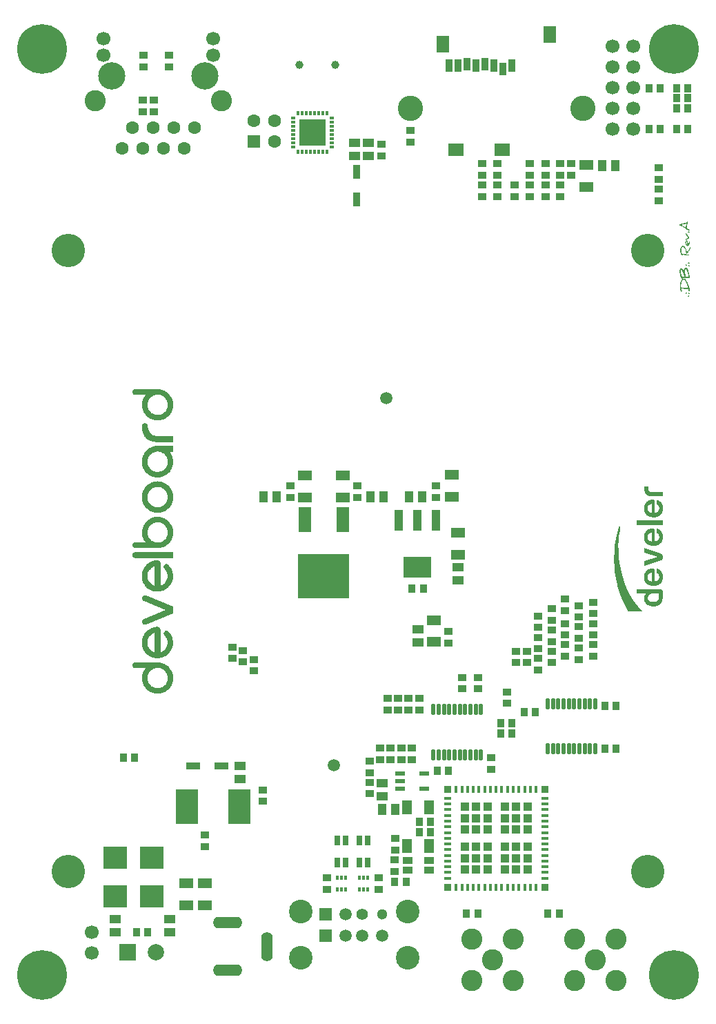
<source format=gbs>
G04 Layer_Color=16711935*
%FSLAX44Y44*%
%MOMM*%
G71*
G01*
G75*
%ADD54C,1.3000*%
%ADD60C,1.5000*%
%ADD65C,1.6000*%
%ADD117R,1.2000X1.8000*%
%ADD120R,0.9000X1.0000*%
%ADD123R,1.1000X1.4000*%
%ADD124R,1.0000X0.9000*%
%ADD140R,1.8000X1.2000*%
%ADD141R,1.4000X1.1000*%
%ADD142C,3.1000*%
%ADD143C,6.1000*%
%ADD144C,4.1000*%
%ADD145C,1.0000*%
%ADD146C,1.7000*%
%ADD147C,2.9000*%
%ADD148R,1.5200X1.5200*%
%ADD149C,1.5200*%
%ADD150C,1.4000*%
%ADD151O,3.6000X1.4000*%
%ADD152O,1.4000X3.6000*%
%ADD153C,2.0000*%
%ADD154R,2.0000X2.0000*%
%ADD155R,1.6000X1.6000*%
%ADD156C,2.6000*%
%ADD157C,3.3500*%
%ADD158C,1.7000*%
%ADD159O,0.5000X1.4500*%
%ADD160R,2.8432X2.7162*%
%ADD161R,1.6000X3.1000*%
%ADD162R,6.3000X5.5000*%
%ADD163R,2.7000X4.3000*%
%ADD164R,1.7000X0.9000*%
%ADD165R,0.4000X0.6000*%
%ADD166R,0.7000X1.2000*%
%ADD167R,1.1500X0.9000*%
%ADD168R,0.8100X0.8100*%
%ADD169R,0.8100X0.4600*%
%ADD170R,0.4600X0.8100*%
%ADD171R,1.0600X1.0600*%
%ADD172R,1.3000X0.6000*%
%ADD173R,1.1000X2.5000*%
%ADD174R,3.4000X2.5000*%
%ADD175R,1.9000X1.5000*%
%ADD176R,1.5000X2.0000*%
%ADD177R,0.9000X1.6000*%
%ADD178R,0.9000X1.7000*%
%ADD179R,3.3000X3.3000*%
%ADD180R,0.4000X0.6000*%
%ADD181R,0.6000X0.4000*%
G36*
X175421Y750571D02*
X176421Y750488D01*
X177587Y750321D01*
X178837Y749988D01*
X180170Y749655D01*
X181503Y749155D01*
X181670Y749071D01*
X182086Y748905D01*
X182753Y748571D01*
X183586Y748072D01*
X184502Y747488D01*
X185585Y746739D01*
X186668Y745906D01*
X187668Y744989D01*
X187751Y744906D01*
X188085Y744573D01*
X188584Y743989D01*
X189168Y743240D01*
X189834Y742406D01*
X190501Y741323D01*
X191167Y740157D01*
X191750Y738907D01*
X191834Y738741D01*
X192000Y738324D01*
X192167Y737658D01*
X192417Y736741D01*
X192750Y735575D01*
X192917Y734325D01*
X193083Y732992D01*
X193167Y731492D01*
Y731409D01*
Y731326D01*
Y730826D01*
X193083Y730076D01*
X193000Y729077D01*
X192833Y727910D01*
X192583Y726660D01*
X192250Y725328D01*
X191750Y723995D01*
X191667Y723828D01*
X191500Y723411D01*
X191167Y722745D01*
X190667Y721912D01*
X190084Y720995D01*
X189418Y719912D01*
X188584Y718829D01*
X187668Y717829D01*
X187585Y717746D01*
X187168Y717413D01*
X186668Y716913D01*
X185919Y716330D01*
X185002Y715663D01*
X183919Y714997D01*
X182753Y714330D01*
X181503Y713664D01*
X181336Y713580D01*
X180920Y713414D01*
X180170Y713164D01*
X179254Y712914D01*
X178171Y712664D01*
X176838Y712414D01*
X175504Y712247D01*
X174005Y712164D01*
X173338D01*
X172589Y712247D01*
X171589Y712331D01*
X170506Y712497D01*
X169256Y712831D01*
X167923Y713164D01*
X166590Y713664D01*
X166507D01*
X166423Y713747D01*
X166007Y713914D01*
X165340Y714330D01*
X164507Y714747D01*
X163507Y715413D01*
X162508Y716080D01*
X161425Y716913D01*
X160425Y717829D01*
X160342Y717913D01*
X160008Y718329D01*
X159509Y718829D01*
X158925Y719579D01*
X158259Y720495D01*
X157592Y721578D01*
X156926Y722745D01*
X156343Y723995D01*
X156259Y724161D01*
X156093Y724578D01*
X155843Y725328D01*
X155510Y726244D01*
X155260Y727327D01*
X155010Y728660D01*
X154843Y729993D01*
X154760Y731492D01*
Y731659D01*
Y732076D01*
X154843Y732742D01*
X154926Y733575D01*
X155010Y734575D01*
X155260Y735658D01*
X155510Y736741D01*
X155926Y737908D01*
X156010Y738074D01*
X156093Y738407D01*
X156343Y738991D01*
X156676Y739740D01*
X157093Y740574D01*
X157676Y741490D01*
X158259Y742406D01*
X158925Y743323D01*
X146429D01*
X146179Y743406D01*
X145845Y743490D01*
X145012Y743823D01*
X144596Y744073D01*
X144179Y744406D01*
X144096Y744489D01*
X144012Y744573D01*
X143846Y744822D01*
X143596Y745156D01*
X143263Y745989D01*
X143179Y746489D01*
X143096Y746989D01*
Y747072D01*
Y747238D01*
X143179Y747572D01*
X143263Y747905D01*
X143513Y748738D01*
X143846Y749155D01*
X144179Y749571D01*
X144263Y749655D01*
X144346Y749738D01*
X144596Y749904D01*
X144929Y750154D01*
X145679Y750488D01*
X146179Y750571D01*
X146678Y750654D01*
X174671D01*
X175421Y750571D01*
D02*
G37*
G36*
X741569Y499403D02*
X741569Y499403D01*
X741569Y499403D01*
X741570Y499402D01*
X741570Y499402D01*
X741570Y499401D01*
X741569Y499403D01*
X741570Y499402D01*
X741569Y499403D01*
X741569Y499403D01*
X741568Y499406D01*
X741569Y499403D01*
D02*
G37*
G36*
X750591Y480242D02*
X750590Y480243D01*
Y480243D01*
X750591Y480242D01*
D02*
G37*
G36*
X158842Y708748D02*
X159175Y708665D01*
X160008Y708415D01*
X160508Y708082D01*
X160925Y707749D01*
X161008Y707665D01*
X161091Y707582D01*
X161258Y707332D01*
X161425Y706999D01*
X161841Y706166D01*
X161925Y705749D01*
X162008Y705166D01*
Y705083D01*
Y704749D01*
X162091Y704249D01*
Y703666D01*
X162258Y703000D01*
X162425Y702250D01*
X162591Y701417D01*
X162924Y700584D01*
Y700500D01*
X163091Y700250D01*
X163258Y699834D01*
X163507Y699334D01*
X164257Y698084D01*
X165257Y696751D01*
X165340Y696668D01*
X165507Y696501D01*
X165840Y696168D01*
X166257Y695835D01*
X166757Y695335D01*
X167423Y694919D01*
X168839Y694085D01*
X168923D01*
X169173Y693919D01*
X169589Y693836D01*
X170173Y693669D01*
X170839Y693502D01*
X171589Y693336D01*
X172422Y693252D01*
X173338Y693169D01*
X193083D01*
Y685671D01*
X171839D01*
X171006Y685754D01*
X170006Y685838D01*
X168839Y686004D01*
X167507Y686337D01*
X166173Y686671D01*
X164924Y687171D01*
X164757Y687254D01*
X164341Y687504D01*
X163757Y687837D01*
X162924Y688337D01*
X162008Y688920D01*
X161091Y689670D01*
X160175Y690503D01*
X159259Y691420D01*
X159175Y691503D01*
X158842Y691919D01*
X158426Y692419D01*
X157926Y693169D01*
X157343Y694085D01*
X156759Y695169D01*
X156259Y696335D01*
X155759Y697585D01*
Y697668D01*
X155676Y697751D01*
X155593Y698251D01*
X155426Y698918D01*
X155176Y699917D01*
X154926Y701000D01*
X154760Y702333D01*
X154677Y703666D01*
X154593Y705166D01*
Y705249D01*
Y705416D01*
X154677Y705666D01*
X154760Y706082D01*
X155010Y706916D01*
X155343Y707332D01*
X155676Y707749D01*
X155759Y707832D01*
X155843Y707915D01*
X156093Y708082D01*
X156426Y708332D01*
X157259Y708665D01*
X157676Y708748D01*
X158259Y708832D01*
X158509D01*
X158842Y708748D01*
D02*
G37*
G36*
X751380Y503182D02*
X751379Y503183D01*
Y503183D01*
X751380Y503182D01*
D02*
G37*
G36*
X193083Y673507D02*
X189001D01*
X189084Y673424D01*
X189334Y673091D01*
X189667Y672591D01*
X190167Y671925D01*
X190667Y671175D01*
X191167Y670258D01*
X191667Y669175D01*
X192084Y668092D01*
Y667925D01*
X192250Y667592D01*
X192417Y666926D01*
X192583Y666093D01*
X192750Y665176D01*
X192917Y664093D01*
X193000Y662843D01*
X193083Y661594D01*
Y661510D01*
Y661427D01*
Y660927D01*
X193000Y660178D01*
X192917Y659178D01*
X192750Y658011D01*
X192500Y656762D01*
X192167Y655429D01*
X191667Y654096D01*
X191584Y653929D01*
X191417Y653512D01*
X191084Y652846D01*
X190584Y652013D01*
X190001Y651096D01*
X189334Y650013D01*
X188501Y648930D01*
X187585Y647931D01*
X187501Y647847D01*
X187085Y647514D01*
X186585Y647014D01*
X185835Y646431D01*
X184919Y645764D01*
X183836Y645098D01*
X182669Y644432D01*
X181420Y643765D01*
X181336D01*
X181253Y643682D01*
X180753Y643515D01*
X180087Y643265D01*
X179087Y643015D01*
X178004Y642765D01*
X176671Y642515D01*
X175338Y642349D01*
X173838Y642265D01*
X173172D01*
X172422Y642349D01*
X171422Y642432D01*
X170256Y642599D01*
X169006Y642932D01*
X167673Y643265D01*
X166340Y643765D01*
X166173Y643848D01*
X165757Y644015D01*
X165091Y644432D01*
X164257Y644848D01*
X163341Y645515D01*
X162258Y646181D01*
X161258Y647014D01*
X160258Y647931D01*
X160175Y648014D01*
X159842Y648430D01*
X159342Y648930D01*
X158759Y649680D01*
X158092Y650597D01*
X157343Y651680D01*
X156676Y652846D01*
X156093Y654096D01*
X156010Y654262D01*
X155843Y654679D01*
X155593Y655429D01*
X155343Y656345D01*
X155093Y657428D01*
X154843Y658761D01*
X154677Y660094D01*
X154593Y661594D01*
Y661677D01*
Y661760D01*
Y662260D01*
X154677Y663010D01*
X154760Y664010D01*
X154926Y665176D01*
X155260Y666426D01*
X155593Y667759D01*
X156093Y669092D01*
Y669175D01*
X156176Y669258D01*
X156343Y669675D01*
X156676Y670341D01*
X157176Y671175D01*
X157759Y672174D01*
X158509Y673174D01*
X159342Y674257D01*
X160258Y675257D01*
X160342Y675340D01*
X160675Y675674D01*
X161258Y676173D01*
X162008Y676757D01*
X162841Y677423D01*
X163924Y678173D01*
X165091Y678839D01*
X166340Y679423D01*
X166507Y679506D01*
X166923Y679672D01*
X167673Y679922D01*
X168590Y680172D01*
X169673Y680422D01*
X171006Y680672D01*
X172339Y680839D01*
X173838Y680922D01*
X193083D01*
Y673507D01*
D02*
G37*
G36*
X752600Y500735D02*
X752600Y500735D01*
X752600Y500735D01*
X752600Y500735D01*
X752600Y500735D01*
X752599Y500736D01*
X752600Y500735D01*
D02*
G37*
G36*
X763462Y484354D02*
X763461Y484355D01*
X763460Y484352D01*
X763458Y484355D01*
X763461Y484355D01*
X763461Y484357D01*
X763462Y484354D01*
D02*
G37*
G36*
X741969Y498292D02*
Y498292D01*
X741969D01*
X741970Y498291D01*
X741969Y498291D01*
X741969Y498291D01*
X741969Y498292D01*
X741969Y498291D01*
X741969Y498292D01*
X741969D01*
X741969Y498292D01*
X741969Y498292D01*
X741970Y498291D01*
X741969Y498291D01*
X741970Y498289D01*
X741970Y498291D01*
X741970Y498291D01*
X741969Y498292D01*
X741969Y498292D01*
X741969Y498292D01*
X741969Y498292D01*
X741969Y498292D01*
D02*
G37*
G36*
X741969Y498292D02*
X741969D01*
X741970Y498291D01*
X741969Y498292D01*
X741970Y498291D01*
X741969Y498292D01*
X741969D01*
X741969Y498292D01*
X741969D01*
X741969Y498292D01*
D02*
G37*
G36*
X741969Y498293D02*
X741969Y498293D01*
X741969Y498293D01*
X741969Y498293D01*
D01*
D01*
D01*
X741969Y498293D01*
X741969Y498293D01*
X741969Y498293D01*
X741969Y498293D01*
D02*
G37*
G36*
X753443Y499138D02*
X753442Y499138D01*
X753442Y499138D01*
X753442Y499138D01*
X753442Y499138D01*
X753442Y499138D01*
X753443Y499138D01*
D02*
G37*
G36*
X741967Y498297D02*
D01*
D01*
D01*
X741967Y498297D01*
D01*
X741967Y498297D01*
X741967Y498297D01*
D01*
X741967Y498297D01*
X741966Y498298D01*
X741966D01*
X741967Y498297D01*
D02*
G37*
G36*
X748542Y483774D02*
X748542D01*
X748542Y483775D01*
X748542Y483774D01*
D02*
G37*
G36*
X175338Y637433D02*
X176338Y637350D01*
X177504Y637100D01*
X178754Y636850D01*
X180087Y636434D01*
X181420Y635934D01*
X181586Y635850D01*
X182003Y635684D01*
X182669Y635350D01*
X183502Y634851D01*
X184419Y634267D01*
X185502Y633518D01*
X186585Y632685D01*
X187585Y631768D01*
X187668Y631685D01*
X188001Y631352D01*
X188501Y630768D01*
X189084Y630019D01*
X189751Y629185D01*
X190417Y628102D01*
X191084Y626936D01*
X191667Y625686D01*
X191750Y625520D01*
X191917Y625103D01*
X192084Y624353D01*
X192334Y623437D01*
X192667Y622354D01*
X192833Y621021D01*
X193000Y619688D01*
X193083Y618188D01*
Y618105D01*
Y618022D01*
Y617522D01*
X193000Y616772D01*
X192917Y615772D01*
X192750Y614606D01*
X192500Y613356D01*
X192167Y612023D01*
X191667Y610690D01*
X191584Y610523D01*
X191417Y610107D01*
X191084Y609440D01*
X190584Y608607D01*
X190001Y607691D01*
X189334Y606608D01*
X188501Y605525D01*
X187585Y604525D01*
X187501Y604442D01*
X187085Y604109D01*
X186585Y603609D01*
X185835Y603025D01*
X184919Y602359D01*
X183836Y601692D01*
X182669Y601026D01*
X181420Y600359D01*
X181253Y600276D01*
X180836Y600109D01*
X180087Y599860D01*
X179170Y599610D01*
X178004Y599360D01*
X176754Y599110D01*
X175338Y598943D01*
X173838Y598860D01*
X173172D01*
X172422Y598943D01*
X171422Y599026D01*
X170256Y599193D01*
X169006Y599526D01*
X167673Y599860D01*
X166340Y600359D01*
X166173Y600443D01*
X165757Y600609D01*
X165091Y601026D01*
X164257Y601442D01*
X163341Y602109D01*
X162258Y602775D01*
X161258Y603609D01*
X160258Y604525D01*
X160175Y604608D01*
X159842Y605025D01*
X159342Y605525D01*
X158759Y606275D01*
X158092Y607191D01*
X157426Y608274D01*
X156759Y609440D01*
X156176Y610690D01*
X156093Y610857D01*
X155926Y611273D01*
X155676Y612023D01*
X155343Y612940D01*
X155093Y614023D01*
X154843Y615356D01*
X154677Y616689D01*
X154593Y618188D01*
Y618271D01*
Y618355D01*
Y618855D01*
X154677Y619604D01*
X154760Y620604D01*
X155010Y621771D01*
X155260Y623020D01*
X155676Y624353D01*
X156176Y625686D01*
Y625770D01*
X156259Y625853D01*
X156426Y626269D01*
X156759Y626936D01*
X157259Y627769D01*
X157842Y628769D01*
X158509Y629769D01*
X159342Y630852D01*
X160258Y631851D01*
X160342Y631935D01*
X160675Y632268D01*
X161258Y632768D01*
X162008Y633351D01*
X162924Y634017D01*
X163924Y634767D01*
X165091Y635434D01*
X166423Y636017D01*
X166590Y636100D01*
X167007Y636267D01*
X167757Y636517D01*
X168673Y636767D01*
X169756Y637017D01*
X171006Y637267D01*
X172422Y637433D01*
X173838Y637517D01*
X174505D01*
X175338Y637433D01*
D02*
G37*
G36*
X739528Y505745D02*
X739527Y505745D01*
Y505745D01*
X739528Y505745D01*
D02*
G37*
G36*
X739528Y505744D02*
D01*
X739528Y505744D01*
X739528Y505744D01*
X739528Y505744D01*
X739528Y505744D01*
X739528Y505744D01*
D02*
G37*
G36*
X739528Y505743D02*
X739528Y505744D01*
X739528Y505743D01*
X739528Y505744D01*
X739528Y505744D01*
X739528Y505744D01*
X739528Y505743D01*
D02*
G37*
G36*
X776048Y631219D02*
X776201Y631097D01*
X776231Y631006D01*
X776262Y630884D01*
Y628991D01*
Y628960D01*
Y628899D01*
Y628777D01*
X776292Y628655D01*
Y628472D01*
X776323Y628258D01*
X776414Y627770D01*
X776567Y627251D01*
X776811Y626670D01*
X777116Y626121D01*
X777544Y625602D01*
X777605Y625541D01*
X777788Y625419D01*
X778063Y625205D01*
X778460Y624991D01*
X778948Y624747D01*
X779559Y624533D01*
X780261Y624411D01*
X781055Y624350D01*
X793664D01*
X793786Y624320D01*
X793939Y624197D01*
X793969Y624136D01*
X794000Y624014D01*
Y619221D01*
Y619160D01*
X793939Y619038D01*
X793817Y618916D01*
X793725Y618885D01*
X793603Y618854D01*
X780719D01*
X780505Y618885D01*
X780200D01*
X779803Y618946D01*
X779376Y619007D01*
X778887Y619068D01*
X778368Y619190D01*
X777819Y619343D01*
X777239Y619526D01*
X776658Y619740D01*
X776048Y619984D01*
X775468Y620289D01*
X774918Y620656D01*
X774369Y621083D01*
X773880Y621541D01*
X773850Y621572D01*
X773758Y621663D01*
X773636Y621816D01*
X773483Y622030D01*
X773270Y622304D01*
X773056Y622640D01*
X772812Y623007D01*
X772567Y623434D01*
X772354Y623923D01*
X772109Y624472D01*
X771896Y625052D01*
X771682Y625663D01*
X771529Y626335D01*
X771407Y627037D01*
X771316Y627800D01*
X771285Y628594D01*
Y630884D01*
Y630914D01*
Y630945D01*
X771346Y631067D01*
X771438Y631189D01*
X771560Y631250D01*
X775926D01*
X776048Y631219D01*
D02*
G37*
G36*
X739525Y505751D02*
D01*
X739526Y505749D01*
X739525Y505751D01*
X739526Y505749D01*
Y505749D01*
Y505749D01*
X739525Y505751D01*
D01*
X739525Y505751D01*
X739525Y505751D01*
D02*
G37*
G36*
X739526Y505749D02*
X739526Y505749D01*
X739526Y505749D01*
X739526Y505749D01*
X739526Y505749D01*
X739526Y505749D01*
Y505749D01*
Y505749D01*
X739526Y505749D01*
D02*
G37*
G36*
X739526Y505749D02*
X739525Y505751D01*
X739526Y505749D01*
X739526D01*
X739525Y505751D01*
X739525Y505751D01*
X739526Y505749D01*
D02*
G37*
G36*
X174338Y540625D02*
X174755Y540541D01*
X175588Y540291D01*
X176004Y539958D01*
X176421Y539625D01*
X176504Y539542D01*
X176588Y539458D01*
X176754Y539208D01*
X176921Y538875D01*
X177337Y538042D01*
X177421Y537626D01*
X177504Y537042D01*
Y509549D01*
X177587D01*
X177837Y509633D01*
X178254Y509799D01*
X178670Y509966D01*
X179837Y510466D01*
X181086Y511216D01*
X181170Y511299D01*
X181336Y511466D01*
X181586Y511716D01*
X182003Y512049D01*
X182836Y512965D01*
X183752Y514048D01*
X183836Y514132D01*
X183919Y514381D01*
X184169Y514715D01*
X184419Y515131D01*
X184669Y515631D01*
X185002Y516214D01*
X185502Y517547D01*
Y517631D01*
X185585Y517881D01*
X185669Y518297D01*
X185752Y518714D01*
X185919Y519297D01*
X186002Y519963D01*
X186085Y521380D01*
Y521463D01*
Y521796D01*
X186002Y522296D01*
Y522879D01*
X185919Y523629D01*
X185752Y524379D01*
X185252Y526129D01*
X185169Y526212D01*
X185085Y526545D01*
X184835Y526962D01*
X184585Y527545D01*
X184169Y528128D01*
X183669Y528878D01*
X183169Y529544D01*
X182503Y530211D01*
X182419Y530294D01*
X182336Y530377D01*
X182003Y530877D01*
X181670Y531627D01*
X181503Y532127D01*
Y532627D01*
Y532710D01*
Y532877D01*
X181586Y533127D01*
Y533460D01*
X181919Y534210D01*
X182169Y534626D01*
X182503Y535043D01*
X182586Y535126D01*
X182669Y535210D01*
X182919Y535376D01*
X183253Y535626D01*
X184002Y535959D01*
X184419Y536043D01*
X184919Y536126D01*
X185169D01*
X185419Y536043D01*
X185752Y535959D01*
X186502Y535709D01*
X186918Y535376D01*
X187335Y535043D01*
X187418Y534876D01*
X187835Y534543D01*
X188335Y533960D01*
X188918Y533210D01*
X189584Y532210D01*
X190334Y531127D01*
X191000Y529961D01*
X191584Y528628D01*
X191667Y528461D01*
X191834Y528045D01*
X192000Y527295D01*
X192250Y526378D01*
X192583Y525295D01*
X192750Y524129D01*
X192917Y522796D01*
X193000Y521380D01*
Y521296D01*
Y521213D01*
Y520713D01*
X192917Y519963D01*
X192833Y518964D01*
X192667Y517881D01*
X192334Y516631D01*
X192000Y515298D01*
X191500Y513965D01*
X191417Y513798D01*
X191250Y513382D01*
X190834Y512715D01*
X190417Y511965D01*
X189751Y510966D01*
X189084Y509966D01*
X188251Y508883D01*
X187335Y507883D01*
X187251Y507800D01*
X186835Y507467D01*
X186335Y506967D01*
X185585Y506384D01*
X184669Y505717D01*
X183586Y504967D01*
X182419Y504301D01*
X181170Y503634D01*
X181086D01*
X181003Y503551D01*
X180586Y503384D01*
X179837Y503134D01*
X178920Y502884D01*
X177754Y502635D01*
X176504Y502384D01*
X175088Y502218D01*
X173672Y502135D01*
X173005D01*
X172255Y502218D01*
X171256Y502301D01*
X170173Y502468D01*
X168923Y502801D01*
X167590Y503134D01*
X166257Y503634D01*
X166090Y503717D01*
X165674Y503884D01*
X165007Y504217D01*
X164174Y504717D01*
X163258Y505300D01*
X162175Y505967D01*
X161175Y506800D01*
X160175Y507716D01*
X160092Y507800D01*
X159759Y508216D01*
X159259Y508716D01*
X158675Y509466D01*
X158009Y510299D01*
X157343Y511382D01*
X156676Y512549D01*
X156093Y513798D01*
Y513882D01*
X156010Y513965D01*
X155843Y514465D01*
X155593Y515131D01*
X155343Y516131D01*
X155093Y517214D01*
X154843Y518547D01*
X154677Y519963D01*
X154593Y521463D01*
Y521546D01*
Y521630D01*
Y522130D01*
X154677Y522879D01*
X154760Y523879D01*
X155010Y524962D01*
X155260Y526212D01*
X155676Y527545D01*
X156176Y528878D01*
X156259Y529044D01*
X156426Y529461D01*
X156759Y530127D01*
X157259Y530961D01*
X157842Y531877D01*
X158509Y532960D01*
X159342Y533960D01*
X160258Y534959D01*
X160342Y535043D01*
X160675Y535376D01*
X161258Y535876D01*
X162008Y536459D01*
X162841Y537126D01*
X163924Y537876D01*
X165091Y538542D01*
X166340Y539125D01*
X166507Y539208D01*
X166923Y539375D01*
X167673Y539625D01*
X168590Y539958D01*
X169673Y540208D01*
X171006Y540458D01*
X172339Y540625D01*
X173838Y540708D01*
X174088D01*
X174338Y540625D01*
D02*
G37*
G36*
X193000Y543457D02*
X146262D01*
X145929Y543541D01*
X145596Y543624D01*
X144762Y543957D01*
X144346Y544207D01*
X144012Y544540D01*
X143929Y544624D01*
X143846Y544707D01*
X143679Y544957D01*
X143513Y545290D01*
X143179Y546123D01*
X143013Y546540D01*
Y547040D01*
Y547123D01*
Y547290D01*
X143096Y547623D01*
Y547956D01*
X143429Y548873D01*
X143679Y549289D01*
X144012Y549622D01*
Y549706D01*
X144179Y549789D01*
X144679Y550122D01*
X145429Y550456D01*
X145929Y550622D01*
X193000D01*
Y543457D01*
D02*
G37*
G36*
X175421Y593944D02*
X176421Y593861D01*
X177587Y593694D01*
X178837Y593361D01*
X180170Y593028D01*
X181503Y592528D01*
X181670Y592445D01*
X182086Y592278D01*
X182753Y591945D01*
X183586Y591445D01*
X184502Y590862D01*
X185585Y590112D01*
X186668Y589279D01*
X187668Y588363D01*
X187751Y588279D01*
X188085Y587946D01*
X188584Y587363D01*
X189168Y586613D01*
X189834Y585696D01*
X190501Y584697D01*
X191167Y583530D01*
X191750Y582197D01*
X191834Y582031D01*
X192000Y581614D01*
X192167Y580864D01*
X192417Y579948D01*
X192750Y578865D01*
X192917Y577615D01*
X193083Y576199D01*
X193167Y574783D01*
Y574699D01*
Y574616D01*
Y574116D01*
X193083Y573366D01*
X193000Y572367D01*
X192833Y571200D01*
X192583Y569951D01*
X192250Y568618D01*
X191750Y567285D01*
X191667Y567118D01*
X191500Y566701D01*
X191167Y566035D01*
X190667Y565285D01*
X190084Y564285D01*
X189418Y563286D01*
X188584Y562203D01*
X187668Y561203D01*
X187585Y561119D01*
X187168Y560786D01*
X186668Y560286D01*
X185919Y559703D01*
X185002Y559037D01*
X183919Y558370D01*
X182753Y557704D01*
X181503Y557037D01*
X181336Y556954D01*
X180920Y556787D01*
X180170Y556537D01*
X179254Y556287D01*
X178171Y556037D01*
X176838Y555788D01*
X175504Y555621D01*
X174005Y555538D01*
X146429D01*
X146179Y555621D01*
X145845Y555704D01*
X145012Y556037D01*
X144596Y556287D01*
X144179Y556621D01*
X144096Y556704D01*
X144012Y556787D01*
X143846Y557037D01*
X143596Y557370D01*
X143263Y558204D01*
X143179Y558703D01*
X143096Y559287D01*
Y559370D01*
Y559537D01*
X143179Y559786D01*
X143263Y560120D01*
X143513Y560953D01*
X143846Y561369D01*
X144179Y561786D01*
X144263Y561869D01*
X144346Y561953D01*
X144596Y562119D01*
X144929Y562369D01*
X145679Y562786D01*
X146179Y562869D01*
X146678Y562952D01*
X158925D01*
X158842Y563036D01*
X158592Y563369D01*
X158259Y563869D01*
X157842Y564535D01*
X157343Y565285D01*
X156843Y566202D01*
X156343Y567201D01*
X155926Y568284D01*
X155843Y568451D01*
X155759Y568784D01*
X155593Y569451D01*
X155343Y570201D01*
X155093Y571200D01*
X154926Y572283D01*
X154843Y573533D01*
X154760Y574783D01*
Y574866D01*
Y574949D01*
Y575449D01*
X154843Y576199D01*
X154926Y577199D01*
X155176Y578282D01*
X155426Y579532D01*
X155843Y580864D01*
X156343Y582197D01*
Y582281D01*
X156426Y582364D01*
X156593Y582781D01*
X156926Y583447D01*
X157426Y584280D01*
X158009Y585280D01*
X158675Y586280D01*
X159509Y587363D01*
X160425Y588363D01*
X160508Y588446D01*
X160842Y588779D01*
X161425Y589279D01*
X162175Y589862D01*
X163091Y590529D01*
X164091Y591278D01*
X165257Y591945D01*
X166590Y592528D01*
X166757Y592611D01*
X167173Y592778D01*
X167923Y593028D01*
X168839Y593278D01*
X169923Y593528D01*
X171172Y593778D01*
X172589Y593944D01*
X174005Y594028D01*
X174671D01*
X175421Y593944D01*
D02*
G37*
G36*
X159509Y497469D02*
X160008Y497303D01*
X193000Y483473D01*
Y475558D01*
X160008Y461728D01*
X159925Y461645D01*
X159592Y461562D01*
X159175Y461478D01*
X158759Y461395D01*
X158592D01*
X158092Y461478D01*
X157426Y461645D01*
X156759Y462062D01*
X156676D01*
X156593Y462145D01*
X156176Y462561D01*
X155676Y463061D01*
X155260Y463811D01*
X155176Y463978D01*
X155093Y464311D01*
X155010Y464728D01*
Y465227D01*
Y465311D01*
Y465394D01*
X155093Y465894D01*
X155260Y466560D01*
X155676Y467227D01*
Y467310D01*
X155759Y467393D01*
X156093Y467727D01*
X156593Y468227D01*
X157259Y468643D01*
X183669Y479474D01*
X157259Y490388D01*
X157176D01*
X157093Y490471D01*
X156676Y490721D01*
X156176Y491137D01*
X155676Y491721D01*
Y491804D01*
X155593Y491887D01*
X155343Y492387D01*
X155093Y493054D01*
X155010Y493803D01*
Y493887D01*
Y494220D01*
X155093Y494636D01*
X155260Y495220D01*
Y495303D01*
X155343Y495386D01*
X155593Y495886D01*
X156093Y496386D01*
X156759Y496969D01*
X156926Y497053D01*
X157343Y497303D01*
X158009Y497552D01*
X158759Y497636D01*
X159092D01*
X159509Y497469D01*
D02*
G37*
G36*
X739528Y505743D02*
Y505743D01*
X739528Y505743D01*
X739528Y505743D01*
X739528Y505743D01*
Y505743D01*
X739528Y505743D01*
X739528D01*
X739528Y505743D01*
X739528Y505743D01*
X739528Y505743D01*
X739528Y505743D01*
D02*
G37*
G36*
X175421Y415323D02*
X176421Y415240D01*
X177587Y415074D01*
X178837Y414740D01*
X180170Y414407D01*
X181503Y413907D01*
X181670Y413824D01*
X182086Y413657D01*
X182753Y413324D01*
X183586Y412824D01*
X184502Y412241D01*
X185585Y411491D01*
X186668Y410658D01*
X187668Y409742D01*
X187751Y409658D01*
X188085Y409325D01*
X188584Y408742D01*
X189168Y407992D01*
X189834Y407159D01*
X190501Y406076D01*
X191167Y404910D01*
X191750Y403660D01*
X191834Y403493D01*
X192000Y403077D01*
X192167Y402410D01*
X192417Y401494D01*
X192750Y400327D01*
X192917Y399078D01*
X193083Y397745D01*
X193167Y396245D01*
Y396162D01*
Y396078D01*
Y395579D01*
X193083Y394829D01*
X193000Y393829D01*
X192833Y392663D01*
X192583Y391413D01*
X192250Y390080D01*
X191750Y388747D01*
X191667Y388580D01*
X191500Y388164D01*
X191167Y387497D01*
X190667Y386664D01*
X190084Y385748D01*
X189418Y384665D01*
X188584Y383582D01*
X187668Y382582D01*
X187585Y382499D01*
X187168Y382165D01*
X186668Y381665D01*
X185919Y381082D01*
X185002Y380416D01*
X183919Y379749D01*
X182753Y379083D01*
X181503Y378416D01*
X181336Y378333D01*
X180920Y378166D01*
X180170Y377916D01*
X179254Y377667D01*
X178171Y377416D01*
X176838Y377167D01*
X175504Y377000D01*
X174005Y376917D01*
X173338D01*
X172589Y377000D01*
X171589Y377083D01*
X170506Y377250D01*
X169256Y377583D01*
X167923Y377916D01*
X166590Y378416D01*
X166507D01*
X166423Y378500D01*
X166007Y378666D01*
X165340Y379083D01*
X164507Y379499D01*
X163507Y380166D01*
X162508Y380832D01*
X161425Y381665D01*
X160425Y382582D01*
X160342Y382665D01*
X160008Y383082D01*
X159509Y383582D01*
X158925Y384331D01*
X158259Y385248D01*
X157592Y386331D01*
X156926Y387497D01*
X156343Y388747D01*
X156259Y388914D01*
X156093Y389330D01*
X155843Y390080D01*
X155510Y390996D01*
X155260Y392080D01*
X155010Y393412D01*
X154843Y394745D01*
X154760Y396245D01*
Y396412D01*
Y396828D01*
X154843Y397495D01*
X154926Y398328D01*
X155010Y399328D01*
X155260Y400411D01*
X155510Y401494D01*
X155926Y402660D01*
X156010Y402827D01*
X156093Y403160D01*
X156343Y403743D01*
X156676Y404493D01*
X157093Y405326D01*
X157676Y406242D01*
X158259Y407159D01*
X158925Y408075D01*
X146429D01*
X146179Y408159D01*
X145845Y408242D01*
X145012Y408575D01*
X144596Y408825D01*
X144179Y409158D01*
X144096Y409242D01*
X144012Y409325D01*
X143846Y409575D01*
X143596Y409908D01*
X143263Y410741D01*
X143179Y411241D01*
X143096Y411741D01*
Y411824D01*
Y411991D01*
X143179Y412324D01*
X143263Y412658D01*
X143513Y413491D01*
X143846Y413907D01*
X144179Y414324D01*
X144263Y414407D01*
X144346Y414490D01*
X144596Y414657D01*
X144929Y414907D01*
X145679Y415240D01*
X146179Y415323D01*
X146678Y415407D01*
X174671D01*
X175421Y415323D01*
D02*
G37*
G36*
X174338Y458896D02*
X174755Y458812D01*
X175588Y458562D01*
X176004Y458229D01*
X176421Y457896D01*
X176504Y457813D01*
X176588Y457729D01*
X176754Y457479D01*
X176921Y457146D01*
X177337Y456313D01*
X177421Y455896D01*
X177504Y455313D01*
Y427820D01*
X177587D01*
X177837Y427904D01*
X178254Y428070D01*
X178670Y428237D01*
X179837Y428737D01*
X181086Y429487D01*
X181170Y429570D01*
X181336Y429737D01*
X181586Y429986D01*
X182003Y430320D01*
X182836Y431236D01*
X183752Y432319D01*
X183836Y432402D01*
X183919Y432652D01*
X184169Y432986D01*
X184419Y433402D01*
X184669Y433902D01*
X185002Y434485D01*
X185502Y435818D01*
Y435902D01*
X185585Y436152D01*
X185669Y436568D01*
X185752Y436985D01*
X185919Y437568D01*
X186002Y438234D01*
X186085Y439651D01*
Y439734D01*
Y440067D01*
X186002Y440567D01*
Y441150D01*
X185919Y441900D01*
X185752Y442650D01*
X185252Y444399D01*
X185169Y444483D01*
X185085Y444816D01*
X184835Y445233D01*
X184585Y445816D01*
X184169Y446399D01*
X183669Y447149D01*
X183169Y447815D01*
X182503Y448482D01*
X182419Y448565D01*
X182336Y448648D01*
X182003Y449148D01*
X181670Y449898D01*
X181503Y450398D01*
Y450898D01*
Y450981D01*
Y451148D01*
X181586Y451398D01*
Y451731D01*
X181919Y452481D01*
X182169Y452897D01*
X182503Y453314D01*
X182586Y453397D01*
X182669Y453480D01*
X182919Y453647D01*
X183253Y453897D01*
X184002Y454230D01*
X184419Y454314D01*
X184919Y454397D01*
X185169D01*
X185419Y454314D01*
X185752Y454230D01*
X186502Y453980D01*
X186918Y453647D01*
X187335Y453314D01*
X187418Y453147D01*
X187835Y452814D01*
X188335Y452231D01*
X188918Y451481D01*
X189584Y450481D01*
X190334Y449398D01*
X191000Y448232D01*
X191584Y446899D01*
X191667Y446732D01*
X191834Y446316D01*
X192000Y445566D01*
X192250Y444649D01*
X192583Y443566D01*
X192750Y442400D01*
X192917Y441067D01*
X193000Y439651D01*
Y439567D01*
Y439484D01*
Y438984D01*
X192917Y438234D01*
X192833Y437235D01*
X192667Y436152D01*
X192334Y434902D01*
X192000Y433569D01*
X191500Y432236D01*
X191417Y432069D01*
X191250Y431653D01*
X190834Y430986D01*
X190417Y430236D01*
X189751Y429237D01*
X189084Y428237D01*
X188251Y427154D01*
X187335Y426154D01*
X187251Y426071D01*
X186835Y425737D01*
X186335Y425238D01*
X185585Y424654D01*
X184669Y423988D01*
X183586Y423238D01*
X182419Y422572D01*
X181170Y421905D01*
X181086D01*
X181003Y421822D01*
X180586Y421655D01*
X179837Y421405D01*
X178920Y421155D01*
X177754Y420905D01*
X176504Y420656D01*
X175088Y420489D01*
X173672Y420406D01*
X173005D01*
X172255Y420489D01*
X171256Y420572D01*
X170173Y420739D01*
X168923Y421072D01*
X167590Y421405D01*
X166257Y421905D01*
X166090Y421988D01*
X165674Y422155D01*
X165007Y422488D01*
X164174Y422988D01*
X163258Y423571D01*
X162175Y424238D01*
X161175Y425071D01*
X160175Y425987D01*
X160092Y426071D01*
X159759Y426487D01*
X159259Y426987D01*
X158675Y427737D01*
X158009Y428570D01*
X157343Y429653D01*
X156676Y430820D01*
X156093Y432069D01*
Y432152D01*
X156010Y432236D01*
X155843Y432736D01*
X155593Y433402D01*
X155343Y434402D01*
X155093Y435485D01*
X154843Y436818D01*
X154677Y438234D01*
X154593Y439734D01*
Y439817D01*
Y439901D01*
Y440400D01*
X154677Y441150D01*
X154760Y442150D01*
X155010Y443233D01*
X155260Y444483D01*
X155676Y445816D01*
X156176Y447149D01*
X156259Y447315D01*
X156426Y447732D01*
X156759Y448398D01*
X157259Y449231D01*
X157842Y450148D01*
X158509Y451231D01*
X159342Y452231D01*
X160258Y453231D01*
X160342Y453314D01*
X160675Y453647D01*
X161258Y454147D01*
X162008Y454730D01*
X162841Y455397D01*
X163924Y456146D01*
X165091Y456813D01*
X166340Y457396D01*
X166507Y457479D01*
X166923Y457646D01*
X167673Y457896D01*
X168590Y458229D01*
X169673Y458479D01*
X171006Y458729D01*
X172339Y458896D01*
X173838Y458979D01*
X174088D01*
X174338Y458896D01*
D02*
G37*
G36*
X741971Y498287D02*
X741971Y498287D01*
X741971Y498287D01*
X741971Y498287D01*
D02*
G37*
G36*
X743621Y494047D02*
X743621Y494047D01*
X743621Y494047D01*
X743621Y494048D01*
X743621Y494047D01*
D02*
G37*
G36*
X746091Y488523D02*
D01*
Y488523D01*
Y488523D01*
Y488523D01*
Y488523D01*
X746091Y488523D01*
X746091Y488523D01*
X746091Y488523D01*
X746091Y488523D01*
D02*
G37*
G36*
X744044Y493038D02*
X744044Y493038D01*
X744044D01*
X744044Y493038D01*
D01*
D01*
D02*
G37*
G36*
X743621Y494048D02*
X743621Y494049D01*
X743621Y494049D01*
X743621Y494048D01*
D02*
G37*
G36*
X743207Y495065D02*
X743207Y495064D01*
D01*
X743207Y495064D01*
X743207Y495064D01*
X743207Y495064D01*
X743207Y495064D01*
D01*
X743207Y495064D01*
X743207Y495064D01*
D01*
X743207Y495065D01*
X743207Y495065D01*
X743207Y495065D01*
D02*
G37*
G36*
X743207Y495065D02*
X743207Y495064D01*
D01*
X743207Y495064D01*
X743207Y495064D01*
X743207Y495064D01*
X743207Y495065D01*
X743207Y495065D01*
Y495065D01*
D02*
G37*
G36*
X746092Y488522D02*
X746094Y488519D01*
X746095Y488517D01*
X746096Y488513D01*
X746096Y488512D01*
X746092Y488522D01*
X746091Y488523D01*
X746092Y488522D01*
D02*
G37*
G36*
X744863Y491165D02*
X744862Y491165D01*
X744862Y491165D01*
X744863Y491165D01*
D02*
G37*
G36*
X758436Y490935D02*
X758435Y490935D01*
X758435Y490934D01*
X758434Y490936D01*
X758435Y490935D01*
X758436Y490937D01*
X758436Y490935D01*
D02*
G37*
G36*
X759240Y489783D02*
X759240Y489784D01*
X759239Y489782D01*
X759238Y489784D01*
X759240Y489784D01*
X759240Y489784D01*
X759240Y489783D01*
D02*
G37*
G36*
X744862Y491166D02*
X744862Y491166D01*
Y491167D01*
X744862Y491166D01*
D02*
G37*
G36*
X744450Y492097D02*
X744450Y492097D01*
X744450Y492096D01*
X744450Y492097D01*
D01*
X744450Y492098D01*
X744450Y492097D01*
D02*
G37*
G36*
X744450Y492096D02*
X744450Y492096D01*
X744450Y492096D01*
X744450Y492096D01*
X744451Y492095D01*
X744450Y492096D01*
X744450Y492096D01*
X744450Y492096D01*
X744450Y492096D01*
X744450Y492096D01*
X744450Y492096D01*
X744451Y492095D01*
X744450Y492097D01*
X744450Y492096D01*
D02*
G37*
G36*
X744451Y492094D02*
Y492094D01*
X744451Y492094D01*
X744451Y492094D01*
X744451Y492094D01*
X744451Y492094D01*
D01*
X744451Y492094D01*
X744451Y492094D01*
D02*
G37*
G36*
X743206Y495065D02*
X743206Y495066D01*
X743207Y495065D01*
X743206Y495065D01*
X743207Y495065D01*
X743206Y495065D01*
X743207Y495065D01*
X743207Y495065D01*
X743207Y495065D01*
X743207Y495065D01*
X743207Y495065D01*
X743206Y495066D01*
X743206D01*
X743206Y495065D01*
D02*
G37*
G36*
X742381Y497185D02*
X742381Y497186D01*
X742381Y497185D01*
X742381Y497185D01*
X742381Y497185D01*
X742380Y497186D01*
X742381Y497185D01*
D02*
G37*
G36*
X742381Y497183D02*
X742381Y497183D01*
X742381Y497184D01*
X742381Y497183D01*
D02*
G37*
G36*
X742801Y496090D02*
X742801Y496089D01*
X742802Y496089D01*
X742801Y496090D01*
X742801Y496091D01*
X742801Y496091D01*
X742801Y496091D01*
X742801Y496090D01*
D02*
G37*
G36*
X746923Y486840D02*
X746923Y486840D01*
X746923Y486839D01*
X746923Y486840D01*
X746923Y486840D01*
X746923Y486840D01*
X746923Y486840D01*
X746923Y486840D01*
D02*
G37*
G36*
X746923Y486840D02*
X746923Y486839D01*
Y486839D01*
X746924Y486839D01*
X746923Y486839D01*
X746923Y486839D01*
X746924Y486838D01*
X746923Y486839D01*
X746923Y486839D01*
X746923Y486839D01*
X746923Y486839D01*
D01*
D01*
X746923Y486839D01*
X746923Y486839D01*
D01*
D01*
X746923Y486839D01*
D01*
X746924Y486838D01*
X746924Y486837D01*
X746924Y486837D01*
X746924D01*
X746924Y486837D01*
X746923Y486839D01*
X746923Y486840D01*
X746923Y486839D01*
X746923Y486840D01*
X746923Y486840D01*
D01*
D01*
D02*
G37*
G36*
X742380Y497187D02*
X742380Y497187D01*
X742380Y497186D01*
X742380Y497187D01*
X742380Y497187D01*
X742380Y497187D01*
X742380Y497187D01*
D02*
G37*
G36*
X742381Y497185D02*
X742380Y497186D01*
X742381Y497185D01*
X742380Y497187D01*
X742380Y497186D01*
X742380Y497187D01*
X742381Y497185D01*
D02*
G37*
G36*
X743206Y495066D02*
Y495066D01*
D01*
Y495066D01*
D02*
G37*
G36*
X743206Y495066D02*
X743206Y495066D01*
X743206Y495066D01*
X743206Y495066D01*
X743206Y495066D01*
X743206Y495066D01*
X743206Y495066D01*
D02*
G37*
G36*
Y495066D02*
X743206Y495066D01*
X743206D01*
X743206D01*
X743206Y495066D01*
Y495066D01*
X743206Y495066D01*
X743206Y495066D01*
D02*
G37*
G36*
X743205Y495068D02*
X743205Y495068D01*
X743206Y495067D01*
X743206Y495067D01*
X743206Y495066D01*
X743206Y495067D01*
X743206Y495066D01*
D01*
D01*
X743206Y495066D01*
D01*
X743206Y495066D01*
X743206Y495066D01*
X743206Y495066D01*
X743206Y495066D01*
X743206Y495066D01*
X743206Y495066D01*
X743206Y495066D01*
X743206Y495066D01*
X743205Y495069D01*
X743205Y495068D01*
X743205Y495069D01*
X743205Y495068D01*
D02*
G37*
G36*
X742802Y496089D02*
Y496089D01*
Y496089D01*
D01*
X742802Y496089D01*
X742801Y496089D01*
X742802Y496089D01*
D02*
G37*
G36*
X742802Y496088D02*
D01*
X742802Y496088D01*
X742802Y496088D01*
X742802Y496088D01*
Y496088D01*
X742802Y496088D01*
X742802Y496088D01*
D02*
G37*
G36*
X746504Y487678D02*
Y487678D01*
X746504Y487678D01*
X746504Y487678D01*
X746504Y487678D01*
X746504Y487678D01*
X746504Y487678D01*
X746504Y487678D01*
X746504Y487678D01*
X746504Y487678D01*
X746504Y487678D01*
X746505Y487677D01*
X746504Y487677D01*
X746505Y487677D01*
X746504Y487677D01*
X746505Y487676D01*
X746504Y487677D01*
X746504Y487677D01*
X746504Y487677D01*
X746504D01*
X746504Y487678D01*
X746504Y487678D01*
X746504Y487677D01*
X746504Y487677D01*
X746504Y487677D01*
X746504Y487677D01*
Y487677D01*
X746505Y487676D01*
X746504Y487677D01*
X746504Y487678D01*
Y487678D01*
X746504Y487678D01*
X746504Y487678D01*
X746504Y487678D01*
X746504Y487678D01*
X746504Y487678D01*
X746504Y487678D01*
X746504Y487678D01*
D01*
X746504Y487678D01*
X746504Y487678D01*
X746504Y487678D01*
X746504Y487678D01*
D02*
G37*
G36*
X736404Y519261D02*
X736404D01*
X736408Y519246D01*
X736405Y519253D01*
X736406Y519252D01*
X736402Y519260D01*
X736405Y519253D01*
X736402Y519260D01*
X736403Y519259D01*
X736403Y519261D01*
X736404Y519261D01*
D02*
G37*
G36*
X736409Y519245D02*
X736408Y519246D01*
X736406Y519252D01*
X736409Y519245D01*
D02*
G37*
G36*
X826528Y902818D02*
X826653Y902790D01*
Y902776D01*
X826667Y902762D01*
X826709Y902679D01*
X826764Y902540D01*
X826820Y902388D01*
X826889Y902194D01*
X826945Y902013D01*
X826986Y901819D01*
X827000Y901639D01*
Y901625D01*
X826972Y901583D01*
X826931Y901500D01*
X826889Y901431D01*
X826834Y901361D01*
X826820Y901348D01*
X826806Y901334D01*
X826737Y901251D01*
X826681Y901167D01*
X826653Y901126D01*
X826639Y901112D01*
X826626D01*
X826584Y901084D01*
X826515Y901056D01*
X826417Y901029D01*
X826320Y901001D01*
X826209Y900973D01*
X826085Y900959D01*
X825974Y900945D01*
X825946D01*
X825863Y900973D01*
X825807Y900987D01*
X825738Y901015D01*
X825641Y901056D01*
X825544Y901112D01*
X825530Y901126D01*
X825488Y901140D01*
X825433Y901181D01*
X825363Y901237D01*
X825294Y901292D01*
X825239Y901361D01*
X825197Y901431D01*
X825183Y901514D01*
Y901528D01*
Y901542D01*
X825197Y901583D01*
Y901639D01*
X825211Y901764D01*
X825239Y901916D01*
X825253Y902083D01*
X825280Y902235D01*
X825294Y902360D01*
Y902402D01*
Y902443D01*
X825308Y902457D01*
X825363Y902499D01*
X825447Y902568D01*
X825558Y902637D01*
X825696Y902707D01*
X825877Y902776D01*
X826071Y902818D01*
X826307Y902831D01*
X826417D01*
X826528Y902818D01*
D02*
G37*
G36*
X822950Y899656D02*
X823020Y899642D01*
X823117Y899614D01*
X823214Y899572D01*
X823325Y899517D01*
X823450Y899448D01*
Y899434D01*
X823477Y899420D01*
X823505Y899378D01*
X823547Y899323D01*
X823602Y899253D01*
X823672Y899170D01*
X823838Y898962D01*
X823852D01*
X823866Y898948D01*
X823907Y898921D01*
X823963Y898893D01*
X824088Y898796D01*
X824254Y898671D01*
X824268Y898643D01*
X824309Y898588D01*
X824365Y898491D01*
X824434Y898366D01*
X824518Y898213D01*
X824615Y898033D01*
X824726Y897853D01*
X824823Y897659D01*
X825045Y897256D01*
X825142Y897062D01*
X825225Y896868D01*
X825294Y896702D01*
X825350Y896549D01*
X825391Y896424D01*
X825405Y896327D01*
Y896313D01*
X825391Y896272D01*
X825363Y896216D01*
X825294Y896119D01*
X825461Y895953D01*
X825488Y895925D01*
X825544Y895870D01*
X825599Y895786D01*
X825613Y895759D01*
X825627Y895731D01*
Y895703D01*
X825599Y895634D01*
Y895620D01*
X825585Y895606D01*
X825572Y895592D01*
Y895578D01*
Y895564D01*
X825599Y895509D01*
X825627Y895481D01*
X825669Y895440D01*
X825724Y895398D01*
X825793Y895357D01*
Y894774D01*
X825669Y894899D01*
X825655Y894885D01*
X825613Y894829D01*
X825585Y894732D01*
X825572Y894663D01*
Y894580D01*
Y894566D01*
Y894552D01*
X825585Y894469D01*
X825613Y894330D01*
X825669Y894178D01*
X825696Y894205D01*
X825738Y894261D01*
X825780Y894316D01*
X825835Y894372D01*
Y894358D01*
X825849Y894344D01*
X825904Y894261D01*
X825960Y894122D01*
X826043Y893984D01*
X826112Y893817D01*
X826182Y893664D01*
X826237Y893526D01*
X826251Y893415D01*
Y893401D01*
X826237Y893359D01*
X826223Y893304D01*
Y893290D01*
X826209Y893249D01*
X826196Y893207D01*
Y893179D01*
X826209Y893138D01*
X826223Y893096D01*
X826251Y893054D01*
X826279Y892985D01*
X826320Y892888D01*
Y892874D01*
X826334Y892846D01*
X826376Y892749D01*
X826417Y892652D01*
X826431Y892610D01*
Y892597D01*
Y892583D01*
Y892555D01*
X826417Y892513D01*
X826404Y892458D01*
X826348Y892333D01*
X826307Y892291D01*
X826251Y892250D01*
X826265Y892236D01*
X826279Y892208D01*
X826334Y892125D01*
X826404Y892042D01*
X826417Y892000D01*
X826431Y891986D01*
Y891973D01*
X826417Y891931D01*
X826404Y891876D01*
X826390Y891862D01*
X826376Y891834D01*
X826362Y891792D01*
Y891765D01*
Y891751D01*
Y891723D01*
X826390Y891640D01*
X826417Y891584D01*
X826459Y891543D01*
X826515Y891515D01*
X826584Y891501D01*
X826612D01*
X826653Y891515D01*
X826709Y891529D01*
X827444Y888145D01*
X827430Y888117D01*
X827416Y888048D01*
X827388Y887937D01*
X827361Y887812D01*
X827319Y887687D01*
X827291Y887576D01*
X827263Y887493D01*
X827250Y887438D01*
Y887424D01*
X827222Y887382D01*
X827194Y887313D01*
X827152Y887243D01*
X827097Y887160D01*
X827028Y887077D01*
X826931Y887008D01*
X826834Y886952D01*
X826820D01*
X826778Y886966D01*
X826487D01*
X826404Y886952D01*
X826307D01*
X826196Y886938D01*
X826071Y886925D01*
X826057D01*
X826029Y886911D01*
X825988D01*
X825918Y886897D01*
X825835Y886869D01*
X825738Y886855D01*
X825613Y886841D01*
X825488Y886814D01*
X825336Y886800D01*
X825169Y886772D01*
X824989Y886758D01*
X824795Y886744D01*
X824587Y886730D01*
X824379Y886716D01*
X823894Y886703D01*
X823838D01*
X823796Y886689D01*
X823741D01*
X823672Y886675D01*
X823575Y886661D01*
X823533D01*
X823477Y886647D01*
X823422D01*
X823311Y886633D01*
X823283Y886619D01*
X823145D01*
X823006Y886633D01*
X822812D01*
X822576Y886661D01*
X822299Y886689D01*
X821966Y886716D01*
X821591Y886772D01*
X821536D01*
X821467Y886758D01*
X821369Y886730D01*
X821356D01*
X821300Y886744D01*
X821217Y886758D01*
X821078Y886786D01*
X820995Y886800D01*
X820898Y886814D01*
X820773Y886827D01*
X820648Y886855D01*
X820510Y886869D01*
X820343Y886897D01*
X820163Y886925D01*
X819969Y886952D01*
X819927D01*
X819872Y886966D01*
X819802Y886980D01*
X819636Y886994D01*
X819428Y887021D01*
X819234Y887049D01*
X819040Y887063D01*
X818956Y887077D01*
X818887Y887091D01*
X818734D01*
X818679Y887077D01*
X818554Y887035D01*
X818416Y886966D01*
Y886952D01*
X818429Y886925D01*
X818443Y886869D01*
Y886814D01*
X818457Y886730D01*
X818471Y886633D01*
X818485Y886411D01*
Y886397D01*
Y886384D01*
Y886342D01*
X818471Y886286D01*
X818443Y886162D01*
X818388Y886023D01*
X818305Y885871D01*
X818166Y885746D01*
X818069Y885690D01*
X817972Y885649D01*
X817861Y885635D01*
X817722Y885621D01*
X817653D01*
X817570Y885635D01*
X817472Y885649D01*
X817375Y885676D01*
X817278Y885732D01*
X817195Y885787D01*
X817126Y885871D01*
X817112Y885884D01*
X817098Y885926D01*
X817070Y885981D01*
X817015Y886078D01*
X816959Y886189D01*
X816890Y886342D01*
X816807Y886508D01*
X816723Y886703D01*
X816626Y886938D01*
X816516Y887188D01*
X816391Y887479D01*
X816266Y887798D01*
X816141Y888145D01*
X816002Y888519D01*
X815864Y888922D01*
X815711Y889365D01*
Y889379D01*
Y889393D01*
Y889435D01*
X815697Y889490D01*
X815683Y889629D01*
X815669Y889809D01*
Y889823D01*
X815656Y889851D01*
X815642Y889892D01*
X815628Y889962D01*
X815600Y890045D01*
X815586Y890142D01*
X815559Y890267D01*
X815517Y890392D01*
X815448Y890697D01*
X815364Y891043D01*
X815281Y891432D01*
X815184Y891862D01*
X815101Y892319D01*
X815018Y892791D01*
X814934Y893290D01*
X814865Y893803D01*
X814796Y894316D01*
X814754Y894816D01*
X814726Y895315D01*
X814713Y895800D01*
Y895842D01*
X814726Y895870D01*
X814740Y895911D01*
X814754Y895967D01*
X814768Y896050D01*
Y896064D01*
Y896092D01*
X814782Y896175D01*
X814796Y896272D01*
X814810Y896313D01*
Y896327D01*
Y896341D01*
Y896369D01*
Y896410D01*
X814824Y896480D01*
X814837Y896549D01*
X814851Y896646D01*
X814865Y896771D01*
X814907Y896896D01*
X814934Y897035D01*
X814990Y897187D01*
X815115Y897548D01*
X815198Y897742D01*
X815295Y897950D01*
X815420Y898172D01*
X815545Y898394D01*
X815559D01*
X815572Y898421D01*
X815614Y898435D01*
X815669Y898477D01*
X815794Y898546D01*
X815947Y898643D01*
X816127Y898727D01*
X816294Y898810D01*
X816446Y898865D01*
X816571Y898879D01*
X816654D01*
X816723Y898865D01*
X816807Y898851D01*
X816904Y898824D01*
X817126Y898754D01*
X817251Y898713D01*
X817389Y898643D01*
X817542Y898574D01*
X817694Y898477D01*
X817847Y898366D01*
X817999Y898241D01*
X818166Y898089D01*
X818318Y897922D01*
X818332Y897894D01*
X818360Y897867D01*
X818388Y897825D01*
X818443Y897770D01*
X818499Y897700D01*
X818554Y897603D01*
X818637Y897492D01*
X818734Y897367D01*
X818831Y897215D01*
X818956Y897035D01*
X819095Y896840D01*
X819234Y896605D01*
X819400Y896355D01*
X819580Y896078D01*
X819775Y895759D01*
X819788D01*
X819816Y895772D01*
X819844Y895800D01*
X819872Y895842D01*
X819899Y895897D01*
X819927Y895981D01*
X819955Y896092D01*
Y896119D01*
X819969Y896175D01*
X819983Y896272D01*
X819996Y896369D01*
X820010Y896480D01*
X820024Y896577D01*
X820038Y896646D01*
X820052Y896674D01*
Y896688D01*
X820066Y896716D01*
X820107Y896799D01*
X820163Y896882D01*
X820191Y896910D01*
X820204Y896924D01*
Y896937D01*
Y896951D01*
X820191Y896979D01*
X820163Y897007D01*
Y897021D01*
X820149Y897035D01*
Y897090D01*
Y897104D01*
X820163Y897159D01*
X820177Y897243D01*
X820232Y897340D01*
Y897354D01*
Y897367D01*
X820260Y897451D01*
X820302Y897575D01*
X820357Y897728D01*
X820454Y897936D01*
X820593Y898172D01*
X820773Y898421D01*
X820995Y898699D01*
X821009Y898713D01*
X821023Y898727D01*
X821106Y898824D01*
X821231Y898948D01*
X821397Y899101D01*
X821591Y899253D01*
X821786Y899392D01*
X822007Y899517D01*
X822104Y899559D01*
X822215Y899586D01*
X822229D01*
X822271Y899600D01*
X822340Y899614D01*
X822423Y899628D01*
X822632Y899656D01*
X822853Y899669D01*
X822895D01*
X822950Y899656D01*
D02*
G37*
G36*
X740809Y539693D02*
X740808Y539693D01*
X740809Y539693D01*
X740809Y539693D01*
D02*
G37*
G36*
X743098Y527137D02*
X743098Y527137D01*
X743098Y527136D01*
X743098Y527137D01*
X743097Y527136D01*
X743096Y527139D01*
X743098Y527137D01*
D02*
G37*
G36*
X745121Y519447D02*
X745120Y519447D01*
X745120Y519447D01*
X745120Y519448D01*
X745120Y519447D01*
Y519448D01*
X745121Y519447D01*
D02*
G37*
G36*
X822715Y903317D02*
X822853Y903289D01*
X823020Y903234D01*
X823186Y903150D01*
X823325Y903012D01*
X823380Y902929D01*
X823422Y902818D01*
X823450Y902707D01*
X823464Y902568D01*
Y902554D01*
Y902513D01*
X823450Y902457D01*
X823422Y902388D01*
X823380Y902291D01*
X823311Y902194D01*
X823228Y902083D01*
X823103Y901972D01*
X823089Y901958D01*
X823034Y901930D01*
X822964Y901875D01*
X822881Y901819D01*
X822770Y901764D01*
X822645Y901708D01*
X822534Y901680D01*
X822410Y901667D01*
X822368D01*
X822299Y901680D01*
X822257Y901694D01*
X822188Y901708D01*
X822174D01*
X822160Y901722D01*
X822091Y901736D01*
X822021Y901750D01*
X821980D01*
Y901764D01*
X821966Y901805D01*
X821938Y901875D01*
X821883Y901985D01*
Y901999D01*
X821869Y902027D01*
X821841Y902110D01*
X821827Y902221D01*
X821813Y902332D01*
Y902346D01*
Y902402D01*
X821827Y902471D01*
X821841Y902568D01*
X821869Y902679D01*
X821924Y902790D01*
X821980Y902915D01*
X822063Y903026D01*
X822077Y903039D01*
X822104Y903067D01*
X822146Y903123D01*
X822215Y903178D01*
X822285Y903234D01*
X822382Y903289D01*
X822479Y903317D01*
X822576Y903331D01*
X822659D01*
X822715Y903317D01*
D02*
G37*
G36*
X747191Y513169D02*
X747191Y513169D01*
X747191Y513168D01*
X747191Y513169D01*
X747191Y513168D01*
X747191Y513169D01*
X747191Y513169D01*
D02*
G37*
G36*
X822701Y941691D02*
X822826Y941635D01*
X822895Y941594D01*
X822964Y941538D01*
X822978Y941524D01*
X822992Y941497D01*
X823047Y941427D01*
X823131Y941330D01*
X823242Y941178D01*
X823311Y941081D01*
X823394Y940984D01*
X823477Y940859D01*
X823588Y940720D01*
X823713Y940554D01*
X823838Y940387D01*
X823907D01*
X823977Y940373D01*
X824060Y940359D01*
X824074Y940346D01*
X824088Y940318D01*
X824129Y940262D01*
X824185Y940207D01*
X824240Y940124D01*
X824309Y940013D01*
X824490Y939777D01*
X824698Y939500D01*
X824934Y939181D01*
X825183Y938848D01*
X825433Y938487D01*
X825696Y938140D01*
X825946Y937780D01*
X826182Y937461D01*
X826390Y937156D01*
X826570Y936892D01*
X826639Y936781D01*
X826695Y936670D01*
X826750Y936587D01*
X826792Y936518D01*
X826806Y936462D01*
X826820Y936435D01*
Y936407D01*
X826806Y936379D01*
X826778Y936324D01*
X826750Y936254D01*
X826709Y936171D01*
X826639Y936046D01*
X826542Y935908D01*
X826528Y935894D01*
X826501Y935838D01*
X826445Y935769D01*
X826390Y935686D01*
X826334Y935602D01*
X826265Y935533D01*
X826209Y935464D01*
X826168Y935422D01*
X826154Y935408D01*
X826099Y935381D01*
X826002Y935325D01*
X825891Y935256D01*
X825738Y935173D01*
X825572Y935089D01*
X825377Y934978D01*
X825169Y934867D01*
X824934Y934743D01*
X824698Y934618D01*
X824199Y934382D01*
X823685Y934133D01*
X823186Y933924D01*
X823172Y933911D01*
X823145Y933897D01*
X823089Y933855D01*
X823020Y933800D01*
X822992Y933786D01*
X822937Y933744D01*
X822853Y933703D01*
X822770Y933689D01*
X822756D01*
X822729Y933703D01*
X822687Y933716D01*
X822632Y933744D01*
X822493Y933813D01*
X822326Y933897D01*
X822174Y933994D01*
X822035Y934105D01*
X821980Y934160D01*
X821938Y934216D01*
X821910Y934271D01*
X821896Y934327D01*
X821924Y934354D01*
X821966Y934396D01*
X822021Y934438D01*
X822077Y934479D01*
X822146Y934535D01*
X822243Y934604D01*
X822354Y934687D01*
X822493Y934784D01*
X822659Y934909D01*
X822853Y935034D01*
X823075Y935186D01*
X823325Y935353D01*
X823339Y935367D01*
X823380Y935395D01*
X823450Y935436D01*
X823547Y935506D01*
X823658Y935575D01*
X823783Y935658D01*
X824032Y935838D01*
X824296Y936032D01*
X824420Y936116D01*
X824531Y936199D01*
X824615Y936268D01*
X824698Y936338D01*
X824739Y936379D01*
X824753Y936407D01*
Y936435D01*
X824739Y936476D01*
X824712Y936532D01*
X824670Y936629D01*
X824615Y936740D01*
X824531Y936892D01*
X824420Y937086D01*
X824407Y937114D01*
X824365Y937184D01*
X824309Y937281D01*
X824240Y937392D01*
X824157Y937516D01*
X824074Y937641D01*
X824004Y937738D01*
X823935Y937822D01*
X823921Y937849D01*
X823894Y937905D01*
X823838Y938002D01*
X823755Y938154D01*
X823658Y938335D01*
X823519Y938543D01*
X823380Y938792D01*
X823200Y939070D01*
X823186Y939083D01*
X823172Y939097D01*
X823131Y939139D01*
X823075Y939208D01*
X823006Y939292D01*
X822937Y939389D01*
X822840Y939513D01*
X822729Y939666D01*
Y939680D01*
X822715Y939694D01*
X822701Y939735D01*
X822673Y939791D01*
X822645Y939860D01*
X822618Y939943D01*
X822548Y940137D01*
X822451Y940387D01*
X822354Y940692D01*
X822243Y941039D01*
X822132Y941413D01*
X822146Y941427D01*
X822174Y941455D01*
X822215Y941510D01*
X822271Y941566D01*
X822423Y941663D01*
X822507Y941691D01*
X822590Y941705D01*
X822618D01*
X822701Y941691D01*
D02*
G37*
G36*
X738711Y508686D02*
X738710Y508690D01*
X738711Y508687D01*
X738711D01*
X738710Y508689D01*
X738711Y508687D01*
X738711Y508687D01*
X738711Y508687D01*
D01*
X738711Y508687D01*
X738711Y508687D01*
X738711D01*
X738711Y508686D01*
X738712Y508685D01*
X738712Y508685D01*
X738711Y508686D01*
X738709Y508693D01*
X738709D01*
X738711Y508686D01*
D02*
G37*
G36*
X824018Y932968D02*
X824046D01*
X824129Y932954D01*
X824240Y932940D01*
X824379Y932912D01*
X824518Y932870D01*
X824656Y932815D01*
X824767Y932746D01*
X824837Y932662D01*
Y932649D01*
Y932579D01*
X824850Y932468D01*
Y932399D01*
Y932302D01*
X824864Y932205D01*
X824878Y932080D01*
X824892Y931941D01*
X824906Y931789D01*
X824920Y931622D01*
X824948Y931428D01*
X824975Y931220D01*
X825003Y930984D01*
X825183Y929708D01*
X825197Y929695D01*
X825211Y929639D01*
X825225Y929556D01*
X825253Y929445D01*
X825294Y929279D01*
X825308Y929168D01*
X825336Y929057D01*
X825322Y929043D01*
X825308Y929015D01*
X825294Y928973D01*
Y928932D01*
X825280Y928863D01*
X825266Y928779D01*
Y928668D01*
X825280Y928654D01*
X825322Y928613D01*
X825350Y928585D01*
X825377Y928557D01*
X825391D01*
X825419Y928585D01*
X825461Y928641D01*
X825488Y928682D01*
X825530Y928752D01*
X825572Y928821D01*
X825613Y928918D01*
X825655Y929043D01*
X825710Y929195D01*
X825780Y929362D01*
X825835Y929556D01*
X825918Y929792D01*
X825988Y930055D01*
Y930069D01*
Y930125D01*
X826002Y930208D01*
Y930333D01*
X826015Y930471D01*
X826029Y930624D01*
X826057Y930804D01*
X826071Y930984D01*
Y930998D01*
Y931026D01*
X826085Y931068D01*
X826099Y931123D01*
X826126Y931262D01*
X826168Y931428D01*
X826223Y931595D01*
X826307Y931733D01*
X826348Y931789D01*
X826404Y931830D01*
X826459Y931858D01*
X826515Y931872D01*
X826528Y931858D01*
X826556Y931844D01*
X826584Y931803D01*
X826639Y931747D01*
X826695Y931650D01*
X826778Y931511D01*
X826875Y931331D01*
X826889Y931317D01*
X826917Y931290D01*
X826958Y931248D01*
X827000Y931192D01*
X827069Y931123D01*
X827152Y931040D01*
Y931012D01*
Y930957D01*
X827166Y930873D01*
X827180Y930790D01*
Y930693D01*
X827194Y930610D01*
X827208Y930555D01*
Y930527D01*
Y930499D01*
Y930443D01*
X827194Y930346D01*
Y930222D01*
X827180Y930055D01*
X827166Y929944D01*
Y929819D01*
X827111Y929071D01*
Y929057D01*
Y929029D01*
X827097Y928973D01*
X827083Y928890D01*
X827056Y928793D01*
X827014Y928654D01*
X826958Y928502D01*
X826875Y928308D01*
X826861Y928280D01*
X826847Y928252D01*
X826820Y928197D01*
X826778Y928114D01*
X826723Y928003D01*
X826639Y927864D01*
X826556Y927698D01*
X826542Y927670D01*
X826515Y927600D01*
X826459Y927476D01*
X826376Y927337D01*
X826265Y927157D01*
X826126Y926976D01*
X825960Y926782D01*
X825752Y926588D01*
X825724Y926574D01*
X825655Y926519D01*
X825544Y926435D01*
X825405Y926352D01*
X825239Y926255D01*
X825058Y926186D01*
X824864Y926130D01*
X824684Y926103D01*
X824587D01*
X824476Y926117D01*
X824351D01*
X824060Y926172D01*
X823921Y926200D01*
X823810Y926255D01*
X823783Y926269D01*
X823727Y926311D01*
X823616Y926380D01*
X823491Y926477D01*
X823325Y926602D01*
X823158Y926755D01*
X822964Y926949D01*
X822770Y927184D01*
X822576Y927462D01*
X822382Y927767D01*
X822215Y928114D01*
X822049Y928502D01*
X821924Y928946D01*
X821813Y929431D01*
X821758Y929958D01*
X821730Y930541D01*
Y930555D01*
Y930582D01*
Y930638D01*
X821744Y930721D01*
Y930804D01*
X821758Y930901D01*
X821786Y931137D01*
X821855Y931387D01*
X821938Y931650D01*
X822049Y931900D01*
X822215Y932122D01*
X822229Y932135D01*
X822285Y932191D01*
X822354Y932274D01*
X822465Y932371D01*
X822604Y932496D01*
X822756Y932635D01*
X822937Y932773D01*
X823131Y932926D01*
X823145D01*
X823158Y932940D01*
X823200D01*
X823255Y932954D01*
X823325Y932968D01*
X823394D01*
X823602Y932981D01*
X823852D01*
X824018Y932968D01*
D02*
G37*
G36*
X826362Y906299D02*
X826417Y906257D01*
X826501Y906174D01*
X826584Y906077D01*
X826681Y905952D01*
X826764Y905813D01*
X826820Y905647D01*
X826847Y905453D01*
Y905439D01*
Y905411D01*
Y905369D01*
X826834Y905314D01*
X826820Y905161D01*
X826764Y904995D01*
X826695Y904815D01*
X826584Y904676D01*
X826515Y904607D01*
X826431Y904565D01*
X826348Y904537D01*
X826237Y904523D01*
X826223D01*
X826154Y904537D01*
X826071Y904551D01*
X825932Y904593D01*
X825766Y904662D01*
X825572Y904745D01*
X825336Y904884D01*
X825072Y905064D01*
Y905633D01*
X825100Y905661D01*
X825169Y905716D01*
X825280Y905813D01*
X825419Y905910D01*
X825558Y906007D01*
X825696Y906105D01*
X825807Y906160D01*
X825904Y906188D01*
X825960D01*
X826029Y906201D01*
X826099D01*
X826182Y906215D01*
X826251Y906243D01*
X826307Y906271D01*
X826334Y906312D01*
X826362Y906299D01*
D02*
G37*
G36*
X819164Y926380D02*
X819234Y926366D01*
X819303Y926352D01*
X819400Y926325D01*
X819511Y926283D01*
X819622Y926241D01*
X819761Y926186D01*
X819913Y926117D01*
X820066Y926033D01*
X820246Y925936D01*
X820440Y925825D01*
X820634Y925701D01*
X820856Y925548D01*
X820870Y925534D01*
X820898Y925506D01*
X820953Y925451D01*
X821037Y925340D01*
X821134Y925201D01*
X821189Y925104D01*
X821245Y925007D01*
X821314Y924882D01*
X821383Y924744D01*
X821467Y924591D01*
X821550Y924425D01*
X821564Y924411D01*
X821605Y924383D01*
X821661Y924314D01*
X821744Y924230D01*
X821841Y924106D01*
X821952Y923953D01*
X822091Y923759D01*
X822229Y923537D01*
Y923509D01*
X822257Y923440D01*
X822299Y923329D01*
X822340Y923176D01*
X822410Y922982D01*
X822493Y922733D01*
X822604Y922455D01*
X822715Y922136D01*
X822729Y922122D01*
X822742Y922081D01*
X822784Y922011D01*
X822840Y921914D01*
X822895Y921790D01*
X822978Y921637D01*
X823075Y921457D01*
X823172Y921249D01*
Y921207D01*
X823186Y921152D01*
X823200Y921096D01*
Y921027D01*
X823214Y920957D01*
X823242Y920860D01*
X823255Y920736D01*
X823283Y920597D01*
X823297Y920444D01*
X823339Y920250D01*
X823366Y920042D01*
X823408Y919806D01*
Y919793D01*
X823422Y919765D01*
Y919709D01*
X823436Y919640D01*
X823477Y919460D01*
X823519Y919266D01*
X823588Y919071D01*
X823658Y918891D01*
X823699Y918822D01*
X823741Y918766D01*
X823783Y918739D01*
X823838Y918725D01*
X823852D01*
X823894Y918739D01*
X823949Y918780D01*
X824046Y918836D01*
X824171Y918947D01*
X824240Y919030D01*
X824323Y919113D01*
X824420Y919224D01*
X824518Y919349D01*
X824629Y919488D01*
X824753Y919654D01*
Y919668D01*
X824781Y919682D01*
X824809Y919723D01*
X824837Y919779D01*
X824934Y919903D01*
X825031Y920070D01*
X825155Y920250D01*
X825253Y920417D01*
X825350Y920569D01*
X825405Y920694D01*
Y920708D01*
X825419Y920736D01*
X825447Y920777D01*
X825474Y920833D01*
X825502Y920916D01*
X825558Y921027D01*
X825613Y921152D01*
X825669Y921290D01*
X825752Y921457D01*
X825835Y921637D01*
X825932Y921845D01*
X826029Y922081D01*
X826140Y922330D01*
X826265Y922594D01*
X826404Y922899D01*
X826556Y923218D01*
X826958Y924438D01*
Y924452D01*
X826972Y924480D01*
X827000Y924508D01*
X827028Y924563D01*
X827097Y924688D01*
X827194Y924841D01*
X827333Y924993D01*
X827471Y925132D01*
X827638Y925229D01*
X827721Y925257D01*
X827818Y925271D01*
X827832D01*
X827860Y925243D01*
X827929Y925173D01*
X828012Y925049D01*
X828040Y924979D01*
X828054Y924882D01*
X828040Y924855D01*
Y924813D01*
X828026Y924771D01*
X828012Y924702D01*
X827999Y924605D01*
Y924591D01*
X827985Y924563D01*
Y924508D01*
X827971Y924466D01*
X827957Y924341D01*
Y924300D01*
Y924272D01*
Y924258D01*
Y924230D01*
Y924175D01*
Y924106D01*
X827943Y924022D01*
X827929Y923912D01*
X827901Y923676D01*
X827860Y923398D01*
X827791Y923093D01*
X827693Y922788D01*
X827569Y922469D01*
X827555Y922441D01*
X827541Y922414D01*
X827527Y922372D01*
X827513Y922317D01*
X827471Y922247D01*
X827444Y922164D01*
X827388Y922053D01*
X827333Y921928D01*
X827263Y921762D01*
X827180Y921582D01*
X827083Y921374D01*
X826972Y921138D01*
X826847Y920860D01*
X826834Y920847D01*
X826806Y920805D01*
X826764Y920722D01*
X826695Y920625D01*
X826612Y920486D01*
X826501Y920320D01*
X826376Y920125D01*
X826237Y919903D01*
X826223Y919876D01*
X826182Y919820D01*
X826112Y919723D01*
X826029Y919612D01*
X825932Y919488D01*
X825821Y919363D01*
X825696Y919238D01*
X825585Y919141D01*
Y919127D01*
Y919085D01*
X825572Y919002D01*
X825544Y918891D01*
X825530Y918877D01*
X825474Y918836D01*
X825391Y918766D01*
X825280Y918642D01*
X825211Y918558D01*
X825142Y918475D01*
X825058Y918364D01*
X824961Y918239D01*
X824864Y918101D01*
X824767Y917948D01*
X824656Y917782D01*
X824531Y917588D01*
Y917574D01*
X824504Y917546D01*
X824476Y917504D01*
X824434Y917449D01*
X824337Y917296D01*
X824212Y917144D01*
X824060Y916977D01*
X823921Y916825D01*
X823838Y916769D01*
X823769Y916728D01*
X823699Y916700D01*
X823644Y916686D01*
X823616Y916700D01*
X823575Y916714D01*
X823519Y916741D01*
X823422Y916769D01*
X823311Y916811D01*
X823158Y916880D01*
X822964Y916950D01*
Y916963D01*
X822950Y917019D01*
X822937Y917088D01*
X822909Y917199D01*
X822881Y917338D01*
X822840Y917518D01*
X822798Y917712D01*
X822742Y917934D01*
X822687Y918170D01*
X822632Y918447D01*
X822562Y918739D01*
X822479Y919057D01*
X822410Y919404D01*
X822312Y919765D01*
X822229Y920139D01*
X822132Y920542D01*
Y920555D01*
X822118Y920597D01*
X822104Y920652D01*
X822091Y920763D01*
X822049Y920902D01*
X822007Y921096D01*
X821952Y921332D01*
X821924Y921471D01*
X821883Y921623D01*
X821869Y921651D01*
Y921679D01*
X821841Y921734D01*
X821827Y921790D01*
X821786Y921873D01*
X821744Y921956D01*
X821702Y922067D01*
X821633Y922192D01*
X821564Y922330D01*
X821480Y922483D01*
X821369Y922663D01*
X821258Y922858D01*
X821134Y923065D01*
X820981Y923301D01*
X820815Y923551D01*
X820801Y923565D01*
X820759Y923620D01*
X820704Y923704D01*
X820620Y923814D01*
X820524Y923953D01*
X820399Y924092D01*
X820135Y924411D01*
X819830Y924730D01*
X819664Y924868D01*
X819497Y925007D01*
X819345Y925118D01*
X819178Y925201D01*
X819026Y925257D01*
X818873Y925271D01*
X818845D01*
X818762Y925257D01*
X818624Y925243D01*
X818457Y925201D01*
X818263Y925118D01*
X818055Y925007D01*
X817847Y924868D01*
X817736Y924771D01*
X817625Y924660D01*
X817611D01*
X817597Y924633D01*
X817528Y924549D01*
X817431Y924425D01*
X817320Y924258D01*
X817195Y924036D01*
X817070Y923787D01*
X816973Y923509D01*
X816904Y923190D01*
X816890Y923176D01*
X816876Y923121D01*
X816848Y923065D01*
X816821Y922982D01*
X816779Y922816D01*
X816751Y922747D01*
Y922705D01*
Y922677D01*
Y922636D01*
Y922594D01*
Y922511D01*
Y922428D01*
X816737Y922317D01*
Y922178D01*
Y922164D01*
Y922095D01*
Y922011D01*
Y921901D01*
Y921651D01*
Y921526D01*
Y921415D01*
X816723Y920555D01*
Y920542D01*
Y920514D01*
X816737Y920472D01*
X816751Y920458D01*
X816793D01*
X816821Y920444D01*
X816834Y920431D01*
Y920417D01*
Y920403D01*
Y920320D01*
Y920195D01*
Y920070D01*
Y920056D01*
Y919987D01*
Y919903D01*
Y919806D01*
X816848Y919598D01*
X816862Y919501D01*
X816876Y919432D01*
Y919418D01*
X816904Y919363D01*
X816932Y919279D01*
X816973Y919155D01*
X817029Y919002D01*
X817112Y918794D01*
X817209Y918558D01*
X817320Y918281D01*
Y918267D01*
X817334Y918212D01*
X817362Y918128D01*
X817389Y918003D01*
X817431Y917851D01*
X817472Y917685D01*
X817528Y917490D01*
X817597Y917269D01*
X817611Y917241D01*
X817639Y917185D01*
X817680Y917102D01*
X817736Y916991D01*
X817805Y916894D01*
X817888Y916797D01*
X817972Y916714D01*
X818055Y916672D01*
X818069D01*
X818110Y916658D01*
X818194Y916631D01*
X818291Y916603D01*
X818429Y916575D01*
X818582Y916534D01*
X818762Y916492D01*
X818970Y916450D01*
X819192Y916395D01*
X819442Y916353D01*
X819705Y916298D01*
X819996Y916256D01*
X820288Y916215D01*
X820607Y916173D01*
X820939Y916131D01*
X821286Y916104D01*
X821356D01*
X821453Y916117D01*
X821744D01*
X821938Y916131D01*
X822729D01*
X822742Y916117D01*
X822812Y916104D01*
X822923Y916062D01*
X823089Y915993D01*
X823117D01*
X823200Y915965D01*
X823325Y915951D01*
X823491Y915923D01*
X823672Y915896D01*
X823866Y915868D01*
X824074Y915854D01*
X824268Y915840D01*
X824531D01*
X824975Y915896D01*
X825086D01*
X825169Y915909D01*
X825918D01*
X826099Y915882D01*
X826307Y915854D01*
X826515Y915812D01*
X826681Y915729D01*
X826764Y915687D01*
X826820Y915632D01*
X826847Y915563D01*
X826861Y915493D01*
Y915480D01*
X826847Y915452D01*
X826834Y915424D01*
X826820Y915369D01*
X826792Y915285D01*
X826750Y915188D01*
Y915174D01*
X826737Y915147D01*
X826709Y915091D01*
X826695Y915036D01*
X826653Y914911D01*
X826639Y914869D01*
Y914842D01*
X826598D01*
X826556Y914828D01*
X826487Y914814D01*
X826404Y914800D01*
X826293D01*
X826168Y914786D01*
X826015Y914772D01*
X825849Y914758D01*
X825655Y914744D01*
X825433Y914731D01*
X825197Y914717D01*
X824934Y914703D01*
X824656D01*
X824351Y914689D01*
X823991D01*
X823935Y914703D01*
X823852D01*
X823783Y914717D01*
X823699D01*
X823602Y914731D01*
X823491Y914744D01*
X823366Y914758D01*
X823214Y914772D01*
X823047Y914786D01*
X822853Y914814D01*
X822840D01*
X822784Y914828D01*
X822715D01*
X822604Y914842D01*
X822479Y914855D01*
X822340Y914869D01*
X822174Y914883D01*
X821993Y914911D01*
X821619Y914952D01*
X821231Y915008D01*
X820842Y915050D01*
X820648Y915077D01*
X820482Y915105D01*
X820454Y915119D01*
X820399Y915133D01*
X820288Y915161D01*
X820149Y915202D01*
X819983Y915244D01*
X819788Y915299D01*
X819566Y915355D01*
X819331Y915410D01*
X818984D01*
X818970Y915396D01*
X818929Y915355D01*
X818901Y915299D01*
X818873Y915272D01*
X818887Y915244D01*
X818901Y915216D01*
X818915Y915174D01*
X818942Y915119D01*
X818984Y915050D01*
Y915036D01*
X818998Y915022D01*
X819026Y914939D01*
X819067Y914855D01*
X819081Y914814D01*
Y914786D01*
Y914758D01*
X819053Y914703D01*
X819026Y914675D01*
X818970Y914633D01*
X818915Y914578D01*
X818831Y914536D01*
X818818D01*
X818804Y914523D01*
X818734Y914509D01*
X818637Y914481D01*
X818554Y914467D01*
X818485D01*
X818429Y914481D01*
X818291Y914495D01*
X818110Y914523D01*
X817916Y914564D01*
X817708Y914647D01*
X817514Y914744D01*
X817320Y914883D01*
X817306Y914897D01*
X817251Y914939D01*
X817181Y915022D01*
X817070Y915147D01*
X816932Y915327D01*
X816848Y915424D01*
X816751Y915549D01*
X816654Y915674D01*
X816543Y915826D01*
X816432Y915979D01*
X816308Y916159D01*
Y916173D01*
X816294Y916201D01*
X816280Y916242D01*
X816266Y916284D01*
X816252Y916353D01*
X816224Y916436D01*
X816210Y916534D01*
X816169Y916658D01*
X816141Y916811D01*
X816099Y916991D01*
X816058Y917185D01*
X816002Y917421D01*
X815947Y917698D01*
X815891Y918003D01*
Y918017D01*
X815878Y918087D01*
X815864Y918170D01*
X815836Y918295D01*
X815808Y918434D01*
X815780Y918600D01*
X815753Y918780D01*
X815725Y918974D01*
X815669Y919377D01*
X815614Y919779D01*
X815586Y919973D01*
X815572Y920139D01*
X815559Y920292D01*
Y920431D01*
Y920444D01*
Y920500D01*
Y920569D01*
Y920666D01*
Y920805D01*
Y920944D01*
X815572Y921110D01*
Y921304D01*
X815586Y921498D01*
Y921720D01*
X815614Y922178D01*
X815656Y922663D01*
X815697Y923149D01*
X815711Y923163D01*
X815739Y923218D01*
X815780Y923315D01*
X815836Y923454D01*
Y923468D01*
Y923482D01*
Y923523D01*
X815850Y923579D01*
X815878Y923717D01*
X815933Y923912D01*
X816016Y924133D01*
X816155Y924411D01*
X816238Y924549D01*
X816335Y924702D01*
X816446Y924868D01*
X816585Y925035D01*
X816599Y925049D01*
X816613Y925076D01*
X816654Y925118D01*
X816710Y925187D01*
X816848Y925326D01*
X817029Y925506D01*
X817237Y925701D01*
X817472Y925867D01*
X817722Y926020D01*
X817833Y926061D01*
X817958Y926103D01*
X817986Y926117D01*
X818013Y926130D01*
X818055Y926144D01*
X818110Y926172D01*
X818180Y926200D01*
X818194D01*
X818207Y926214D01*
X818291Y926255D01*
X818360Y926297D01*
X818388Y926311D01*
X818457D01*
X818485Y926325D01*
X818554D01*
X818624Y926339D01*
X818721Y926352D01*
X818734D01*
X818762Y926366D01*
X818818D01*
X818873Y926380D01*
X818984Y926394D01*
X819123D01*
X819164Y926380D01*
D02*
G37*
G36*
X737526Y513570D02*
D01*
X737531Y513558D01*
X737531Y513558D01*
X737532Y513556D01*
X737532Y513555D01*
X737532Y513555D01*
X737533Y513553D01*
X737532Y513555D01*
X737534Y513552D01*
X737533Y513552D01*
X737533Y513553D01*
X737533Y513553D01*
X737532Y513556D01*
X737532Y513555D01*
X737532Y513556D01*
X737531Y513558D01*
X737526Y513570D01*
X737526D01*
X737526Y513570D01*
X737526Y513570D01*
D02*
G37*
G36*
X822715Y869367D02*
X822853Y869339D01*
X823020Y869284D01*
X823186Y869201D01*
X823325Y869062D01*
X823380Y868979D01*
X823422Y868868D01*
X823450Y868757D01*
X823464Y868618D01*
Y868604D01*
Y868563D01*
X823450Y868507D01*
X823422Y868438D01*
X823380Y868341D01*
X823311Y868244D01*
X823228Y868133D01*
X823103Y868022D01*
X823089Y868008D01*
X823034Y867980D01*
X822964Y867925D01*
X822881Y867869D01*
X822770Y867814D01*
X822645Y867758D01*
X822534Y867731D01*
X822410Y867717D01*
X822368D01*
X822299Y867731D01*
X822257Y867745D01*
X822188Y867758D01*
X822174D01*
X822160Y867772D01*
X822091Y867786D01*
X822021Y867800D01*
X821980D01*
Y867814D01*
X821966Y867855D01*
X821938Y867925D01*
X821883Y868036D01*
Y868050D01*
X821869Y868077D01*
X821841Y868160D01*
X821827Y868271D01*
X821813Y868382D01*
Y868396D01*
Y868452D01*
X821827Y868521D01*
X821841Y868618D01*
X821869Y868729D01*
X821924Y868840D01*
X821980Y868965D01*
X822063Y869076D01*
X822077Y869090D01*
X822104Y869117D01*
X822146Y869173D01*
X822215Y869228D01*
X822285Y869284D01*
X822382Y869339D01*
X822479Y869367D01*
X822576Y869381D01*
X822659D01*
X822715Y869367D01*
D02*
G37*
G36*
X737655Y571992D02*
X737655Y571992D01*
X737654Y571992D01*
X737655Y571992D01*
D01*
X737655Y571993D01*
X737655Y571992D01*
D02*
G37*
G36*
X740092Y565894D02*
D01*
D01*
D01*
X740091Y565891D01*
X740092Y565894D01*
X740088Y565891D01*
X740088Y565894D01*
X740092Y565894D01*
X740093Y565896D01*
X740092Y565894D01*
D02*
G37*
G36*
X826528Y868868D02*
X826653Y868840D01*
Y868826D01*
X826667Y868812D01*
X826709Y868729D01*
X826764Y868590D01*
X826820Y868438D01*
X826889Y868244D01*
X826945Y868063D01*
X826986Y867869D01*
X827000Y867689D01*
Y867675D01*
X826972Y867634D01*
X826931Y867550D01*
X826889Y867481D01*
X826834Y867412D01*
X826820Y867398D01*
X826806Y867384D01*
X826737Y867301D01*
X826681Y867217D01*
X826653Y867176D01*
X826639Y867162D01*
X826626D01*
X826584Y867134D01*
X826515Y867106D01*
X826417Y867079D01*
X826320Y867051D01*
X826209Y867023D01*
X826085Y867009D01*
X825974Y866996D01*
X825946D01*
X825863Y867023D01*
X825807Y867037D01*
X825738Y867065D01*
X825641Y867106D01*
X825544Y867162D01*
X825530Y867176D01*
X825488Y867190D01*
X825433Y867231D01*
X825363Y867287D01*
X825294Y867342D01*
X825239Y867412D01*
X825197Y867481D01*
X825183Y867564D01*
Y867578D01*
Y867592D01*
X825197Y867634D01*
Y867689D01*
X825211Y867814D01*
X825239Y867966D01*
X825253Y868133D01*
X825280Y868285D01*
X825294Y868410D01*
Y868452D01*
Y868493D01*
X825308Y868507D01*
X825363Y868549D01*
X825447Y868618D01*
X825558Y868688D01*
X825696Y868757D01*
X825877Y868826D01*
X826071Y868868D01*
X826307Y868882D01*
X826417D01*
X826528Y868868D01*
D02*
G37*
G36*
X741843Y581593D02*
X741842Y581593D01*
X741843Y581593D01*
D01*
X741844Y581592D01*
X741945Y581550D01*
X741946Y581550D01*
X741972Y581539D01*
X741982Y581515D01*
X741983Y581513D01*
X742025Y581412D01*
X742026Y581411D01*
X742036Y581385D01*
X742026Y581359D01*
X742014Y581331D01*
X742003Y581305D01*
X741999Y581303D01*
X741446Y578065D01*
X741446D01*
X741455Y578042D01*
X741437Y577998D01*
X740552Y572804D01*
X740642Y572792D01*
X740642Y572792D01*
X740643Y572793D01*
X740657Y572798D01*
X740708Y572777D01*
X740730Y572725D01*
X740719Y572700D01*
X740718Y572697D01*
X740707Y572670D01*
X740690Y572663D01*
X740684Y572661D01*
X740655Y572649D01*
X740647Y572652D01*
X740647Y572651D01*
X740643Y572653D01*
X740643Y572654D01*
X740644Y572654D01*
X740647Y572652D01*
X740644Y572655D01*
X740642Y572656D01*
X740642Y572656D01*
X740641Y572654D01*
X740527Y572669D01*
X740440Y572157D01*
X740088Y565894D01*
D01*
X740088D01*
X740088Y565891D01*
X739584Y556926D01*
Y556926D01*
Y556926D01*
X739584Y556923D01*
X739584Y556926D01*
X739809Y555237D01*
X739811Y555237D01*
X739815Y555228D01*
X739793Y555176D01*
X739743Y555155D01*
X739678Y555160D01*
X739882Y551529D01*
X739884Y551532D01*
X739889Y551530D01*
X739911Y551479D01*
X739891Y551430D01*
X740074Y548104D01*
X740076Y548104D01*
X740081Y548091D01*
X740083Y548086D01*
X740094Y548060D01*
X740079Y548025D01*
X740247Y545032D01*
X740247Y545037D01*
X740298Y545016D01*
X740320Y544965D01*
X740298Y544913D01*
X740258Y544897D01*
X740255Y544896D01*
X740255Y544898D01*
X740404Y542248D01*
X740508Y542259D01*
X740510Y542260D01*
X740510Y542262D01*
X740520Y542266D01*
X740572Y542245D01*
X740582Y542219D01*
X740585Y542214D01*
X740595Y542188D01*
X740574Y542137D01*
X740530Y542118D01*
X740414Y542109D01*
X740447Y541512D01*
X740757Y539687D01*
X740808Y539693D01*
D01*
X740813Y539694D01*
X740811Y539695D01*
X740813Y539696D01*
X740809Y539694D01*
X740809Y539696D01*
X740811Y539696D01*
X740813Y539697D01*
X740813Y539696D01*
X740822Y539700D01*
X740874Y539678D01*
X740885Y539652D01*
X740887Y539647D01*
X740897Y539622D01*
X740876Y539570D01*
X740833Y539552D01*
X740782Y539549D01*
X741172Y537253D01*
X741172Y537253D01*
X741206Y537239D01*
X741216Y537214D01*
X741217Y537211D01*
X741224Y537196D01*
X741222Y537194D01*
X741561Y534981D01*
Y534981D01*
X741561Y534981D01*
X741564Y534975D01*
X741564Y534975D01*
X741570Y534961D01*
X741570D01*
X741570Y534959D01*
X741926Y532860D01*
X741926Y532860D01*
D01*
D01*
D01*
X741926Y532861D01*
X741926Y532860D01*
X741926Y532860D01*
X741926Y532860D01*
X741926Y532860D01*
X741926Y532860D01*
X741933Y532844D01*
X741933D01*
X741934Y532841D01*
X742310Y530831D01*
X742311Y530832D01*
X742311Y530831D01*
X742700Y528931D01*
X742701Y528932D01*
X742701Y528932D01*
X743096Y527139D01*
X743096Y527139D01*
X743096Y527139D01*
X743097Y527135D01*
X743495Y525450D01*
X743496Y525451D01*
X743496Y525450D01*
X743893Y523862D01*
X744309Y522292D01*
X744720Y520819D01*
X745120Y519447D01*
Y519447D01*
X745534Y518092D01*
X745534Y518092D01*
X745534Y518092D01*
X745537Y518084D01*
X745936Y516827D01*
X745937Y516826D01*
X745938Y516822D01*
D01*
X745939Y516820D01*
X746352Y515570D01*
X746352D01*
X746354Y515564D01*
X746779Y514325D01*
X746782Y514318D01*
X747191Y513169D01*
X747191Y513170D01*
X747191Y513168D01*
X747191Y513168D01*
X747191Y513168D01*
D01*
X747191Y513168D01*
X747191Y513168D01*
X747191D01*
X747611Y512028D01*
X748042Y510896D01*
X748452Y509852D01*
X748451Y509854D01*
X748452Y509852D01*
X748452D01*
X748452Y509852D01*
X748453Y509851D01*
X748869Y508823D01*
X748869Y508822D01*
X748869Y508822D01*
X748869Y508821D01*
X748869Y508822D01*
X748869Y508822D01*
X748869Y508821D01*
X748869Y508821D01*
X748869Y508821D01*
X748869Y508821D01*
X748869Y508821D01*
X748869Y508821D01*
X748869Y508821D01*
X748869Y508821D01*
X748869Y508821D01*
X748869Y508821D01*
X748869Y508821D01*
X748869Y508821D01*
X748869Y508821D01*
X748869Y508821D01*
X748869Y508821D01*
X748869Y508821D01*
X748869Y508821D01*
Y508821D01*
X748870Y508820D01*
X748869Y508821D01*
X748870Y508820D01*
X748870Y508820D01*
X748870Y508820D01*
X748869Y508821D01*
X748870Y508821D01*
X748870Y508819D01*
X748870Y508819D01*
X749296Y507798D01*
X749296Y507798D01*
X749296Y507797D01*
X749699Y506858D01*
X750108Y505928D01*
X750107Y505929D01*
D01*
D01*
X750108Y505927D01*
X750523Y505007D01*
X750524Y505008D01*
X750525Y505005D01*
X750525Y505004D01*
X750525Y505004D01*
X750945Y504099D01*
X750945Y504097D01*
X750947Y504093D01*
X750947Y504093D01*
X750947Y504093D01*
X750947Y504093D01*
X750948Y504091D01*
X750949Y504089D01*
X750949Y504089D01*
X751377Y503189D01*
X751378Y503187D01*
X751378Y503187D01*
X751378Y503186D01*
X751379Y503184D01*
X751379Y503184D01*
X751379Y503185D01*
X751379Y503185D01*
X751379Y503185D01*
X751379Y503185D01*
X751378Y503186D01*
X751379Y503186D01*
X751379Y503185D01*
X751379Y503186D01*
X751379Y503184D01*
X751379Y503185D01*
X751379Y503184D01*
X751380Y503183D01*
X751380Y503183D01*
X751379Y503184D01*
X751379Y503183D01*
X751379Y503184D01*
X751379Y503183D01*
X751380Y503182D01*
X751380Y503182D01*
X751379Y503183D01*
X751379Y503183D01*
X751379Y503183D01*
D01*
X751380Y503183D01*
X751380Y503183D01*
X751380Y503183D01*
X751775Y502370D01*
X751776Y502371D01*
X751781Y502360D01*
X752186Y501546D01*
X752186Y501546D01*
X752186Y501546D01*
X752599Y500736D01*
X752599Y500736D01*
X752599Y500736D01*
X753017Y499934D01*
X753018Y499934D01*
X753018Y499934D01*
X753018Y499933D01*
X753018Y499933D01*
X753019Y499933D01*
X753019Y499931D01*
X753442Y499138D01*
X753442Y499138D01*
Y499138D01*
X753442Y499137D01*
X753443Y499137D01*
X753443Y499137D01*
X753443Y499137D01*
X753443Y499136D01*
X753443Y499136D01*
X753444Y499135D01*
X753866Y498360D01*
X753869Y498362D01*
X753875Y498347D01*
X754268Y497639D01*
X754268Y497639D01*
X754269Y497639D01*
X754670Y496932D01*
X754670Y496932D01*
X754671Y496931D01*
X755074Y496236D01*
X755074Y496237D01*
X755075Y496235D01*
X755485Y495541D01*
X755900Y494855D01*
X755900Y494855D01*
X755900Y494855D01*
X755901Y494853D01*
X756309Y494190D01*
X756313Y494193D01*
X756313Y494193D01*
X756321Y494175D01*
X756741Y493502D01*
X756742Y493502D01*
X756743Y493501D01*
X757169Y492834D01*
X757601Y492174D01*
X757602Y492175D01*
X757602Y492174D01*
X758037Y491520D01*
X758038Y491520D01*
X758039Y491520D01*
X758434Y490936D01*
X758433Y490936D01*
X758434Y490936D01*
X758434Y490935D01*
X758436Y490933D01*
X758834Y490358D01*
X758835Y490359D01*
X758836Y490358D01*
X759238Y489784D01*
X759238D01*
X759238Y489784D01*
X759633Y489232D01*
X759634Y489234D01*
X759646Y489229D01*
X759653Y489211D01*
X759650Y489215D01*
X759653Y489211D01*
X760041Y488674D01*
X760041Y488675D01*
X760056Y488669D01*
X760063Y488651D01*
X760059Y488656D01*
X760062Y488651D01*
X760469Y488098D01*
X760471Y488100D01*
X760471Y488099D01*
X760471Y488098D01*
X760472Y488097D01*
X760472Y488097D01*
X760472Y488096D01*
X760871Y487565D01*
X760872Y487566D01*
X760888Y487559D01*
X760896Y487541D01*
X760895Y487541D01*
X760896Y487541D01*
X760902Y487526D01*
X761290Y487021D01*
X761291Y487022D01*
X761309Y487014D01*
X761320Y486988D01*
X761320Y486987D01*
X761323Y486979D01*
X761713Y486481D01*
X761714Y486482D01*
X761733Y486473D01*
X761740Y486459D01*
X762157Y485925D01*
X762157Y485925D01*
X762158Y485924D01*
X762159Y485923D01*
X762157Y485925D01*
X762160Y485925D01*
X762160Y485926D01*
X762161Y485924D01*
X762160Y485925D01*
X762159Y485923D01*
X762159Y485923D01*
X762159Y485923D01*
D01*
X762159Y485923D01*
X762572Y485415D01*
X762572Y485415D01*
X762593Y485407D01*
X762595Y485402D01*
X762597Y485397D01*
X763004Y484894D01*
X763004Y484894D01*
X763027Y484884D01*
X763029Y484879D01*
X763030Y484876D01*
X763458Y484355D01*
X763458Y484355D01*
X763458Y484354D01*
X763458Y484354D01*
X763460Y484352D01*
X763880Y483864D01*
X763905Y483853D01*
X763910Y483842D01*
X764321Y483360D01*
Y483360D01*
X764348Y483349D01*
X764352Y483339D01*
X764769Y482858D01*
X764769Y482858D01*
X764796Y482846D01*
X764800Y482836D01*
X765215Y482366D01*
X765215Y482366D01*
X765245Y482354D01*
X765250Y482343D01*
X765689Y481852D01*
X765693Y481856D01*
X765693Y481856D01*
X766145Y481370D01*
X766149Y481374D01*
X766149Y481371D01*
X766150Y481370D01*
X766580Y480917D01*
X766580Y480918D01*
X766615Y480903D01*
X766618Y480894D01*
X766612Y480897D01*
X766617Y480893D01*
X767040Y480448D01*
X767040Y480449D01*
X767049Y480445D01*
X767050Y480445D01*
X767074Y480435D01*
X767076Y480434D01*
X767078Y480429D01*
X767454Y480033D01*
X767454Y480034D01*
X767490Y480019D01*
X767494Y480010D01*
X767868Y479625D01*
X767868Y479624D01*
X767868Y479625D01*
X767876Y479622D01*
X767877Y479622D01*
X767904Y479610D01*
X767918Y479576D01*
X768285Y479220D01*
X768285Y479221D01*
X768321Y479206D01*
X768730Y478797D01*
X769180Y478376D01*
X769181Y478377D01*
X769191Y478373D01*
X769194Y478372D01*
Y478372D01*
X769196Y478371D01*
X769222Y478360D01*
X769232Y478334D01*
X769232Y478335D01*
X769233Y478333D01*
X769275Y478232D01*
X769275Y478231D01*
X769286Y478206D01*
X769276Y478181D01*
X769275Y478179D01*
X769233Y478078D01*
X769232Y478077D01*
X769222Y478051D01*
X769197Y478041D01*
X769195Y478040D01*
X769094Y477998D01*
X769093Y477998D01*
X769067Y477987D01*
X769067Y477987D01*
X752148Y478004D01*
X752149Y478003D01*
X752111Y477987D01*
X752085Y477998D01*
X752085Y477998D01*
X751983Y478040D01*
X751982Y478040D01*
X751957Y478051D01*
X751946Y478077D01*
X751936Y478100D01*
X751853Y478232D01*
X751850Y478229D01*
X751848Y478230D01*
X751840Y478248D01*
X751842Y478246D01*
X751840Y478248D01*
X751434Y478887D01*
X751431Y478884D01*
X751428Y478885D01*
X751420Y478905D01*
X751422Y478901D01*
X751420Y478905D01*
X751018Y479549D01*
X751014Y479545D01*
X751013Y479546D01*
X751004Y479569D01*
X750607Y480215D01*
X750603Y480211D01*
X750603Y480212D01*
X750601Y480216D01*
X750596Y480228D01*
X750594Y480233D01*
X750592Y480238D01*
X750591Y480240D01*
X750591Y480240D01*
X750591Y480240D01*
X750591Y480240D01*
X750591Y480241D01*
X750591Y480240D01*
X750591Y480241D01*
X750591Y480240D01*
X750591Y480240D01*
X750591Y480241D01*
X750591Y480242D01*
X750591D01*
D01*
D01*
D01*
X750590Y480243D01*
D01*
X750590Y480243D01*
X750590Y480243D01*
Y480243D01*
X750590Y480243D01*
X750590Y480243D01*
D01*
X750590Y480243D01*
X750590Y480243D01*
X750590Y480243D01*
X750590Y480243D01*
X750589Y480244D01*
X750590Y480243D01*
D01*
X750590Y480243D01*
D01*
Y480243D01*
Y480243D01*
X750590Y480242D01*
X750590Y480244D01*
D01*
D01*
X750590Y480243D01*
X750590Y480244D01*
X750590Y480244D01*
X750590Y480244D01*
X750589Y480244D01*
X750201Y480888D01*
X750197Y480884D01*
X750187Y480909D01*
X750189Y480905D01*
X750187Y480909D01*
X750186Y480910D01*
X749795Y481572D01*
X749792Y481569D01*
X749786Y481583D01*
X749786Y481584D01*
X749785Y481586D01*
X749785Y481586D01*
X749785Y481586D01*
X749783Y481590D01*
X749782Y481592D01*
X749782Y481594D01*
X749781Y481596D01*
X749783Y481590D01*
X749783Y481592D01*
X749782Y481594D01*
X749781Y481595D01*
X749781Y481596D01*
X749399Y482254D01*
X749396Y482251D01*
X749386Y482273D01*
X749386Y482274D01*
X748972Y483003D01*
X748970Y483001D01*
X748964Y483016D01*
X748963Y483018D01*
X748553Y483754D01*
X748551Y483753D01*
X748547Y483764D01*
X748546Y483765D01*
X748545Y483767D01*
X748545Y483767D01*
X748545Y483767D01*
X748545Y483767D01*
X748543Y483771D01*
X748543Y483773D01*
X748543Y483771D01*
X748545Y483767D01*
X748545Y483767D01*
X748546Y483765D01*
X748545Y483767D01*
D01*
X748545Y483767D01*
X748545Y483767D01*
X748543Y483771D01*
X748543Y483773D01*
X748542Y483774D01*
X748542Y483775D01*
X748542Y483775D01*
X748542Y483775D01*
X748542Y483774D01*
X748542Y483774D01*
X748542Y483774D01*
X748542Y483774D01*
X748542Y483775D01*
X748141Y484509D01*
X748139Y484507D01*
X748132Y484526D01*
X748132Y484526D01*
X748132Y484526D01*
X748132Y484526D01*
X748130Y484529D01*
X748132Y484526D01*
X747731Y485278D01*
X747729Y485277D01*
X747724Y485290D01*
X747725Y485287D01*
X747724Y485290D01*
X747723Y485292D01*
X747722Y485293D01*
X747723Y485292D01*
X747327Y486049D01*
X747326Y486048D01*
X747320Y486062D01*
X747320Y486063D01*
X747320Y486063D01*
X747319Y486065D01*
X747320Y486063D01*
X746931Y486825D01*
X746929Y486829D01*
X746930Y486827D01*
X746931Y486825D01*
X746929Y486824D01*
X746927Y486830D01*
D01*
D01*
X746927D01*
X746926Y486832D01*
X746925Y486834D01*
X746925Y486836D01*
X746925Y486836D01*
X746925Y486836D01*
X746925Y486836D01*
X746924Y486837D01*
D01*
X746925Y486836D01*
X746924Y486836D01*
Y486836D01*
X746925Y486836D01*
X746924Y486837D01*
Y486836D01*
X746924Y486837D01*
Y486837D01*
Y486837D01*
D01*
X746925Y486837D01*
X746924Y486838D01*
X746924Y486839D01*
X746924Y486839D01*
X746924Y486839D01*
X746924Y486839D01*
X746923Y486839D01*
Y486839D01*
X746922Y486842D01*
X746922Y486842D01*
X746922Y486842D01*
X746922Y486842D01*
X746922Y486842D01*
Y486842D01*
X746922Y486842D01*
X746922Y486842D01*
X746922Y486841D01*
X746922Y486842D01*
X746922Y486842D01*
X746922Y486842D01*
X746922Y486842D01*
X746922Y486841D01*
X746922Y486842D01*
X746922Y486841D01*
X746922Y486841D01*
X746922Y486841D01*
X746922Y486841D01*
X746923Y486840D01*
X746923Y486840D01*
X746923Y486840D01*
X746923Y486840D01*
X746923Y486840D01*
X746923D01*
X746923Y486841D01*
X746922Y486842D01*
X746922Y486842D01*
X746922Y486842D01*
X746922Y486842D01*
X746922Y486842D01*
X746922Y486842D01*
X746922Y486842D01*
X746922Y486842D01*
X746922Y486842D01*
X746922Y486842D01*
X746922Y486842D01*
X746922Y486842D01*
X746511Y487664D01*
D01*
D01*
X746510Y487663D01*
X746508Y487668D01*
X746508Y487668D01*
X746508Y487669D01*
X746507Y487671D01*
X746506Y487673D01*
X746505Y487676D01*
X746505Y487676D01*
X746505Y487676D01*
X746505Y487676D01*
X746505Y487676D01*
X746505Y487676D01*
X746505Y487676D01*
X746505Y487677D01*
X746505Y487676D01*
X746505Y487676D01*
X746505Y487677D01*
X746504Y487678D01*
D01*
X746504Y487678D01*
D01*
X746504Y487678D01*
X746504Y487678D01*
X746504Y487679D01*
X746503Y487680D01*
X746503Y487679D01*
X746503Y487679D01*
X746503Y487679D01*
X746503Y487679D01*
X746504Y487679D01*
X746504Y487678D01*
X746504Y487678D01*
X746504Y487678D01*
X746504Y487679D01*
X746504Y487678D01*
X746504Y487678D01*
X746504Y487679D01*
X746503Y487680D01*
X746503Y487679D01*
X746503Y487681D01*
X746503Y487681D01*
D01*
X746502Y487682D01*
X746503Y487681D01*
X746096Y488513D01*
X746091Y488525D01*
X746092Y488522D01*
X746091Y488525D01*
X746091Y488523D01*
X746090Y488525D01*
X746091Y488523D01*
X745688Y489370D01*
X745686Y489373D01*
X745685Y489374D01*
X745686Y489374D01*
X745686Y489373D01*
X745688Y489370D01*
X745687Y489369D01*
X745686Y489373D01*
X745685Y489374D01*
X745685Y489375D01*
X745685Y489375D01*
X745685D01*
X745684Y489376D01*
X745684Y489376D01*
X745685Y489375D01*
D01*
D01*
D01*
D01*
X745684Y489376D01*
X745684Y489376D01*
X745684Y489376D01*
X745684Y489376D01*
X745684Y489376D01*
X745684Y489377D01*
X745684Y489377D01*
X745684Y489377D01*
X745684Y489377D01*
X745684Y489377D01*
X745684Y489376D01*
X745684Y489377D01*
X745684Y489377D01*
X745684Y489377D01*
X745684Y489377D01*
X745684Y489378D01*
X745684Y489378D01*
X745684Y489378D01*
X745683Y489379D01*
D01*
X745683Y489379D01*
X745683Y489379D01*
D01*
X745684Y489378D01*
X745683Y489379D01*
X745684Y489378D01*
X745683Y489379D01*
X745683Y489379D01*
X745683Y489379D01*
X745683Y489379D01*
X745683Y489379D01*
D01*
X745683Y489380D01*
D01*
X745683Y489379D01*
X745683Y489379D01*
X745287Y490229D01*
X745284Y490237D01*
X745285Y490234D01*
X745286Y490233D01*
X745287Y490229D01*
X745287Y490229D01*
X745284Y490235D01*
X745283Y490238D01*
D01*
X745284Y490237D01*
X745283Y490238D01*
X745284Y490237D01*
X745284Y490237D01*
X745284Y490237D01*
X745283Y490238D01*
X745283Y490238D01*
X744866Y491158D01*
X744864Y491161D01*
X744864Y491161D01*
D01*
D01*
X744864Y491161D01*
X744866Y491158D01*
X744865Y491158D01*
X744863Y491162D01*
X744863Y491163D01*
X744863Y491163D01*
X744863Y491163D01*
X744863Y491164D01*
X744863Y491163D01*
X744863Y491165D01*
X744863Y491163D01*
X744863Y491163D01*
X744864Y491162D01*
X744863Y491163D01*
X744864Y491162D01*
X744864Y491161D01*
X744864Y491161D01*
X744864Y491162D01*
X744863Y491163D01*
X744863Y491164D01*
X744862Y491166D01*
X744862Y491166D01*
X744862Y491165D01*
X744862Y491166D01*
D01*
D01*
X744862Y491165D01*
X744863Y491164D01*
X744863Y491164D01*
X744863Y491164D01*
X744863Y491164D01*
X744862Y491166D01*
X744862Y491166D01*
X744862Y491166D01*
X744862Y491166D01*
X744862Y491166D01*
X744862Y491165D01*
X744863Y491164D01*
X744863Y491165D01*
X744864Y491161D01*
X744864Y491161D01*
D01*
X744864Y491161D01*
X744864Y491161D01*
X744862Y491165D01*
X744863Y491165D01*
X744862Y491165D01*
X744862Y491166D01*
X744862Y491166D01*
X744862Y491167D01*
X744862Y491167D01*
X744862Y491167D01*
X744862Y491166D01*
X744861Y491168D01*
X744453Y492089D01*
D01*
D01*
X744453Y492089D01*
X744451Y492094D01*
X744452Y492093D01*
X744451Y492094D01*
X744451Y492094D01*
X744451Y492094D01*
X744451Y492095D01*
X744451Y492094D01*
X744451Y492095D01*
X744451Y492095D01*
X744450Y492097D01*
X744451Y492094D01*
X744450Y492097D01*
X744450Y492097D01*
X744450Y492098D01*
X744450Y492098D01*
X744450Y492097D01*
X744450D01*
X744450Y492096D01*
X744450Y492097D01*
X744450Y492097D01*
X744450Y492097D01*
X744045Y493037D01*
X744044Y493038D01*
X744044Y493039D01*
X744044Y493038D01*
X744044Y493039D01*
X744044Y493039D01*
X743622Y494046D01*
X743621Y494048D01*
X743621Y494047D01*
X743622Y494046D01*
X743621Y494047D01*
X743622Y494047D01*
X743621Y494047D01*
X743621Y494048D01*
X743621D01*
X743621Y494049D01*
X743621Y494049D01*
X743621Y494049D01*
X743621Y494049D01*
X743620Y494049D01*
X743621Y494049D01*
X743621Y494049D01*
X743621Y494049D01*
X743621Y494049D01*
X743621Y494049D01*
X743621Y494049D01*
X743621Y494049D01*
X743620Y494050D01*
X743621Y494049D01*
X743620Y494049D01*
X743620Y494050D01*
X743620Y494050D01*
X743208Y495062D01*
X743207Y495063D01*
X743207Y495064D01*
X743207Y495064D01*
X743207Y495064D01*
X743207Y495064D01*
X743207Y495064D01*
X743207Y495064D01*
X743207Y495064D01*
Y495064D01*
X743207Y495064D01*
X743207Y495064D01*
Y495064D01*
Y495064D01*
X743207Y495064D01*
X743207Y495064D01*
X743207Y495063D01*
X743207Y495064D01*
X743207Y495064D01*
X743207Y495064D01*
D01*
X743207Y495064D01*
X743207Y495064D01*
X743207Y495064D01*
X743207Y495064D01*
X743207D01*
X743207Y495064D01*
X743207Y495064D01*
D01*
D01*
X743207D01*
X743207Y495065D01*
X743207Y495065D01*
X743207Y495065D01*
X743207Y495065D01*
X743207Y495064D01*
X743207Y495065D01*
X743207Y495065D01*
X743207Y495065D01*
D01*
X743207Y495065D01*
X743206Y495065D01*
Y495065D01*
X743206Y495066D01*
D01*
Y495066D01*
Y495066D01*
Y495066D01*
D01*
X743206Y495065D01*
X743206Y495066D01*
D01*
Y495066D01*
D01*
X743206Y495066D01*
X743206Y495066D01*
X743206Y495066D01*
X743206D01*
D01*
X743206Y495066D01*
X743206Y495066D01*
X743206Y495066D01*
X743206Y495066D01*
Y495066D01*
Y495066D01*
X743205Y495068D01*
Y495068D01*
X743205Y495069D01*
X742802Y496087D01*
D01*
X742802Y496087D01*
X742802D01*
X742802Y496088D01*
X742802Y496088D01*
X742802Y496088D01*
D01*
X742802Y496087D01*
X742802Y496088D01*
D01*
X742802Y496088D01*
X742802Y496088D01*
X742802Y496088D01*
X742802Y496089D01*
X742802Y496089D01*
X742802Y496088D01*
D01*
X742802Y496088D01*
Y496088D01*
X742802Y496088D01*
X742802Y496088D01*
X742802Y496088D01*
X742802Y496088D01*
D01*
X742802Y496088D01*
D01*
D01*
Y496088D01*
X742802Y496088D01*
X742802Y496087D01*
X742802Y496088D01*
X742802Y496088D01*
X742802Y496088D01*
D01*
X742802Y496088D01*
X742802Y496088D01*
X742802Y496088D01*
X742802Y496088D01*
Y496088D01*
X742802Y496088D01*
X742802Y496088D01*
X742802Y496088D01*
D01*
X742802Y496088D01*
Y496088D01*
X742802Y496088D01*
X742802D01*
X742802Y496088D01*
X742802Y496088D01*
X742802Y496088D01*
X742802Y496088D01*
X742802Y496088D01*
X742802Y496088D01*
X742802Y496088D01*
Y496088D01*
X742802Y496089D01*
X742802Y496088D01*
X742802Y496089D01*
X742802Y496089D01*
X742801Y496089D01*
X742802Y496089D01*
Y496089D01*
X742802Y496089D01*
X742802Y496089D01*
X742802Y496089D01*
X742801Y496090D01*
X742800Y496092D01*
X742800Y496093D01*
X742800Y496092D01*
X742801Y496091D01*
X742800Y496092D01*
X742801Y496091D01*
X742801Y496091D01*
X742801Y496091D01*
X742801Y496091D01*
X742800Y496093D01*
X742800Y496093D01*
X742799Y496095D01*
X742800Y496093D01*
X742799Y496095D01*
X742382Y497183D01*
X742382Y497183D01*
X742382Y497183D01*
X742381Y497183D01*
D01*
X742382Y497183D01*
Y497183D01*
X742382Y497183D01*
X742381Y497183D01*
X742381Y497184D01*
X742381Y497184D01*
X742381Y497185D01*
X742381Y497185D01*
X742381Y497184D01*
X742381Y497185D01*
X742380Y497186D01*
X742381Y497186D01*
X742380Y497187D01*
X742380Y497186D01*
X742380Y497187D01*
X742380Y497187D01*
X742381Y497186D01*
X742380Y497186D01*
X742380Y497187D01*
X742380D01*
X742380Y497188D01*
X742380Y497188D01*
X742380Y497187D01*
D01*
X742380Y497188D01*
Y497188D01*
X742380Y497188D01*
X742379Y497189D01*
X742379Y497189D01*
X742379Y497189D01*
X742378Y497190D01*
X742379Y497190D01*
X742379Y497189D01*
X742379Y497190D01*
X742379Y497189D01*
X742379Y497189D01*
X742379Y497189D01*
X742379Y497189D01*
X742379Y497189D01*
X742379Y497189D01*
D01*
Y497189D01*
X742379Y497190D01*
X742379Y497190D01*
X742377Y497194D01*
X742378Y497193D01*
X742377Y497196D01*
X742377Y497195D01*
X742377Y497194D01*
X742376Y497195D01*
X742378Y497191D01*
X742376Y497195D01*
X742376Y497195D01*
X742376Y497195D01*
D01*
X742376Y497196D01*
X742376Y497195D01*
X742377Y497196D01*
X742377Y497196D01*
X742377Y497196D01*
X742377Y497196D01*
X741971Y498287D01*
X741972Y498286D01*
X741972Y498286D01*
X741972Y498286D01*
X741971Y498288D01*
X741971D01*
X741972Y498286D01*
X741970Y498289D01*
D01*
D01*
X741971Y498287D01*
Y498287D01*
X741971Y498288D01*
X741971D01*
X741971Y498288D01*
X741970Y498289D01*
X741970D01*
X741970Y498289D01*
D01*
X741970Y498289D01*
X741970Y498289D01*
X741970D01*
Y498289D01*
X741970Y498291D01*
D01*
X741970Y498291D01*
X741970Y498291D01*
X741970Y498291D01*
X741970Y498289D01*
X741970Y498291D01*
X741970Y498290D01*
X741970Y498292D01*
X741969Y498292D01*
X741969Y498292D01*
X741969Y498293D01*
X741969Y498293D01*
X741969Y498294D01*
X741969Y498294D01*
X741969Y498294D01*
X741969Y498294D01*
X741968Y498294D01*
X741969Y498293D01*
X741969Y498293D01*
X741969Y498293D01*
X741969Y498293D01*
X741969Y498293D01*
Y498293D01*
X741969Y498293D01*
X741969Y498293D01*
X741969Y498293D01*
X741968Y498295D01*
X741969Y498293D01*
X741969D01*
X741969Y498293D01*
X741969Y498293D01*
Y498293D01*
X741968Y498295D01*
X741968Y498295D01*
X741968Y498295D01*
X741968Y498296D01*
X741968Y498296D01*
X741968D01*
X741967Y498297D01*
X741967Y498297D01*
X741968Y498296D01*
X741968Y498296D01*
D01*
X741968D01*
X741968D01*
X741968Y498297D01*
X741967Y498297D01*
X741967Y498297D01*
Y498297D01*
X741967D01*
X741967Y498297D01*
X741967Y498297D01*
Y498297D01*
X741967Y498297D01*
X741966Y498298D01*
X741966Y498298D01*
D01*
X741965Y498301D01*
X741966Y498298D01*
X741966D01*
Y498298D01*
X741967Y498298D01*
X741967Y498298D01*
X741966Y498298D01*
X741966Y498301D01*
X741967Y498298D01*
X741967Y498298D01*
X741968Y498297D01*
Y498297D01*
X741968D01*
X741968Y498297D01*
X741967Y498298D01*
X741967Y498298D01*
X741966Y498301D01*
X741571Y499398D01*
X741571Y499399D01*
X741571Y499399D01*
X741571Y499399D01*
X741571Y499400D01*
X741570Y499401D01*
X741571Y499399D01*
X741570Y499401D01*
X741570Y499402D01*
X741570Y499401D01*
X741569Y499403D01*
X741570Y499403D01*
X741569Y499403D01*
X741569Y499403D01*
X741569Y499403D01*
X741568Y499406D01*
D01*
X741568Y499407D01*
X741159Y500584D01*
X741159D01*
X741158Y500586D01*
X741157Y500588D01*
X741156Y500589D01*
X741157Y500589D01*
X741156Y500589D01*
X741156Y500589D01*
X741155Y500593D01*
X741156Y500589D01*
X741156Y500590D01*
X741156Y500589D01*
X741157Y500588D01*
X741158Y500586D01*
X741158Y500587D01*
X741158Y500586D01*
X741158Y500586D01*
X741157Y500589D01*
X741157Y500589D01*
X741157D01*
X741155Y500594D01*
X741156Y500590D01*
X741155Y500593D01*
X740758Y501778D01*
X740758Y501778D01*
X740758Y501779D01*
X740756Y501782D01*
X740754Y501787D01*
X740348Y503046D01*
X740348D01*
X740346Y503050D01*
X740346Y503052D01*
X740346D01*
X740346Y503052D01*
X740346Y503051D01*
X740344Y503055D01*
X740344Y503055D01*
X740344Y503055D01*
X740344Y503055D01*
X740344Y503055D01*
X740344Y503056D01*
X739931Y504388D01*
X739931Y504388D01*
X739931Y504388D01*
Y504388D01*
X739931Y504389D01*
X739931D01*
Y504389D01*
X739931Y504389D01*
X739931D01*
X739931Y504389D01*
X739931Y504389D01*
X739931Y504390D01*
X739931Y504390D01*
X739930Y504391D01*
X739930Y504391D01*
X739930Y504391D01*
X739930Y504392D01*
X739930Y504392D01*
X739930Y504393D01*
X739926Y504400D01*
X739529Y505742D01*
X739529Y505742D01*
X739529Y505742D01*
X739528Y505743D01*
X739528Y505743D01*
X739528Y505743D01*
Y505743D01*
X739528Y505743D01*
X739528Y505743D01*
X739528Y505743D01*
D01*
Y505743D01*
Y505743D01*
X739528Y505744D01*
X739528Y505745D01*
X739528Y505744D01*
X739528Y505744D01*
X739528Y505744D01*
X739528Y505745D01*
X739528Y505744D01*
X739528Y505744D01*
X739528Y505743D01*
X739528Y505745D01*
X739528Y505744D01*
X739528Y505745D01*
X739528Y505745D01*
X739528Y505745D01*
X739528Y505745D01*
X739528Y505744D01*
X739528Y505744D01*
X739528Y505744D01*
X739528Y505745D01*
X739527Y505745D01*
X739527Y505745D01*
X739527Y505746D01*
X739527Y505745D01*
X739528Y505745D01*
X739527Y505745D01*
X739526Y505748D01*
X739526Y505749D01*
X739526Y505748D01*
X739526Y505749D01*
X739526Y505748D01*
X739525Y505751D01*
X739525Y505751D01*
D01*
X739525Y505752D01*
X739525Y505752D01*
X739524Y505752D01*
Y505752D01*
X739524Y505754D01*
X739524Y505754D01*
D01*
X739524Y505754D01*
X739524Y505754D01*
X739524Y505754D01*
X739524Y505754D01*
X739524Y505754D01*
D01*
X739523Y505755D01*
X739523Y505756D01*
Y505756D01*
X739523D01*
X739520Y505762D01*
X739519Y505765D01*
D01*
X739519Y505765D01*
X739519Y505765D01*
D01*
X739520Y505762D01*
X739523Y505758D01*
X739521Y505767D01*
X739521Y505768D01*
X739518Y505767D01*
X739518Y505767D01*
X739122Y507172D01*
X739121Y507174D01*
X739121Y507174D01*
X739120Y507176D01*
X739121Y507175D01*
X739120Y507176D01*
X739120Y507176D01*
X739120Y507177D01*
X739120Y507178D01*
X739119Y507179D01*
X739119Y507180D01*
X739119Y507180D01*
X739119Y507180D01*
X739119Y507179D01*
X739120Y507178D01*
X739118Y507183D01*
X739118Y507182D01*
X739117Y507183D01*
X739118Y507182D01*
D01*
X739118Y507182D01*
X739118Y507182D01*
X739119Y507180D01*
X739118Y507182D01*
X739119Y507180D01*
X739118Y507182D01*
X739119Y507180D01*
X739119Y507180D01*
X739119Y507179D01*
X739118Y507182D01*
X739118Y507183D01*
X739117Y507183D01*
Y507183D01*
X739117Y507185D01*
X739117Y507185D01*
X739117Y507185D01*
X739117Y507185D01*
X739117Y507185D01*
Y507184D01*
X739117Y507184D01*
X739117Y507184D01*
Y507184D01*
X739118Y507184D01*
X739117Y507187D01*
X739116Y507187D01*
X739116Y507187D01*
X739116Y507187D01*
X739113Y507195D01*
X739116Y507187D01*
X739115Y507197D01*
X739115Y507196D01*
X739115Y507197D01*
X739115Y507199D01*
X739112Y507196D01*
X739112Y507196D01*
X739111Y507198D01*
X739111Y507200D01*
X738714Y508681D01*
X738714Y508681D01*
D01*
X738714Y508681D01*
X738714Y508681D01*
X738714Y508681D01*
X738713D01*
X738713Y508682D01*
X738714Y508681D01*
X738714Y508681D01*
X738713Y508682D01*
X738713Y508682D01*
X738713Y508682D01*
X738713Y508682D01*
X738713Y508682D01*
X738713Y508682D01*
X738713Y508682D01*
X738713Y508682D01*
X738713Y508683D01*
X738713Y508682D01*
X738713Y508682D01*
X738713Y508682D01*
X738713Y508682D01*
X738713Y508681D01*
X738713Y508683D01*
X738713Y508683D01*
X738713Y508683D01*
X738713Y508683D01*
D01*
X738713Y508681D01*
X738713Y508681D01*
X738713Y508681D01*
X738713Y508682D01*
X738714Y508681D01*
X738714Y508681D01*
X738714Y508681D01*
X738714Y508681D01*
X738714Y508681D01*
D01*
X738713Y508681D01*
X738713Y508683D01*
X738713Y508683D01*
X738713Y508683D01*
X738712Y508685D01*
X738712Y508684D01*
X738712Y508685D01*
X738712Y508685D01*
X738712Y508685D01*
X738712D01*
X738712Y508686D01*
X738710Y508689D01*
X738711Y508687D01*
X738709Y508693D01*
D01*
D01*
D01*
X738709Y508693D01*
X738710Y508689D01*
X738709Y508693D01*
X738709Y508693D01*
X738709Y508694D01*
X738709Y508695D01*
X738708Y508694D01*
Y508694D01*
X738709Y508694D01*
X738708Y508694D01*
X738708Y508694D01*
D01*
Y508694D01*
X738708Y508695D01*
X738708Y508694D01*
X738708D01*
X738709Y508693D01*
X738708Y508694D01*
D01*
X738708Y508694D01*
D01*
X738708Y508694D01*
D01*
X738709Y508693D01*
X738709Y508693D01*
X738710Y508689D01*
X738709Y508692D01*
X738710Y508690D01*
X738709Y508693D01*
D01*
X738709Y508693D01*
X738708Y508694D01*
D01*
X738708Y508695D01*
X738306Y510268D01*
X738305Y510270D01*
X738305Y510270D01*
X738305Y510271D01*
X738305Y510270D01*
X738306Y510270D01*
X738304Y510272D01*
X738305Y510271D01*
X738304Y510273D01*
X738304Y510272D01*
X738304Y510273D01*
X738303Y510275D01*
X738304Y510273D01*
X738303Y510275D01*
X738303Y510277D01*
X738300Y510282D01*
X738303Y510277D01*
X738300Y510282D01*
X738300Y510283D01*
X738299Y510285D01*
X738299Y510286D01*
X738292Y510302D01*
X738292Y510302D01*
X738292Y510303D01*
X737918Y511869D01*
X737917Y511870D01*
X737917D01*
X737917Y511871D01*
X737917Y511870D01*
X737918Y511870D01*
X737917Y511871D01*
X737916Y511873D01*
X737915Y511875D01*
X737911Y511885D01*
X737911Y511885D01*
X737910Y511887D01*
X737911Y511886D01*
X737912Y511887D01*
X737911Y511886D01*
X737911Y511886D01*
X737911Y511886D01*
X737911Y511885D01*
X737911Y511886D01*
X737912Y511886D01*
X737912Y511887D01*
X737534Y513552D01*
X737528Y513570D01*
X737531Y513558D01*
X737526Y513570D01*
X737527Y513569D01*
X737527Y513571D01*
X737157Y515317D01*
X737154Y515322D01*
X737155Y515321D01*
X737154Y515322D01*
X737156Y515317D01*
X737155Y515321D01*
X737157Y515317D01*
X737156Y515317D01*
X737154Y515322D01*
X737153Y515324D01*
X737143Y515349D01*
X737145Y515355D01*
X736777Y517234D01*
X736774Y517240D01*
X736774Y517239D01*
X736774Y517240D01*
X736776Y517235D01*
X736774Y517239D01*
X736777Y517234D01*
X736776Y517234D01*
X736774Y517240D01*
X736773Y517242D01*
X736763Y517267D01*
X736766Y517276D01*
X736412Y519237D01*
X736412Y519238D01*
X736412Y519238D01*
X736411Y519238D01*
X736411Y519238D01*
X736411Y519239D01*
X736411Y519238D01*
X736411Y519238D01*
X736412Y519238D01*
X736412Y519238D01*
X736412Y519239D01*
X736411Y519238D01*
X736411Y519240D01*
X736411Y519239D01*
X736410Y519241D01*
X736410Y519240D01*
X736410Y519241D01*
X736411Y519240D01*
X736410Y519240D01*
X736411Y519240D01*
X736411Y519240D01*
X736412Y519239D01*
X736412Y519239D01*
X736411Y519240D01*
X736411Y519240D01*
X736411Y519240D01*
X736411Y519240D01*
X736410Y519241D01*
X736410Y519241D01*
X736410Y519241D01*
X736410Y519241D01*
X736411Y519238D01*
X736411D01*
X736411Y519238D01*
X736411Y519238D01*
D01*
X736410Y519241D01*
X736409Y519243D01*
D01*
X736409Y519243D01*
X736409Y519243D01*
X736409Y519245D01*
X736409Y519244D01*
X736409D01*
X736409Y519243D01*
X736409Y519243D01*
X736409Y519244D01*
X736409Y519245D01*
X736404Y519261D01*
X736403Y519261D01*
X736403Y519261D01*
X736402Y519260D01*
X736402Y519260D01*
X736402Y519261D01*
X736403Y519261D01*
X736404Y519261D01*
X736057Y521386D01*
X736053Y521383D01*
X736038Y521420D01*
X735648Y523727D01*
X735647Y523727D01*
X735644Y523736D01*
X735227Y526198D01*
X735223Y526209D01*
X735221Y526212D01*
X735221Y526213D01*
X735078Y527066D01*
X735076Y527066D01*
X735073Y527073D01*
X734976Y528868D01*
X734976Y528868D01*
X734970Y528881D01*
X734811Y531782D01*
X734809Y531781D01*
X734807Y531788D01*
X734634Y534935D01*
X734436Y538471D01*
X734434Y538471D01*
X734431Y538479D01*
X734208Y542508D01*
X734206Y542507D01*
X734205Y542510D01*
X734208Y542508D01*
X734208Y542515D01*
X734209Y542519D01*
X734209Y542521D01*
X734209D01*
X734209Y542521D01*
X734209Y542521D01*
X734208Y542521D01*
X734206Y542519D01*
X734204Y542516D01*
X734203Y542513D01*
X734203Y542513D01*
X734203Y542513D01*
X734203Y542513D01*
D01*
X734204Y542516D01*
X734205Y542518D01*
X734203Y542513D01*
X734203Y542515D01*
X734203Y542516D01*
X734204Y542517D01*
X734205Y542519D01*
X734205Y542521D01*
X734206Y542521D01*
X734207Y542521D01*
X734206Y542521D01*
D01*
X734205Y542518D01*
X734206Y542519D01*
X734206Y542521D01*
X734208Y542521D01*
X734208Y542521D01*
X734209Y542521D01*
X734209Y542521D01*
X734208Y542521D01*
X734207Y542521D01*
X734209Y542521D01*
X734207Y542525D01*
X734205Y542521D01*
X734205Y542521D01*
X734205Y542521D01*
X734208Y542529D01*
X734209Y542529D01*
Y542529D01*
X734381Y545594D01*
X734378Y545594D01*
X734381Y545603D01*
X734595Y549378D01*
X734590Y549376D01*
X734591Y549378D01*
X734595Y549378D01*
X734595Y549380D01*
X734787Y552799D01*
X734783Y552800D01*
X734785Y552806D01*
X734962Y555911D01*
X734958Y555912D01*
X734963Y555924D01*
X735075Y557913D01*
X735071Y557913D01*
X735074Y557920D01*
X735219Y558759D01*
X735217Y558759D01*
X735223Y558774D01*
X735661Y561353D01*
X735659Y561354D01*
X735663Y561362D01*
X736072Y563770D01*
X736071Y563771D01*
X736072Y563773D01*
X736452Y566004D01*
X736447Y566004D01*
X736454Y566022D01*
X736842Y568104D01*
X736840Y568104D01*
X736836Y568112D01*
X736845Y568133D01*
X736844Y568128D01*
X736845Y568133D01*
X737241Y570083D01*
X737237Y570083D01*
X737235Y570088D01*
X737242Y570104D01*
X737243Y570106D01*
X737243Y570106D01*
X737246Y570113D01*
X737247Y570117D01*
X737249Y570121D01*
X737249Y570120D01*
D01*
X737247Y570117D01*
X737247Y570118D01*
D01*
X737248Y570118D01*
X737247Y570118D01*
X737248Y570118D01*
X737248Y570118D01*
X737248Y570119D01*
X737248Y570118D01*
X737248Y570118D01*
X737248Y570118D01*
X737248Y570118D01*
D01*
X737248Y570120D01*
X737248Y570119D01*
X737249Y570120D01*
Y570120D01*
X737249Y570120D01*
X737249Y570121D01*
X737650Y571964D01*
X737646Y571964D01*
X737645Y571968D01*
X737651Y571984D01*
X737652Y571986D01*
X737653Y571986D01*
X737654Y571992D01*
X737652Y571986D01*
X737652D01*
X737654Y571992D01*
X737654Y571992D01*
X737652Y571986D01*
X737654Y571992D01*
X737654Y571992D01*
X737654Y571992D01*
X737654Y571992D01*
X737655Y571992D01*
X737654Y571992D01*
X737654Y571992D01*
X737654Y571992D01*
X737654Y571992D01*
X737654Y571992D01*
X737654Y571992D01*
X737655Y571993D01*
X737655Y571993D01*
X737655Y571993D01*
X737655Y571992D01*
X738060Y573722D01*
X738055Y573722D01*
X738055Y573723D01*
X738064Y573745D01*
X738063Y573741D01*
X738064Y573745D01*
X738474Y575388D01*
X738469Y575388D01*
X738477Y575409D01*
X738478Y575412D01*
X738897Y577002D01*
X738894Y577002D01*
X738902Y577021D01*
X738902Y577022D01*
X738902Y577021D01*
X738901Y577018D01*
X738903Y577024D01*
X738902Y577022D01*
X739321Y578529D01*
X739317Y578530D01*
X739325Y578548D01*
X739325Y578548D01*
X739750Y580004D01*
X739747Y580004D01*
X739754Y580022D01*
X739755Y580022D01*
X740186Y581435D01*
X740184Y581436D01*
X740190Y581450D01*
X740217Y581514D01*
X740227Y581539D01*
X740253Y581550D01*
X740254Y581550D01*
X740355Y581592D01*
X740356Y581593D01*
X740382Y581604D01*
X740382Y581603D01*
X741781Y581587D01*
X741780Y581588D01*
X741818Y581604D01*
X741843Y581593D01*
D02*
G37*
G36*
X826362Y865775D02*
X826417Y865733D01*
X826501Y865650D01*
X826584Y865553D01*
X826681Y865428D01*
X826764Y865290D01*
X826820Y865123D01*
X826847Y864929D01*
Y864915D01*
Y864888D01*
Y864846D01*
X826834Y864790D01*
X826820Y864638D01*
X826764Y864472D01*
X826695Y864291D01*
X826584Y864153D01*
X826515Y864083D01*
X826431Y864042D01*
X826348Y864014D01*
X826237Y864000D01*
X826223D01*
X826154Y864014D01*
X826071Y864028D01*
X825932Y864069D01*
X825766Y864139D01*
X825572Y864222D01*
X825336Y864361D01*
X825072Y864541D01*
Y865109D01*
X825100Y865137D01*
X825169Y865193D01*
X825280Y865290D01*
X825419Y865387D01*
X825558Y865484D01*
X825696Y865581D01*
X825807Y865637D01*
X825904Y865664D01*
X825960D01*
X826029Y865678D01*
X826099D01*
X826182Y865692D01*
X826251Y865720D01*
X826307Y865747D01*
X826334Y865789D01*
X826362Y865775D01*
D02*
G37*
G36*
X740642Y572654D02*
X740642Y572654D01*
X740641Y572654D01*
X740642Y572653D01*
X740642Y572654D01*
X740643Y572654D01*
Y572654D01*
X740643Y572654D01*
X740644Y572655D01*
X740644Y572654D01*
X740643Y572654D01*
X740643Y572654D01*
X740643Y572654D01*
X740643Y572653D01*
X740642Y572653D01*
D01*
X740641Y572654D01*
X740641Y572654D01*
X740642Y572654D01*
X740642Y572656D01*
X740642Y572654D01*
D02*
G37*
G36*
X825461Y879130D02*
X825474Y879103D01*
X825502Y879061D01*
X825530Y879006D01*
X825572Y878936D01*
X825544D01*
X825488Y878964D01*
X825461Y878992D01*
X825433Y879033D01*
X825405Y879089D01*
Y879158D01*
X825433D01*
X825461Y879130D01*
D02*
G37*
G36*
X823907Y882625D02*
X823921Y882598D01*
X823949Y882556D01*
X824018Y882473D01*
X824032Y882487D01*
X824046Y882500D01*
X824060Y882528D01*
Y882237D01*
X824046Y882251D01*
X824032Y882292D01*
X824004Y882362D01*
X823977Y882431D01*
X823935Y882500D01*
X823907Y882570D01*
X823868Y882609D01*
X823907Y882639D01*
Y882625D01*
D02*
G37*
G36*
X740809Y539693D02*
X740809Y539694D01*
X740808Y539694D01*
X740809Y539694D01*
Y539694D01*
X740811Y539695D01*
X740809Y539693D01*
D02*
G37*
G36*
X819733Y886203D02*
X819802D01*
X819858Y886189D01*
X819927D01*
X820010Y886176D01*
X820107Y886162D01*
X820218Y886148D01*
X820357Y886134D01*
X820510Y886120D01*
X820690Y886106D01*
X820704Y886092D01*
X820732Y886078D01*
X820787Y886023D01*
X820856Y885954D01*
X820884Y885967D01*
X820939Y885981D01*
X820967D01*
X821023Y885967D01*
X821134Y885954D01*
X821258Y885912D01*
X821411Y885829D01*
X821591Y885718D01*
X821772Y885579D01*
X821869Y885482D01*
X821966Y885371D01*
X822063Y885177D01*
X822077Y885163D01*
X822104Y885122D01*
X822160Y885066D01*
X822202Y885052D01*
X822188D01*
X822160Y885038D01*
X822104Y884997D01*
X822035Y884913D01*
Y884900D01*
X822049Y884886D01*
X822077Y884844D01*
X822118Y884789D01*
X822215Y884650D01*
X822340Y884484D01*
Y884498D01*
X822368Y884539D01*
X822396Y884595D01*
X822437Y884678D01*
X822451D01*
X822465Y884664D01*
X822493Y884636D01*
X822548Y884608D01*
X822604Y884553D01*
X822673Y884470D01*
X822770Y884373D01*
X822784D01*
X822770Y884359D01*
X822742Y884331D01*
X822659Y884262D01*
X822604Y884234D01*
X822534Y884178D01*
Y883998D01*
X822548Y883984D01*
X822562Y883957D01*
X822618Y883915D01*
X822673Y883846D01*
X822742Y883749D01*
X822840Y883652D01*
X822950Y883527D01*
X823089Y883374D01*
X823103Y883388D01*
X823131Y883430D01*
X823158Y883485D01*
X823172Y883568D01*
Y883582D01*
X823158Y883638D01*
X823145Y883693D01*
X823117Y883735D01*
X823131Y883721D01*
X823186Y883693D01*
X823255Y883638D01*
X823339Y883582D01*
X823422Y883499D01*
X823491Y883402D01*
X823547Y883305D01*
X823575Y883208D01*
X823561D01*
X823533Y883180D01*
X823491Y883152D01*
X823422Y883097D01*
Y883111D01*
X823408Y883152D01*
X823366Y883208D01*
X823311Y883291D01*
X823131D01*
X823117Y883263D01*
X823103Y883222D01*
Y883166D01*
X824420Y880684D01*
Y880670D01*
X824393Y880614D01*
X824379Y880587D01*
X824365Y880545D01*
Y880531D01*
X824379Y880503D01*
X824420Y880448D01*
X824476Y880365D01*
X825031Y878700D01*
Y878687D01*
X825045Y878659D01*
X825058Y878617D01*
X825086Y878548D01*
X825142Y878395D01*
X825225Y878201D01*
X825336Y877993D01*
X825447Y877785D01*
X825572Y877605D01*
X825641Y877536D01*
X825710Y877466D01*
X825724Y877480D01*
X825752Y877536D01*
X825793Y877619D01*
X825807Y877702D01*
Y877716D01*
X825793Y877744D01*
Y877771D01*
X825780Y877827D01*
X825752Y877910D01*
X825710Y878007D01*
X825669Y878146D01*
Y878160D01*
X825655Y878215D01*
X825627Y878271D01*
X825613Y878354D01*
X825585Y878437D01*
X825572Y878506D01*
X825558Y878562D01*
Y878603D01*
Y878617D01*
Y878673D01*
X825572Y878756D01*
X825599Y878839D01*
X825613Y878811D01*
X825641Y878742D01*
X825696Y878603D01*
X825780Y878423D01*
X825877Y878187D01*
X826002Y877910D01*
X826140Y877563D01*
X826307Y877175D01*
Y877147D01*
Y877078D01*
X826320Y876953D01*
Y876870D01*
X826334Y876773D01*
Y876759D01*
X826348Y876745D01*
X826362Y876703D01*
X826376Y876648D01*
X826431Y876509D01*
X826501Y876315D01*
X826570Y876093D01*
X826653Y875844D01*
X826737Y875580D01*
X826820Y875317D01*
Y875289D01*
X826847Y875219D01*
X826875Y875095D01*
X826917Y874942D01*
X826958Y874748D01*
X827014Y874540D01*
X827069Y874304D01*
X827125Y874041D01*
X827250Y873500D01*
X827347Y872945D01*
X827388Y872668D01*
X827416Y872418D01*
X827430Y872182D01*
X827444Y871974D01*
Y871961D01*
Y871947D01*
X827430Y871891D01*
X827416Y871836D01*
X827402Y871766D01*
X827361Y871669D01*
X827319Y871558D01*
X827250Y871420D01*
X827236Y871406D01*
X827222Y871364D01*
X827180Y871295D01*
X827139Y871212D01*
X827028Y871045D01*
X826958Y870962D01*
X826903Y870907D01*
X826889D01*
X826875Y870879D01*
X826834Y870865D01*
X826778Y870837D01*
X826709Y870809D01*
X826639Y870796D01*
X826431Y870768D01*
X826417D01*
X826376Y870782D01*
X826320Y870796D01*
X826251Y870851D01*
X826154Y870920D01*
X826057Y871031D01*
X825960Y871198D01*
X825918Y871295D01*
X825863Y871406D01*
Y871433D01*
X825891Y871489D01*
Y871503D01*
X825904Y871517D01*
X825918Y871572D01*
Y871586D01*
X825904Y871655D01*
X825877Y871739D01*
X825821Y871850D01*
Y871863D01*
Y871877D01*
X825807Y871961D01*
X825793Y872085D01*
X825766Y872238D01*
X825752Y872404D01*
X825724Y872585D01*
X825696Y872751D01*
X825669Y872904D01*
Y872931D01*
X825655Y872987D01*
X825627Y873098D01*
X825599Y873209D01*
X825572Y873347D01*
X825530Y873500D01*
X825488Y873639D01*
X825433Y873763D01*
X825405D01*
X825363Y873749D01*
X825308D01*
X825169Y873736D01*
X824975Y873708D01*
X824753Y873680D01*
X824504Y873652D01*
X824240Y873625D01*
X823949Y873597D01*
X823380Y873528D01*
X823103Y873500D01*
X822840Y873472D01*
X822604Y873444D01*
X822410Y873430D01*
X822257Y873417D01*
X822104D01*
X822049Y873430D01*
X821993D01*
X821938Y873444D01*
X821869D01*
X821786Y873458D01*
X821674Y873472D01*
X821550Y873486D01*
X821397Y873500D01*
X821231Y873528D01*
X821037Y873541D01*
X820815Y873569D01*
X820801D01*
X820745Y873583D01*
X820662D01*
X820565Y873597D01*
X820440Y873611D01*
X820288Y873625D01*
X819969Y873652D01*
X819622Y873680D01*
X819275Y873722D01*
X819123D01*
X818984Y873736D01*
X818859Y873749D01*
X818734D01*
X818679Y873763D01*
X818610Y873805D01*
X818512Y873860D01*
X818499D01*
X818457Y873847D01*
X818402Y873833D01*
X818332Y873819D01*
X818291D01*
X818235Y873833D01*
X818166Y873847D01*
X818138D01*
X818096Y873860D01*
X818013Y873874D01*
X817958Y873888D01*
X817888Y873916D01*
X817791Y873930D01*
X817694Y873958D01*
X817570Y873985D01*
X817431Y874027D01*
X817264Y874069D01*
X817084Y874110D01*
Y874124D01*
X817056Y874179D01*
X817029Y874263D01*
X816973Y874360D01*
Y874346D01*
X816945Y874332D01*
X816904Y874249D01*
X816862Y874138D01*
X816834Y874013D01*
Y873985D01*
X816848Y873930D01*
X816862Y873874D01*
X816876Y873805D01*
X816890Y873722D01*
X816918Y873625D01*
X816945Y873500D01*
X816973Y873347D01*
X817015Y873181D01*
X817056Y872973D01*
X817112Y872737D01*
X817167Y872474D01*
X817514Y870948D01*
Y870934D01*
Y870920D01*
X817500Y870879D01*
X817472Y870823D01*
X817431Y870754D01*
X817375Y870671D01*
X817306Y870574D01*
X817195Y870477D01*
X817181Y870463D01*
X817153Y870435D01*
X817112Y870393D01*
X817056Y870352D01*
X816932Y870268D01*
X816876Y870241D01*
X816834Y870227D01*
X816821D01*
X816779Y870241D01*
X816710Y870255D01*
X816613Y870296D01*
X816516Y870366D01*
X816391Y870463D01*
X816280Y870601D01*
X816155Y870796D01*
Y870809D01*
X816127Y870851D01*
X816099Y870934D01*
X816058Y871059D01*
X816030Y871128D01*
X816002Y871225D01*
X815961Y871350D01*
X815919Y871475D01*
X815878Y871628D01*
X815822Y871794D01*
X815767Y871974D01*
X815711Y872182D01*
Y872196D01*
X815697Y872252D01*
X815669Y872335D01*
X815642Y872446D01*
X815614Y872571D01*
X815572Y872723D01*
X815531Y872890D01*
X815489Y873070D01*
X815420Y873444D01*
X815350Y873819D01*
X815295Y874179D01*
X815281Y874346D01*
Y874484D01*
Y879491D01*
Y879505D01*
Y879519D01*
X815295Y879547D01*
X815309Y879602D01*
X815323Y879671D01*
X815350Y879782D01*
X815392Y879921D01*
Y879935D01*
X815406Y879990D01*
X815420Y880060D01*
X815448Y880143D01*
X815462Y880226D01*
X815475Y880309D01*
X815489Y880379D01*
X815503Y880420D01*
Y880434D01*
Y880448D01*
X815517Y880531D01*
Y880642D01*
X815531Y880808D01*
X815559Y880989D01*
X815586Y881197D01*
X815656Y881627D01*
Y881641D01*
X815669Y881682D01*
X815683Y881738D01*
X815697Y881821D01*
X815725Y881932D01*
X815767Y882057D01*
X815808Y882195D01*
X815850Y882362D01*
X815919Y882528D01*
X815988Y882722D01*
X816169Y883124D01*
X816404Y883582D01*
X816529Y883818D01*
X816682Y884054D01*
X816696Y884068D01*
X816723Y884109D01*
X816765Y884178D01*
X816834Y884276D01*
X816904Y884387D01*
X817001Y884498D01*
X817223Y884775D01*
X817486Y885066D01*
X817777Y885343D01*
X817930Y885468D01*
X818083Y885593D01*
X818249Y885690D01*
X818402Y885760D01*
X818416D01*
X818443Y885773D01*
X818485Y885801D01*
X818554Y885829D01*
X818637Y885871D01*
X818734Y885912D01*
X818859Y885967D01*
X819012Y886023D01*
X819040Y886037D01*
X819109Y886051D01*
X819192Y886078D01*
X819317Y886120D01*
X819428Y886162D01*
X819553Y886189D01*
X819650Y886203D01*
X819702Y886214D01*
X819733Y886203D01*
D02*
G37*
G36*
X734204Y542513D02*
X734204Y542511D01*
X734205Y542510D01*
X734204Y542511D01*
X734204Y542508D01*
X734203Y542511D01*
X734204Y542511D01*
X734203Y542513D01*
X734203Y542511D01*
X734203Y542511D01*
X734203Y542513D01*
X734203Y542513D01*
X734203Y542513D01*
X734204Y542513D01*
D02*
G37*
G36*
X825031Y880087D02*
X825045Y880060D01*
X825072Y880004D01*
X825100Y879949D01*
X825142Y879852D01*
X825183Y879727D01*
X824948D01*
X825003Y880101D01*
X825017D01*
X825031Y880087D01*
D02*
G37*
G36*
X734207Y542521D02*
X734207Y542521D01*
X734207Y542522D01*
X734207Y542521D01*
D02*
G37*
G36*
X824240Y882015D02*
X824254Y881987D01*
X824268Y881960D01*
X824296Y881904D01*
X824323Y881821D01*
X824365Y881724D01*
Y881710D01*
X824379Y881682D01*
X824420Y881585D01*
X824476Y881474D01*
X824490Y881433D01*
Y881405D01*
Y881391D01*
Y881349D01*
Y881294D01*
Y881238D01*
X824504Y881114D01*
X824518Y881058D01*
X824531Y881030D01*
Y881044D01*
X824545Y881072D01*
X824559Y881141D01*
X824573Y881238D01*
Y881225D01*
X824601Y881197D01*
X824629Y881127D01*
X824670Y881030D01*
X824726Y880906D01*
X824795Y880739D01*
X824864Y880545D01*
X824948Y880295D01*
X824934D01*
X824892Y880323D01*
X824823Y880365D01*
X824753Y880420D01*
X824670Y880517D01*
X824573Y880642D01*
X824490Y880795D01*
X824420Y881003D01*
X824143Y881862D01*
X824157Y881876D01*
X824185Y881918D01*
X824226Y881973D01*
X824240Y882029D01*
Y882015D01*
D02*
G37*
G36*
X826362Y944284D02*
X826417Y944243D01*
X826501Y944159D01*
X826584Y944062D01*
X826681Y943938D01*
X826764Y943799D01*
X826820Y943632D01*
X826847Y943438D01*
Y943424D01*
Y943397D01*
Y943355D01*
X826834Y943299D01*
X826820Y943147D01*
X826764Y942980D01*
X826695Y942800D01*
X826584Y942662D01*
X826515Y942592D01*
X826431Y942551D01*
X826348Y942523D01*
X826237Y942509D01*
X826223D01*
X826154Y942523D01*
X826071Y942537D01*
X825932Y942578D01*
X825766Y942648D01*
X825572Y942731D01*
X825336Y942870D01*
X825072Y943050D01*
Y943618D01*
X825100Y943646D01*
X825169Y943702D01*
X825280Y943799D01*
X825419Y943896D01*
X825558Y943993D01*
X825696Y944090D01*
X825807Y944146D01*
X825904Y944173D01*
X825960D01*
X826029Y944187D01*
X826099D01*
X826182Y944201D01*
X826251Y944229D01*
X826307Y944256D01*
X826334Y944298D01*
X826362Y944284D01*
D02*
G37*
G36*
X781879Y530773D02*
X782063D01*
X782276Y530712D01*
X782490Y530651D01*
X782734Y530560D01*
X782978Y530437D01*
X783253Y530285D01*
X783497Y530102D01*
X783711Y529857D01*
X783925Y529582D01*
X784108Y529247D01*
X784230Y528850D01*
X784322Y528422D01*
X784352Y527903D01*
Y514622D01*
X784383D01*
X784444Y514653D01*
X784566D01*
X784749Y514683D01*
X784932Y514744D01*
X785177Y514806D01*
X785726Y514958D01*
X786337Y515202D01*
X786978Y515508D01*
X787589Y515905D01*
X788199Y516424D01*
X788230Y516454D01*
X788260Y516485D01*
X788321Y516576D01*
X788443Y516698D01*
X788535Y516851D01*
X788657Y517034D01*
X788932Y517462D01*
X789207Y518011D01*
X789451Y518652D01*
X789634Y519416D01*
X789665Y519813D01*
X789695Y520240D01*
Y520271D01*
Y520393D01*
X789665Y520576D01*
Y520820D01*
X789604Y521125D01*
X789542Y521461D01*
X789451Y521828D01*
X789329Y522194D01*
X789176Y522591D01*
X788993Y522988D01*
X788779Y523385D01*
X788504Y523751D01*
X788169Y524087D01*
X787802Y524423D01*
X787344Y524667D01*
X786856Y524881D01*
X786825D01*
X786795Y524911D01*
X786642Y525003D01*
X786520Y525155D01*
X786489Y525247D01*
X786459Y525369D01*
Y529979D01*
Y530010D01*
Y530040D01*
X786520Y530193D01*
X786612Y530346D01*
X786734Y530376D01*
X786856Y530407D01*
X787039D01*
X787192Y530376D01*
X787375Y530346D01*
X787589Y530285D01*
X787833Y530193D01*
X788108Y530102D01*
X788138D01*
X788260Y530040D01*
X788413Y529979D01*
X788627Y529857D01*
X788932Y529735D01*
X789237Y529552D01*
X789604Y529338D01*
X790001Y529063D01*
X790061Y529033D01*
X790184Y528941D01*
X790397Y528758D01*
X790672Y528544D01*
X790977Y528270D01*
X791344Y527964D01*
X791710Y527598D01*
X792077Y527201D01*
X792107Y527140D01*
X792229Y527018D01*
X792412Y526774D01*
X792626Y526438D01*
X792901Y526010D01*
X793145Y525522D01*
X793420Y524942D01*
X793695Y524270D01*
Y524240D01*
X793725Y524179D01*
X793756Y524087D01*
X793786Y523965D01*
X793847Y523782D01*
X793908Y523568D01*
X794000Y523079D01*
X794122Y522469D01*
X794244Y521797D01*
X794305Y521034D01*
X794336Y520210D01*
Y520149D01*
Y519996D01*
X794305Y519721D01*
X794275Y519385D01*
X794244Y518958D01*
X794153Y518469D01*
X794061Y517920D01*
X793939Y517340D01*
X793756Y516698D01*
X793573Y516057D01*
X793298Y515386D01*
X792992Y514683D01*
X792626Y514042D01*
X792199Y513371D01*
X791710Y512729D01*
X791161Y512149D01*
X791130Y512119D01*
X791008Y512027D01*
X790825Y511875D01*
X790581Y511661D01*
X790245Y511447D01*
X789848Y511172D01*
X789420Y510898D01*
X788871Y510623D01*
X788291Y510348D01*
X787650Y510073D01*
X786947Y509799D01*
X786184Y509585D01*
X785360Y509371D01*
X784505Y509218D01*
X783559Y509127D01*
X782581Y509096D01*
X782337D01*
X782093Y509127D01*
X781727Y509157D01*
X781269Y509188D01*
X780780Y509249D01*
X780200Y509341D01*
X779589Y509493D01*
X778918Y509646D01*
X778246Y509829D01*
X777544Y510104D01*
X776842Y510379D01*
X776140Y510745D01*
X775468Y511142D01*
X774796Y511600D01*
X774185Y512149D01*
X774155Y512180D01*
X774033Y512302D01*
X773880Y512455D01*
X773667Y512699D01*
X773422Y513004D01*
X773148Y513371D01*
X772873Y513829D01*
X772567Y514317D01*
X772262Y514836D01*
X771987Y515447D01*
X771712Y516118D01*
X771468Y516821D01*
X771255Y517584D01*
X771102Y518378D01*
X770980Y519232D01*
X770949Y520118D01*
Y520179D01*
Y520332D01*
X770980Y520606D01*
X771010Y520942D01*
X771041Y521370D01*
X771102Y521858D01*
X771224Y522408D01*
X771346Y523018D01*
X771499Y523629D01*
X771712Y524270D01*
X771957Y524911D01*
X772262Y525583D01*
X772628Y526224D01*
X773025Y526865D01*
X773514Y527445D01*
X774063Y527995D01*
X774094Y528025D01*
X774216Y528117D01*
X774369Y528270D01*
X774613Y528422D01*
X774918Y528636D01*
X775285Y528880D01*
X775682Y529124D01*
X776170Y529399D01*
X776689Y529674D01*
X777269Y529918D01*
X777880Y530163D01*
X778551Y530376D01*
X779254Y530560D01*
X780017Y530682D01*
X780811Y530773D01*
X781635Y530804D01*
X781757D01*
X781879Y530773D01*
D02*
G37*
G36*
X739116Y507187D02*
X739116Y507187D01*
X739117Y507186D01*
X739117Y507186D01*
X739117Y507186D01*
Y507186D01*
X739117Y507186D01*
X739116Y507186D01*
X739116Y507187D01*
D01*
Y507187D01*
Y507187D01*
D02*
G37*
G36*
X739519Y505765D02*
X739519Y505765D01*
D01*
X739518Y505767D01*
X739519Y505765D01*
X739521Y505767D01*
X739519Y505765D01*
D02*
G37*
G36*
X739112Y507196D02*
D01*
X739113Y507195D01*
X739112Y507196D01*
X739112Y507196D01*
X739112Y507196D01*
X739112Y507196D01*
D02*
G37*
G36*
X739116Y507187D02*
D01*
Y507186D01*
Y507187D01*
X739116D01*
X739112Y507196D01*
D01*
X739116Y507187D01*
D02*
G37*
G36*
X750108Y505927D02*
X750108Y505928D01*
X750108Y505927D01*
X750108Y505928D01*
X750108Y505928D01*
X750108Y505928D01*
X750108Y505927D01*
D02*
G37*
G36*
X771712Y555350D02*
X791710Y548786D01*
X791741D01*
X791802Y548756D01*
X791924Y548695D01*
X792077Y548634D01*
X792443Y548451D01*
X792840Y548145D01*
X793267Y547748D01*
X793481Y547504D01*
X793634Y547229D01*
X793786Y546924D01*
X793908Y546588D01*
X793969Y546222D01*
X794000Y545825D01*
Y543321D01*
Y543260D01*
Y543108D01*
X793969Y542894D01*
X793939Y542619D01*
X793878Y542283D01*
X793756Y541978D01*
X793634Y541642D01*
X793450Y541367D01*
X793420Y541337D01*
X793359Y541245D01*
X793206Y541123D01*
X793023Y540970D01*
X792779Y540787D01*
X792474Y540604D01*
X792138Y540421D01*
X791710Y540268D01*
X771712Y533643D01*
X771499D01*
X771407Y533674D01*
X771346Y533735D01*
X771316Y533826D01*
X771285Y533979D01*
Y539078D01*
Y539108D01*
Y539139D01*
X771346Y539291D01*
X771438Y539444D01*
X771560Y539505D01*
X771682Y539566D01*
X788016Y544634D01*
X771682Y549580D01*
X771652D01*
X771621Y549611D01*
X771468Y549702D01*
X771346Y549855D01*
X771316Y549947D01*
X771285Y550069D01*
Y555015D01*
Y555045D01*
Y555076D01*
X771346Y555228D01*
X771468Y555350D01*
X771560Y555381D01*
X771712Y555350D01*
D02*
G37*
G36*
X739121Y507174D02*
X739121Y507174D01*
X739121Y507174D01*
X739121Y507175D01*
X739121Y507174D01*
X739121Y507175D01*
X739121Y507174D01*
D02*
G37*
G36*
X791405Y505188D02*
X791741Y505127D01*
X792107Y505005D01*
X792504Y504852D01*
X792870Y504639D01*
X793206Y504364D01*
X793237Y504333D01*
X793328Y504211D01*
X793450Y504028D01*
X793603Y503753D01*
X793756Y503418D01*
X793878Y502990D01*
X793969Y502532D01*
X794000Y501983D01*
Y494991D01*
Y494930D01*
Y494777D01*
X793969Y494533D01*
X793939Y494167D01*
X793908Y493770D01*
X793847Y493281D01*
X793756Y492762D01*
X793603Y492182D01*
X793450Y491541D01*
X793237Y490900D01*
X792992Y490259D01*
X792687Y489587D01*
X792351Y488915D01*
X791924Y488274D01*
X791466Y487633D01*
X790916Y487053D01*
X790886Y487023D01*
X790764Y486931D01*
X790611Y486778D01*
X790367Y486565D01*
X790031Y486351D01*
X789665Y486076D01*
X789237Y485801D01*
X788718Y485527D01*
X788169Y485252D01*
X787558Y484977D01*
X786856Y484702D01*
X786123Y484488D01*
X785360Y484275D01*
X784505Y484122D01*
X783620Y484030D01*
X782673Y484000D01*
X782429D01*
X782185Y484030D01*
X781818D01*
X781391Y484092D01*
X780872Y484153D01*
X780292Y484214D01*
X779681Y484336D01*
X779040Y484488D01*
X778368Y484672D01*
X777666Y484885D01*
X776964Y485160D01*
X776262Y485466D01*
X775559Y485832D01*
X774918Y486229D01*
X774277Y486717D01*
X774247Y486748D01*
X774125Y486839D01*
X773972Y486992D01*
X773758Y487206D01*
X773514Y487481D01*
X773239Y487816D01*
X772934Y488183D01*
X772628Y488610D01*
X772323Y489099D01*
X772048Y489618D01*
X771774Y490198D01*
X771529Y490808D01*
X771316Y491480D01*
X771163Y492182D01*
X771041Y492915D01*
X771010Y493678D01*
Y493739D01*
Y493892D01*
Y494136D01*
X771041Y494441D01*
X771071Y494808D01*
X771132Y495205D01*
X771285Y496029D01*
Y496090D01*
X771346Y496212D01*
X771407Y496395D01*
X771468Y496640D01*
X771682Y497189D01*
X771804Y497495D01*
X771957Y497739D01*
X771987Y497769D01*
X772018Y497861D01*
X772079Y497983D01*
X772201Y498136D01*
X772445Y498502D01*
X772720Y498899D01*
X772751Y498930D01*
X772781Y498991D01*
X772934Y499174D01*
X773148Y499388D01*
X773361Y499571D01*
X773636Y499784D01*
X762462D01*
X762309Y499846D01*
X762187Y499968D01*
X762156Y500059D01*
X762126Y500181D01*
Y504852D01*
Y504883D01*
Y504914D01*
X762187Y505036D01*
X762279Y505158D01*
X762401Y505219D01*
X791130D01*
X791405Y505188D01*
D02*
G37*
G36*
X781879Y579897D02*
X782063D01*
X782276Y579836D01*
X782490Y579775D01*
X782734Y579683D01*
X782978Y579561D01*
X783253Y579409D01*
X783497Y579226D01*
X783711Y578981D01*
X783925Y578707D01*
X784108Y578371D01*
X784230Y577974D01*
X784322Y577546D01*
X784352Y577027D01*
Y563746D01*
X784383D01*
X784444Y563777D01*
X784566D01*
X784749Y563807D01*
X784932Y563869D01*
X785177Y563930D01*
X785726Y564082D01*
X786337Y564327D01*
X786978Y564632D01*
X787589Y565029D01*
X788199Y565548D01*
X788230Y565578D01*
X788260Y565609D01*
X788321Y565700D01*
X788443Y565822D01*
X788535Y565975D01*
X788657Y566158D01*
X788932Y566586D01*
X789207Y567135D01*
X789451Y567776D01*
X789634Y568540D01*
X789665Y568937D01*
X789695Y569364D01*
Y569395D01*
Y569517D01*
X789665Y569700D01*
Y569944D01*
X789604Y570249D01*
X789542Y570585D01*
X789451Y570952D01*
X789329Y571318D01*
X789176Y571715D01*
X788993Y572112D01*
X788779Y572509D01*
X788504Y572875D01*
X788169Y573211D01*
X787802Y573547D01*
X787344Y573791D01*
X786856Y574005D01*
X786825D01*
X786795Y574035D01*
X786642Y574127D01*
X786520Y574280D01*
X786489Y574371D01*
X786459Y574493D01*
Y579103D01*
Y579134D01*
Y579165D01*
X786520Y579317D01*
X786612Y579470D01*
X786734Y579500D01*
X786856Y579531D01*
X787039D01*
X787192Y579500D01*
X787375Y579470D01*
X787589Y579409D01*
X787833Y579317D01*
X788108Y579226D01*
X788138D01*
X788260Y579165D01*
X788413Y579103D01*
X788627Y578981D01*
X788932Y578859D01*
X789237Y578676D01*
X789604Y578462D01*
X790001Y578187D01*
X790061Y578157D01*
X790184Y578065D01*
X790397Y577882D01*
X790672Y577668D01*
X790977Y577394D01*
X791344Y577088D01*
X791710Y576722D01*
X792077Y576325D01*
X792107Y576264D01*
X792229Y576142D01*
X792412Y575898D01*
X792626Y575562D01*
X792901Y575134D01*
X793145Y574646D01*
X793420Y574066D01*
X793695Y573394D01*
Y573364D01*
X793725Y573303D01*
X793756Y573211D01*
X793786Y573089D01*
X793847Y572906D01*
X793908Y572692D01*
X794000Y572203D01*
X794122Y571593D01*
X794244Y570921D01*
X794305Y570158D01*
X794336Y569334D01*
Y569272D01*
Y569120D01*
X794305Y568845D01*
X794275Y568509D01*
X794244Y568082D01*
X794153Y567593D01*
X794061Y567044D01*
X793939Y566464D01*
X793756Y565822D01*
X793573Y565181D01*
X793298Y564510D01*
X792992Y563807D01*
X792626Y563166D01*
X792199Y562495D01*
X791710Y561853D01*
X791161Y561273D01*
X791130Y561243D01*
X791008Y561151D01*
X790825Y560999D01*
X790581Y560785D01*
X790245Y560571D01*
X789848Y560297D01*
X789420Y560022D01*
X788871Y559747D01*
X788291Y559472D01*
X787650Y559197D01*
X786947Y558923D01*
X786184Y558709D01*
X785360Y558495D01*
X784505Y558343D01*
X783559Y558251D01*
X782581Y558220D01*
X782337D01*
X782093Y558251D01*
X781727Y558281D01*
X781269Y558312D01*
X780780Y558373D01*
X780200Y558465D01*
X779589Y558617D01*
X778918Y558770D01*
X778246Y558953D01*
X777544Y559228D01*
X776842Y559503D01*
X776140Y559869D01*
X775468Y560266D01*
X774796Y560724D01*
X774185Y561273D01*
X774155Y561304D01*
X774033Y561426D01*
X773880Y561579D01*
X773667Y561823D01*
X773422Y562128D01*
X773148Y562495D01*
X772873Y562953D01*
X772567Y563441D01*
X772262Y563960D01*
X771987Y564571D01*
X771712Y565243D01*
X771468Y565945D01*
X771255Y566708D01*
X771102Y567502D01*
X770980Y568357D01*
X770949Y569242D01*
Y569303D01*
Y569456D01*
X770980Y569730D01*
X771010Y570066D01*
X771041Y570494D01*
X771102Y570982D01*
X771224Y571532D01*
X771346Y572142D01*
X771499Y572753D01*
X771712Y573394D01*
X771957Y574035D01*
X772262Y574707D01*
X772628Y575348D01*
X773025Y575989D01*
X773514Y576569D01*
X774063Y577119D01*
X774094Y577150D01*
X774216Y577241D01*
X774369Y577394D01*
X774613Y577546D01*
X774918Y577760D01*
X775285Y578004D01*
X775682Y578249D01*
X776170Y578523D01*
X776689Y578798D01*
X777269Y579042D01*
X777880Y579287D01*
X778551Y579500D01*
X779254Y579683D01*
X780017Y579806D01*
X780811Y579897D01*
X781635Y579928D01*
X781757D01*
X781879Y579897D01*
D02*
G37*
G36*
X739117Y507185D02*
X739117Y507185D01*
X739117Y507185D01*
X739117Y507185D01*
X739117Y507185D01*
X739117Y507186D01*
X739117D01*
X739117Y507186D01*
X739117Y507186D01*
X739117Y507185D01*
D02*
G37*
G36*
X793786Y589331D02*
X793939Y589240D01*
X793969Y589118D01*
X794000Y588995D01*
Y584141D01*
Y584080D01*
X793939Y583958D01*
X793817Y583836D01*
X793725Y583805D01*
X793603Y583775D01*
X762462D01*
X762309Y583836D01*
X762187Y583927D01*
X762156Y584019D01*
X762126Y584141D01*
Y588995D01*
Y589026D01*
Y589057D01*
X762187Y589209D01*
X762279Y589331D01*
X762401Y589362D01*
X762523Y589392D01*
X793664D01*
X793786Y589331D01*
D02*
G37*
G36*
X739523Y505756D02*
D01*
X739523Y505756D01*
X739523Y505756D01*
X739523Y505756D01*
X739520Y505762D01*
X739519Y505765D01*
X739519Y505765D01*
X739523Y505756D01*
D02*
G37*
G36*
X781879Y614977D02*
X782063D01*
X782276Y614916D01*
X782490Y614855D01*
X782734Y614763D01*
X782978Y614641D01*
X783253Y614489D01*
X783497Y614305D01*
X783711Y614061D01*
X783925Y613786D01*
X784108Y613451D01*
X784230Y613054D01*
X784322Y612626D01*
X784352Y612107D01*
Y598826D01*
X784383D01*
X784444Y598857D01*
X784566D01*
X784749Y598887D01*
X784932Y598949D01*
X785177Y599010D01*
X785726Y599162D01*
X786337Y599406D01*
X786978Y599712D01*
X787589Y600109D01*
X788199Y600628D01*
X788230Y600658D01*
X788260Y600689D01*
X788321Y600780D01*
X788443Y600902D01*
X788535Y601055D01*
X788657Y601238D01*
X788932Y601666D01*
X789207Y602215D01*
X789451Y602856D01*
X789634Y603620D01*
X789665Y604017D01*
X789695Y604444D01*
Y604474D01*
Y604597D01*
X789665Y604780D01*
Y605024D01*
X789604Y605329D01*
X789542Y605665D01*
X789451Y606032D01*
X789329Y606398D01*
X789176Y606795D01*
X788993Y607192D01*
X788779Y607589D01*
X788504Y607955D01*
X788169Y608291D01*
X787802Y608627D01*
X787344Y608871D01*
X786856Y609085D01*
X786825D01*
X786795Y609115D01*
X786642Y609207D01*
X786520Y609360D01*
X786489Y609451D01*
X786459Y609573D01*
Y614183D01*
Y614214D01*
Y614244D01*
X786520Y614397D01*
X786612Y614550D01*
X786734Y614580D01*
X786856Y614611D01*
X787039D01*
X787192Y614580D01*
X787375Y614550D01*
X787589Y614489D01*
X787833Y614397D01*
X788108Y614305D01*
X788138D01*
X788260Y614244D01*
X788413Y614183D01*
X788627Y614061D01*
X788932Y613939D01*
X789237Y613756D01*
X789604Y613542D01*
X790001Y613267D01*
X790061Y613237D01*
X790184Y613145D01*
X790397Y612962D01*
X790672Y612748D01*
X790977Y612474D01*
X791344Y612168D01*
X791710Y611802D01*
X792077Y611405D01*
X792107Y611344D01*
X792229Y611222D01*
X792412Y610978D01*
X792626Y610642D01*
X792901Y610214D01*
X793145Y609726D01*
X793420Y609146D01*
X793695Y608474D01*
Y608443D01*
X793725Y608382D01*
X793756Y608291D01*
X793786Y608169D01*
X793847Y607986D01*
X793908Y607772D01*
X794000Y607283D01*
X794122Y606673D01*
X794244Y606001D01*
X794305Y605238D01*
X794336Y604413D01*
Y604352D01*
Y604200D01*
X794305Y603925D01*
X794275Y603589D01*
X794244Y603162D01*
X794153Y602673D01*
X794061Y602124D01*
X793939Y601544D01*
X793756Y600902D01*
X793573Y600261D01*
X793298Y599590D01*
X792992Y598887D01*
X792626Y598246D01*
X792199Y597575D01*
X791710Y596933D01*
X791161Y596353D01*
X791130Y596323D01*
X791008Y596231D01*
X790825Y596079D01*
X790581Y595865D01*
X790245Y595651D01*
X789848Y595376D01*
X789420Y595102D01*
X788871Y594827D01*
X788291Y594552D01*
X787650Y594277D01*
X786947Y594002D01*
X786184Y593789D01*
X785360Y593575D01*
X784505Y593422D01*
X783559Y593331D01*
X782581Y593300D01*
X782337D01*
X782093Y593331D01*
X781727Y593361D01*
X781269Y593392D01*
X780780Y593453D01*
X780200Y593545D01*
X779589Y593697D01*
X778918Y593850D01*
X778246Y594033D01*
X777544Y594308D01*
X776842Y594583D01*
X776140Y594949D01*
X775468Y595346D01*
X774796Y595804D01*
X774185Y596353D01*
X774155Y596384D01*
X774033Y596506D01*
X773880Y596659D01*
X773667Y596903D01*
X773422Y597208D01*
X773148Y597575D01*
X772873Y598032D01*
X772567Y598521D01*
X772262Y599040D01*
X771987Y599651D01*
X771712Y600322D01*
X771468Y601025D01*
X771255Y601788D01*
X771102Y602582D01*
X770980Y603437D01*
X770949Y604322D01*
Y604383D01*
Y604536D01*
X770980Y604810D01*
X771010Y605146D01*
X771041Y605574D01*
X771102Y606062D01*
X771224Y606612D01*
X771346Y607222D01*
X771499Y607833D01*
X771712Y608474D01*
X771957Y609115D01*
X772262Y609787D01*
X772628Y610428D01*
X773025Y611069D01*
X773514Y611649D01*
X774063Y612199D01*
X774094Y612229D01*
X774216Y612321D01*
X774369Y612474D01*
X774613Y612626D01*
X774918Y612840D01*
X775285Y613084D01*
X775682Y613329D01*
X776170Y613603D01*
X776689Y613878D01*
X777269Y614122D01*
X777880Y614366D01*
X778551Y614580D01*
X779254Y614763D01*
X780017Y614885D01*
X780811Y614977D01*
X781635Y615008D01*
X781757D01*
X781879Y614977D01*
D02*
G37*
G36*
X739119Y507180D02*
X739119Y507180D01*
X739119Y507180D01*
X739119D01*
X739119Y507180D01*
X739119Y507180D01*
X739119Y507180D01*
X739119Y507180D01*
D02*
G37*
G36*
X739121Y507176D02*
X739120Y507176D01*
X739121Y507175D01*
X739121Y507176D01*
X739121Y507175D01*
X739120Y507177D01*
X739121Y507176D01*
D02*
G37*
G36*
X824629Y955975D02*
X824726Y955947D01*
X824823Y955906D01*
X824934Y955823D01*
X825031Y955698D01*
X825058Y955629D01*
X825086Y955531D01*
X825114Y955434D01*
Y955310D01*
Y954741D01*
Y954727D01*
X825100Y954699D01*
X825086Y954672D01*
X825058Y954616D01*
X825003Y954533D01*
X824948Y954436D01*
X824864Y954311D01*
X824850Y954297D01*
X824823Y954242D01*
X824767Y954172D01*
X824712Y954089D01*
X824601Y953909D01*
X824573Y953839D01*
X824545Y953784D01*
Y953770D01*
X824531Y953742D01*
X824504Y953701D01*
X824490Y953645D01*
X824462Y953562D01*
X824420Y953479D01*
X824337Y953257D01*
X824254Y953007D01*
X824171Y952716D01*
X824088Y952397D01*
X824018Y952078D01*
Y952050D01*
X824004Y951995D01*
X823977Y951884D01*
X823949Y951745D01*
X823921Y951579D01*
X823894Y951385D01*
X823852Y951163D01*
X823810Y950927D01*
X823783Y950677D01*
X823741Y950414D01*
X823672Y949873D01*
X823630Y949360D01*
X823616Y949110D01*
Y948875D01*
Y948847D01*
X823630Y948791D01*
X823658Y948722D01*
X823727Y948625D01*
X823616Y948486D01*
Y948459D01*
X823644Y948389D01*
X823685Y948278D01*
X823769Y948126D01*
X823824Y948043D01*
X823894Y947959D01*
X823977Y947876D01*
X824074Y947779D01*
X824199Y947682D01*
X824337Y947585D01*
X824490Y947502D01*
X824670Y947405D01*
X824684Y947391D01*
X824712Y947363D01*
X824767Y947321D01*
X824837Y947266D01*
X824920Y947183D01*
X825031Y947100D01*
X825155Y946989D01*
X825308Y946878D01*
X825336D01*
X825405Y946850D01*
X825530Y946822D01*
X825683Y946780D01*
X825696D01*
X825710Y946767D01*
X825752Y946753D01*
X825807Y946725D01*
X825877Y946683D01*
X825946Y946642D01*
X826154Y946517D01*
X826168Y946503D01*
X826196Y946461D01*
X826251Y946392D01*
X826334Y946295D01*
X826445Y946170D01*
X826556Y946032D01*
X826709Y945865D01*
X826875Y945671D01*
X826861Y945657D01*
X826847Y945629D01*
X826820Y945574D01*
X826778Y945505D01*
X826667Y945352D01*
X826556Y945172D01*
X826542Y945158D01*
X826515Y945130D01*
X826473Y945089D01*
X826417Y945033D01*
X826334Y944978D01*
X826251Y944936D01*
X826154Y944908D01*
X826043Y944894D01*
X825891D01*
X825793Y944908D01*
X825599Y944936D01*
X825516Y944950D01*
X825461Y944978D01*
X825447Y944992D01*
X825419Y945019D01*
X825363Y945075D01*
X825280Y945144D01*
X825100Y945310D01*
X824892Y945491D01*
X824878Y945505D01*
X824823Y945546D01*
X824739Y945615D01*
X824629Y945699D01*
X824490Y945782D01*
X824351Y945879D01*
X824199Y945976D01*
X824046Y946059D01*
X824032Y946073D01*
X823991D01*
X823977Y946059D01*
X823949Y946046D01*
X823880Y946032D01*
X823796Y946018D01*
X823685Y945990D01*
X823519Y945962D01*
X823477D01*
X823408Y945948D01*
X823366D01*
X823283Y945962D01*
X823186Y946018D01*
X823131Y946046D01*
X823089Y946101D01*
Y946115D01*
X823061Y946143D01*
X823047Y946198D01*
X823006Y946267D01*
X822937Y946448D01*
X822840Y946642D01*
X822826Y946669D01*
X822798Y946725D01*
X822756Y946808D01*
X822701Y946919D01*
X822632Y947030D01*
X822562Y947127D01*
X822493Y947224D01*
X822410Y947294D01*
X822396Y947308D01*
X822354Y947335D01*
X822285Y947377D01*
X822160Y947446D01*
X822091Y947502D01*
X821993Y947557D01*
X821883Y947613D01*
X821758Y947696D01*
X821619Y947779D01*
X821453Y947876D01*
X821439Y947890D01*
X821425Y947904D01*
X821383Y947945D01*
X821328Y948001D01*
X821272Y948056D01*
X821189Y948140D01*
X821078Y948237D01*
X820967Y948334D01*
X820953Y948348D01*
X820912Y948362D01*
X820842Y948403D01*
X820745Y948472D01*
X820620Y948542D01*
X820482Y948625D01*
X820302Y948736D01*
X820094Y948861D01*
X819872Y948999D01*
X819622Y949152D01*
X819345Y949332D01*
X819053Y949513D01*
X818721Y949721D01*
X818374Y949942D01*
X817999Y950178D01*
X817611Y950428D01*
X817583D01*
X817514Y950456D01*
X817389Y950483D01*
X817237Y950525D01*
X815656Y951468D01*
X815572D01*
X815462Y951482D01*
X815323Y951510D01*
X814643Y952009D01*
Y952023D01*
X814629Y952037D01*
X814602Y952106D01*
X814574Y952175D01*
Y952189D01*
X814560Y952203D01*
Y952217D01*
X814574Y952286D01*
X814615Y952411D01*
X814699Y952550D01*
X814754Y952619D01*
X814824Y952702D01*
X814921Y952785D01*
X815018Y952869D01*
X815143Y952952D01*
X815295Y953035D01*
X815462Y953104D01*
X815656Y953174D01*
X815669D01*
X815711Y953188D01*
X815794Y953215D01*
X815850Y953243D01*
X815919Y953257D01*
X816016Y953285D01*
X816127Y953326D01*
X816252Y953368D01*
X816404Y953410D01*
X816571Y953465D01*
X816765Y953534D01*
X816779D01*
X816793Y953548D01*
X816834Y953562D01*
X816890Y953576D01*
X817042Y953632D01*
X817237Y953687D01*
X817472Y953756D01*
X817736Y953839D01*
X818027Y953923D01*
X818318Y954006D01*
X818332D01*
X818388Y954020D01*
X818457Y954034D01*
X818568Y954047D01*
X818693Y954061D01*
X818845Y954089D01*
X819012Y954117D01*
X819192Y954145D01*
X819594Y954228D01*
X820038Y954311D01*
X820482Y954394D01*
X820926Y954491D01*
X820939D01*
X820967Y954505D01*
X821023Y954519D01*
X821092Y954533D01*
X821189Y954561D01*
X821300Y954588D01*
X821439Y954630D01*
X821591Y954686D01*
X821772Y954741D01*
X821952Y954796D01*
X822160Y954880D01*
X822396Y954963D01*
X822645Y955046D01*
X822895Y955157D01*
X823186Y955268D01*
X823477Y955393D01*
X823505Y955407D01*
X823533Y955434D01*
X823588Y955476D01*
X823658Y955518D01*
X823755Y955587D01*
X823880Y955656D01*
X824018Y955740D01*
X824032Y955753D01*
X824074Y955781D01*
X824143Y955823D01*
X824226Y955864D01*
X824407Y955947D01*
X824476Y955975D01*
X824545Y955989D01*
X824573D01*
X824629Y955975D01*
D02*
G37*
%LPC*%
G36*
X780505Y525369D02*
X780414D01*
X780292Y525339D01*
X780108D01*
X779925Y525308D01*
X779712Y525278D01*
X779162Y525155D01*
X778582Y524972D01*
X777941Y524728D01*
X777300Y524362D01*
X776720Y523904D01*
X776689D01*
X776658Y523843D01*
X776567Y523751D01*
X776475Y523660D01*
X776353Y523507D01*
X776231Y523354D01*
X775956Y522896D01*
X775682Y522347D01*
X775437Y521706D01*
X775254Y520942D01*
X775224Y520515D01*
X775193Y520057D01*
Y520026D01*
Y519965D01*
Y519843D01*
X775224Y519691D01*
Y519507D01*
X775254Y519294D01*
X775376Y518775D01*
X775559Y518225D01*
X775804Y517584D01*
X776170Y516973D01*
X776414Y516668D01*
X776658Y516393D01*
X776689Y516363D01*
X776720Y516332D01*
X776811Y516271D01*
X776933Y516149D01*
X777055Y516057D01*
X777239Y515905D01*
X777697Y515630D01*
X778246Y515325D01*
X778887Y515050D01*
X779650Y514806D01*
X780505Y514653D01*
Y525369D01*
D02*
G37*
G36*
X746503Y487680D02*
X746503Y487680D01*
X746503Y487680D01*
X746503Y487680D01*
X746503Y487680D01*
X746503Y487680D01*
X746503Y487680D01*
X746503Y487680D01*
D02*
G37*
G36*
X170089Y533210D02*
X170006D01*
X169756Y533127D01*
X169423Y532960D01*
X169006Y532793D01*
X167840Y532210D01*
X166673Y531460D01*
X166590Y531377D01*
X166423Y531294D01*
X166090Y531044D01*
X165757Y530711D01*
X164841Y529878D01*
X163924Y528794D01*
X163841Y528711D01*
X163674Y528545D01*
X163507Y528211D01*
X163174Y527795D01*
X162924Y527295D01*
X162591Y526712D01*
X162008Y525379D01*
Y525295D01*
X161925Y525045D01*
X161758Y524629D01*
X161675Y524212D01*
X161508Y523546D01*
X161425Y522963D01*
X161341Y521463D01*
Y521380D01*
Y521130D01*
Y520713D01*
X161425Y520130D01*
X161508Y519547D01*
X161591Y518797D01*
X162008Y517381D01*
Y517297D01*
X162091Y517048D01*
X162258Y516714D01*
X162508Y516298D01*
X163091Y515131D01*
X163924Y513965D01*
X164007Y513882D01*
X164091Y513715D01*
X164341Y513465D01*
X164674Y513049D01*
X165590Y512215D01*
X166673Y511299D01*
X166757Y511216D01*
X166923Y511132D01*
X167257Y510882D01*
X167673Y510632D01*
X168173Y510382D01*
X168756Y510049D01*
X170089Y509549D01*
Y533210D01*
D02*
G37*
G36*
Y451481D02*
X170006D01*
X169756Y451398D01*
X169423Y451231D01*
X169006Y451064D01*
X167840Y450481D01*
X166673Y449731D01*
X166590Y449648D01*
X166423Y449565D01*
X166090Y449315D01*
X165757Y448982D01*
X164841Y448148D01*
X163924Y447065D01*
X163841Y446982D01*
X163674Y446815D01*
X163507Y446482D01*
X163174Y446066D01*
X162924Y445566D01*
X162591Y444983D01*
X162008Y443650D01*
Y443566D01*
X161925Y443316D01*
X161758Y442900D01*
X161675Y442483D01*
X161508Y441817D01*
X161425Y441233D01*
X161341Y439734D01*
Y439651D01*
Y439401D01*
Y438984D01*
X161425Y438401D01*
X161508Y437818D01*
X161591Y437068D01*
X162008Y435652D01*
Y435568D01*
X162091Y435318D01*
X162258Y434985D01*
X162508Y434569D01*
X163091Y433402D01*
X163924Y432236D01*
X164007Y432152D01*
X164091Y431986D01*
X164341Y431736D01*
X164674Y431319D01*
X165590Y430486D01*
X166673Y429570D01*
X166757Y429487D01*
X166923Y429403D01*
X167257Y429153D01*
X167673Y428903D01*
X168173Y428653D01*
X168756Y428320D01*
X170089Y427820D01*
Y451481D01*
D02*
G37*
G36*
X746503Y487681D02*
D01*
X746503Y487680D01*
X746503Y487681D01*
D02*
G37*
G36*
X174921Y408658D02*
X173588D01*
X173088Y408575D01*
X172422D01*
X171672Y408409D01*
X170839Y408242D01*
X170006Y407992D01*
X169173Y407659D01*
X169090Y407575D01*
X168756Y407492D01*
X168340Y407242D01*
X167840Y406992D01*
X166590Y406076D01*
X165257Y404993D01*
X165174Y404910D01*
X165007Y404660D01*
X164674Y404326D01*
X164257Y403910D01*
X163841Y403327D01*
X163424Y402577D01*
X163008Y401827D01*
X162591Y400994D01*
X162508Y400910D01*
X162425Y400577D01*
X162258Y400161D01*
X162091Y399577D01*
X161925Y398828D01*
X161758Y397995D01*
X161591Y397078D01*
Y396162D01*
Y396078D01*
Y395745D01*
X161675Y395245D01*
Y394662D01*
X161841Y393912D01*
X162008Y393079D01*
X162258Y392246D01*
X162591Y391330D01*
Y391246D01*
X162758Y390913D01*
X163008Y390496D01*
X163258Y389997D01*
X164091Y388664D01*
X165257Y387331D01*
X165340Y387247D01*
X165590Y387081D01*
X165924Y386748D01*
X166340Y386414D01*
X166923Y385914D01*
X167590Y385498D01*
X169173Y384665D01*
X169256D01*
X169589Y384498D01*
X170006Y384415D01*
X170589Y384248D01*
X171339Y384081D01*
X172172Y383915D01*
X173088Y383832D01*
X174005Y383748D01*
X174421D01*
X174921Y383832D01*
X175588D01*
X176338Y383998D01*
X177171Y384165D01*
X178004Y384331D01*
X178837Y384665D01*
X178920Y384748D01*
X179254Y384831D01*
X179670Y385081D01*
X180170Y385415D01*
X181503Y386248D01*
X182836Y387331D01*
X182919Y387414D01*
X183086Y387664D01*
X183419Y387997D01*
X183752Y388497D01*
X184252Y389080D01*
X184669Y389747D01*
X185502Y391330D01*
Y391413D01*
X185669Y391746D01*
X185835Y392163D01*
X186002Y392829D01*
X186168Y393496D01*
X186335Y394329D01*
X186418Y395245D01*
X186502Y396162D01*
Y396245D01*
Y396578D01*
X186418Y397078D01*
X186335Y397745D01*
X186252Y398494D01*
X186085Y399328D01*
X185835Y400161D01*
X185502Y400994D01*
X185419Y401077D01*
X185335Y401410D01*
X185085Y401827D01*
X184752Y402410D01*
X183919Y403660D01*
X182836Y404993D01*
X182753Y405076D01*
X182503Y405243D01*
X182169Y405576D01*
X181670Y405993D01*
X181086Y406409D01*
X180420Y406826D01*
X178837Y407659D01*
X178754Y407742D01*
X178420Y407825D01*
X178004Y407992D01*
X177421Y408159D01*
X176671Y408325D01*
X175838Y408492D01*
X174921Y408658D01*
D02*
G37*
G36*
X746502Y487684D02*
X746501Y487684D01*
X746501Y487684D01*
X746501Y487684D01*
X746502Y487682D01*
X746502Y487682D01*
X746503Y487682D01*
X746503D01*
X746503Y487681D01*
X746503Y487682D01*
X746502Y487683D01*
X746502Y487682D01*
X746501Y487684D01*
X746502Y487683D01*
X746502Y487684D01*
D02*
G37*
G36*
X760469Y488098D02*
X760469Y488098D01*
D01*
X760469Y488098D01*
X760469Y488098D01*
X760469D01*
Y488098D01*
D02*
G37*
G36*
X760471Y488098D02*
X760471Y488097D01*
X760469Y488098D01*
X760470Y488096D01*
X760471Y488097D01*
X760472Y488097D01*
X760471Y488098D01*
D02*
G37*
G36*
X745684Y489377D02*
X745684Y489376D01*
X745685Y489376D01*
D01*
X745685Y489376D01*
X745685Y489376D01*
X745684Y489376D01*
D01*
D01*
D01*
X745685Y489376D01*
X745685Y489376D01*
X745685Y489376D01*
X745685Y489376D01*
D01*
X745684Y489377D01*
X745684Y489377D01*
D02*
G37*
G36*
X745685Y489376D02*
X745685Y489376D01*
D01*
X745685Y489376D01*
X745685Y489376D01*
X745685Y489376D01*
X745685Y489376D01*
D02*
G37*
G36*
X780505Y609573D02*
X780414D01*
X780292Y609543D01*
X780108D01*
X779925Y609512D01*
X779712Y609482D01*
X779162Y609360D01*
X778582Y609176D01*
X777941Y608932D01*
X777300Y608566D01*
X776720Y608108D01*
X776689D01*
X776658Y608047D01*
X776567Y607955D01*
X776475Y607864D01*
X776353Y607711D01*
X776231Y607558D01*
X775956Y607100D01*
X775682Y606551D01*
X775437Y605910D01*
X775254Y605146D01*
X775224Y604719D01*
X775193Y604261D01*
Y604230D01*
Y604169D01*
Y604047D01*
X775224Y603894D01*
Y603711D01*
X775254Y603498D01*
X775376Y602979D01*
X775559Y602429D01*
X775804Y601788D01*
X776170Y601177D01*
X776414Y600872D01*
X776658Y600597D01*
X776689Y600567D01*
X776720Y600536D01*
X776811Y600475D01*
X776933Y600353D01*
X777055Y600261D01*
X777239Y600109D01*
X777697Y599834D01*
X778246Y599529D01*
X778887Y599254D01*
X779650Y599010D01*
X780505Y598857D01*
Y609573D01*
D02*
G37*
G36*
X745684Y489378D02*
X745684D01*
X745684Y489377D01*
D01*
X745684D01*
X745684D01*
X745684Y489377D01*
X745684Y489377D01*
X745684Y489378D01*
D02*
G37*
G36*
X745684Y489377D02*
X745684Y489377D01*
X745684Y489377D01*
X745684Y489377D01*
D01*
Y489377D01*
Y489377D01*
X745684Y489377D01*
D02*
G37*
G36*
X745684Y489377D02*
X745684Y489377D01*
D01*
Y489377D01*
Y489377D01*
X745684Y489376D01*
X745684Y489377D01*
D02*
G37*
G36*
X820080Y884817D02*
X819969D01*
X819885Y884803D01*
X819761Y884789D01*
X819636Y884775D01*
X819497Y884761D01*
X819386Y884747D01*
X819303Y884733D01*
X819261D01*
Y884719D01*
X819248Y884706D01*
X819220Y884678D01*
X819192Y884664D01*
X819178D01*
X819164Y884650D01*
X819123Y884636D01*
X819067Y884622D01*
X818929Y884553D01*
X818748Y884442D01*
X818651Y884373D01*
X818540Y884289D01*
X818416Y884178D01*
X818291Y884068D01*
X818152Y883929D01*
X818013Y883776D01*
X817875Y883610D01*
X817722Y883416D01*
Y883402D01*
X817694Y883388D01*
X817680Y883346D01*
X817639Y883291D01*
X817556Y883166D01*
X817445Y882972D01*
X817334Y882764D01*
X817223Y882514D01*
X817112Y882237D01*
X817029Y881946D01*
Y881932D01*
X817015Y881890D01*
X817001Y881821D01*
X816973Y881724D01*
X816959Y881599D01*
X816932Y881446D01*
X816890Y881266D01*
X816862Y881044D01*
X816821Y880795D01*
X816779Y880517D01*
X816751Y880212D01*
X816710Y879865D01*
X816668Y879491D01*
X816626Y879089D01*
X816585Y878645D01*
X816557Y878160D01*
Y878146D01*
X816543Y878118D01*
X816516Y878035D01*
X816488Y877952D01*
X816474Y877910D01*
Y877896D01*
Y877882D01*
X816488Y877827D01*
X816516Y877744D01*
X816585Y877619D01*
Y877605D01*
Y877563D01*
Y877480D01*
Y877383D01*
Y877258D01*
X816599Y877120D01*
Y876939D01*
X816613Y876759D01*
Y876551D01*
X816626Y876329D01*
X816654Y876093D01*
X816668Y875844D01*
X816710Y875317D01*
X816779Y874762D01*
X816807D01*
X816904Y874776D01*
X817015Y874817D01*
X817153Y874901D01*
X817167Y874928D01*
X817223Y874984D01*
X817320Y875081D01*
X817431Y875192D01*
X817458Y875206D01*
X817514Y875219D01*
X817597Y875247D01*
X817722Y875275D01*
X817847Y875303D01*
X817986Y875317D01*
X818138Y875344D01*
X818360D01*
X818429Y875331D01*
X818526Y875317D01*
X818610D01*
X818693Y875303D01*
X818804Y875289D01*
X818915Y875275D01*
X819067Y875261D01*
X819220Y875233D01*
X819400Y875219D01*
X819608Y875192D01*
X819664D01*
X819733Y875178D01*
X819830Y875164D01*
X819941Y875150D01*
X820080Y875136D01*
X820371Y875109D01*
X820690Y875067D01*
X821009Y875039D01*
X821300Y875012D01*
X821425D01*
X821536Y874998D01*
X823824Y874887D01*
X823852D01*
X823907Y874901D01*
X824004Y874914D01*
X824074Y874928D01*
X824157D01*
X824254Y874956D01*
X824379Y874970D01*
X824518Y874998D01*
X824670Y875012D01*
X824850Y875053D01*
X825058Y875081D01*
Y875095D01*
X825072Y875109D01*
X825086Y875178D01*
X825100Y875261D01*
X825114Y875317D01*
Y875344D01*
Y875372D01*
X825100Y875414D01*
X825086Y875483D01*
X825058Y875566D01*
X825031Y875691D01*
X824989Y875830D01*
X824948Y875996D01*
X824878Y876204D01*
X824795Y876454D01*
X824698Y876731D01*
X824587Y877050D01*
X824462Y877411D01*
X824309Y877827D01*
X824143Y878285D01*
X824129Y878312D01*
X824101Y878382D01*
X824060Y878493D01*
X824004Y878645D01*
X823935Y878825D01*
X823866Y879033D01*
X823783Y879255D01*
X823685Y879505D01*
X823491Y880004D01*
X823283Y880517D01*
X823186Y880753D01*
X823089Y880975D01*
X823006Y881169D01*
X822923Y881349D01*
X822909Y881363D01*
X822895Y881419D01*
X822853Y881502D01*
X822798Y881599D01*
X822715Y881738D01*
X822632Y881890D01*
X822534Y882070D01*
X822410Y882265D01*
X822285Y882473D01*
X822146Y882695D01*
X821813Y883180D01*
X821425Y883679D01*
X820995Y884192D01*
Y884206D01*
X820967Y884220D01*
X820898Y884289D01*
X820801Y884387D01*
X820662Y884511D01*
X820510Y884622D01*
X820343Y884719D01*
X820163Y884789D01*
X820080Y884817D01*
D02*
G37*
G36*
X745685Y489375D02*
X745685Y489375D01*
X745685Y489375D01*
X745685Y489375D01*
D02*
G37*
G36*
X826126Y876482D02*
X826112Y876454D01*
X826099Y876398D01*
X826085Y876357D01*
X826071Y876301D01*
X826057Y876273D01*
X826043Y876218D01*
X826029Y876149D01*
Y876135D01*
Y876121D01*
Y876107D01*
Y876079D01*
X826043Y876010D01*
X826099Y875927D01*
X826140Y875899D01*
X826196Y875885D01*
Y875899D01*
X826182Y875955D01*
X826168Y876024D01*
X826154Y876107D01*
X826140Y876301D01*
X826126Y876385D01*
Y876454D01*
Y876468D01*
Y876482D01*
D02*
G37*
G36*
X745685Y489376D02*
X745685Y489376D01*
X745685Y489376D01*
X745685Y489376D01*
D01*
X745685Y489376D01*
X745685Y489376D01*
X745685Y489375D01*
X745685Y489375D01*
X745685Y489375D01*
X745685Y489375D01*
X745685Y489375D01*
Y489375D01*
X745685Y489376D01*
X745685Y489375D01*
X745685Y489376D01*
X745685Y489376D01*
D02*
G37*
G36*
X745684Y489377D02*
X745684Y489376D01*
X745685Y489375D01*
X745684Y489376D01*
D01*
X745684Y489376D01*
X745684Y489377D01*
D02*
G37*
G36*
X780505Y574493D02*
X780414D01*
X780292Y574463D01*
X780108D01*
X779925Y574432D01*
X779712Y574402D01*
X779162Y574280D01*
X778582Y574096D01*
X777941Y573852D01*
X777300Y573486D01*
X776720Y573028D01*
X776689D01*
X776658Y572967D01*
X776567Y572875D01*
X776475Y572784D01*
X776353Y572631D01*
X776231Y572478D01*
X775956Y572020D01*
X775682Y571471D01*
X775437Y570830D01*
X775254Y570066D01*
X775224Y569639D01*
X775193Y569181D01*
Y569150D01*
Y569089D01*
Y568967D01*
X775224Y568815D01*
Y568631D01*
X775254Y568418D01*
X775376Y567899D01*
X775559Y567349D01*
X775804Y566708D01*
X776170Y566097D01*
X776414Y565792D01*
X776658Y565517D01*
X776689Y565487D01*
X776720Y565456D01*
X776811Y565395D01*
X776933Y565273D01*
X777055Y565181D01*
X777239Y565029D01*
X777697Y564754D01*
X778246Y564449D01*
X778887Y564174D01*
X779650Y563930D01*
X780505Y563777D01*
Y574493D01*
D02*
G37*
G36*
X822742Y953590D02*
X822729D01*
X822715Y953576D01*
X822687D01*
X822632Y953548D01*
X822562Y953521D01*
X822479Y953479D01*
X822354Y953423D01*
X821980Y953229D01*
X821966D01*
X821938Y953215D01*
X821883Y953202D01*
X821799Y953188D01*
X821702Y953174D01*
X821578Y953146D01*
X821439Y953118D01*
X821272Y953091D01*
X821106Y953049D01*
X820898Y953007D01*
X820690Y952966D01*
X820454Y952924D01*
X820204Y952869D01*
X819941Y952813D01*
X819664Y952758D01*
X819372Y952702D01*
X819359D01*
X819345Y952688D01*
X819275Y952619D01*
X819095D01*
X818984Y952605D01*
X818873D01*
X818734Y952591D01*
X818582Y952578D01*
X818568D01*
X818540Y952564D01*
X818499D01*
X818416Y952550D01*
X818332Y952522D01*
X818207Y952508D01*
X818055Y952467D01*
X817888Y952439D01*
X817875D01*
X817819Y952425D01*
X817750Y952397D01*
X817667Y952356D01*
X817556Y952300D01*
X817445Y952217D01*
X817334Y952134D01*
X817237Y952023D01*
X817251Y952009D01*
X817306Y951967D01*
X817403Y951898D01*
X817556Y951815D01*
X817736Y951704D01*
X817986Y951579D01*
X818124Y951510D01*
X818277Y951440D01*
X818457Y951371D01*
X818637Y951288D01*
X818651D01*
X818679Y951274D01*
X818721Y951260D01*
X818776Y951232D01*
X818915Y951149D01*
X818998Y951080D01*
X819081Y951010D01*
X819483Y950650D01*
X819511Y950636D01*
X819594Y950594D01*
X819733Y950525D01*
X819913Y950414D01*
X820149Y950289D01*
X820413Y950137D01*
X820732Y949956D01*
X821078Y949748D01*
X821092Y949734D01*
X821148Y949679D01*
X821231Y949582D01*
X821342Y949471D01*
X821356D01*
X821369Y949457D01*
X821425Y949429D01*
X821508Y949402D01*
X821619Y949332D01*
X821786Y949263D01*
X821993Y949152D01*
X822118Y949097D01*
X822257Y949027D01*
X822271Y949055D01*
X822285Y949097D01*
X822299Y949194D01*
X822312Y949263D01*
X822326Y949346D01*
X822340Y949443D01*
X822368Y949554D01*
X822382Y949693D01*
X822410Y949845D01*
X822437Y950026D01*
X822465Y950234D01*
Y950248D01*
Y950275D01*
Y950317D01*
X822479Y950386D01*
Y950483D01*
X822493Y950580D01*
X822507Y950705D01*
Y950858D01*
X822534Y951010D01*
X822548Y951191D01*
X822562Y951385D01*
X822590Y951607D01*
X822618Y951829D01*
X822659Y952078D01*
X822687Y952356D01*
X822729Y952633D01*
X822742Y952647D01*
X822756Y952702D01*
X822784Y952785D01*
X822826Y952883D01*
X822895Y953091D01*
X822909Y953188D01*
X822923Y953271D01*
Y953521D01*
X822895Y953534D01*
X822853Y953562D01*
X822784Y953576D01*
X822742Y953590D01*
D02*
G37*
G36*
X174921Y743906D02*
X173588D01*
X173088Y743823D01*
X172422D01*
X171672Y743656D01*
X170839Y743490D01*
X170006Y743240D01*
X169173Y742906D01*
X169090Y742823D01*
X168756Y742740D01*
X168340Y742490D01*
X167840Y742240D01*
X166590Y741323D01*
X165257Y740240D01*
X165174Y740157D01*
X165007Y739907D01*
X164674Y739574D01*
X164257Y739157D01*
X163841Y738574D01*
X163424Y737824D01*
X163008Y737074D01*
X162591Y736241D01*
X162508Y736158D01*
X162425Y735825D01*
X162258Y735408D01*
X162091Y734825D01*
X161925Y734075D01*
X161758Y733242D01*
X161591Y732326D01*
Y731409D01*
Y731326D01*
Y730993D01*
X161675Y730493D01*
Y729910D01*
X161841Y729160D01*
X162008Y728327D01*
X162258Y727494D01*
X162591Y726577D01*
Y726494D01*
X162758Y726161D01*
X163008Y725744D01*
X163258Y725244D01*
X164091Y723911D01*
X165257Y722578D01*
X165340Y722495D01*
X165590Y722328D01*
X165924Y721995D01*
X166340Y721662D01*
X166923Y721162D01*
X167590Y720745D01*
X169173Y719912D01*
X169256D01*
X169589Y719746D01*
X170006Y719662D01*
X170589Y719496D01*
X171339Y719329D01*
X172172Y719162D01*
X173088Y719079D01*
X174005Y718996D01*
X174421D01*
X174921Y719079D01*
X175588D01*
X176338Y719246D01*
X177171Y719412D01*
X178004Y719579D01*
X178837Y719912D01*
X178920Y719995D01*
X179254Y720079D01*
X179670Y720329D01*
X180170Y720662D01*
X181503Y721495D01*
X182836Y722578D01*
X182919Y722662D01*
X183086Y722911D01*
X183419Y723245D01*
X183752Y723745D01*
X184252Y724328D01*
X184669Y724994D01*
X185502Y726577D01*
Y726660D01*
X185669Y726994D01*
X185835Y727410D01*
X186002Y728077D01*
X186168Y728743D01*
X186335Y729576D01*
X186418Y730493D01*
X186502Y731409D01*
Y731492D01*
Y731826D01*
X186418Y732326D01*
X186335Y732992D01*
X186252Y733742D01*
X186085Y734575D01*
X185835Y735408D01*
X185502Y736241D01*
X185419Y736325D01*
X185335Y736658D01*
X185085Y737074D01*
X184752Y737658D01*
X183919Y738907D01*
X182836Y740240D01*
X182753Y740324D01*
X182503Y740490D01*
X182169Y740824D01*
X181670Y741240D01*
X181086Y741657D01*
X180420Y742073D01*
X178837Y742906D01*
X178754Y742990D01*
X178420Y743073D01*
X178004Y743240D01*
X177421Y743406D01*
X176671Y743573D01*
X175838Y743739D01*
X174921Y743906D01*
D02*
G37*
G36*
X823699Y931470D02*
X823685D01*
X823644Y931456D01*
X823588Y931442D01*
X823505Y931414D01*
X823325Y931359D01*
X823158Y931317D01*
X823145Y931303D01*
X823131Y931290D01*
X823103Y931262D01*
X823061Y931206D01*
X823020Y931137D01*
X822964Y931054D01*
X822909Y930929D01*
Y930915D01*
Y930887D01*
X822923Y930846D01*
Y930790D01*
Y930721D01*
X822937Y930624D01*
X822964Y930416D01*
X822992Y930152D01*
X823034Y929847D01*
X823089Y929528D01*
X823145Y929182D01*
Y929168D01*
X823158Y929140D01*
X823172Y929084D01*
X823186Y929015D01*
X823228Y928932D01*
X823269Y928835D01*
X823339Y928710D01*
X823422Y928585D01*
X823436Y928571D01*
X823464Y928530D01*
X823505Y928474D01*
X823561Y928405D01*
X823630Y928335D01*
X823685Y928280D01*
X823755Y928238D01*
X823810Y928225D01*
X823824D01*
X823866Y928238D01*
X823921Y928252D01*
X823935Y928294D01*
Y930541D01*
Y930555D01*
Y930582D01*
Y930610D01*
Y930665D01*
X823921Y930804D01*
X823907Y930957D01*
X823880Y931109D01*
X823838Y931262D01*
X823783Y931387D01*
X823741Y931442D01*
X823699Y931470D01*
D02*
G37*
G36*
X747319Y486065D02*
X747319Y486065D01*
X747320Y486063D01*
D01*
D01*
D01*
D01*
X747319Y486065D01*
D02*
G37*
G36*
X746925Y486836D02*
X746925Y486834D01*
X746925Y486836D01*
X746925Y486834D01*
X746925Y486834D01*
X746926Y486834D01*
X746926Y486834D01*
X746925Y486836D01*
D02*
G37*
G36*
X746926Y486832D02*
X746926Y486832D01*
Y486832D01*
X746926Y486832D01*
X746927Y486831D01*
X746926Y486832D01*
X746926Y486832D01*
X746926Y486832D01*
D02*
G37*
G36*
X746926Y486832D02*
X746927Y486830D01*
X746927Y486831D01*
X746927Y486830D01*
Y486830D01*
Y486830D01*
X746928Y486830D01*
X746927Y486830D01*
X746928Y486830D01*
X746926Y486832D01*
D02*
G37*
G36*
X748542Y483774D02*
X748542D01*
X748542Y483774D01*
X748542Y483774D01*
D02*
G37*
G36*
X750591Y480240D02*
X750591Y480240D01*
D01*
X750591Y480240D01*
D02*
G37*
G36*
X766144Y481371D02*
X766145Y481370D01*
X766147Y481367D01*
X766146Y481368D01*
X766145Y481370D01*
X766145Y481370D01*
X766144Y481371D01*
D02*
G37*
G36*
X750590Y480243D02*
X750591Y480242D01*
D01*
D01*
X750591Y480242D01*
X750591Y480242D01*
X750590Y480242D01*
X750591Y480242D01*
D01*
X750591Y480242D01*
X750590Y480242D01*
X750590Y480242D01*
X750590Y480243D01*
D02*
G37*
G36*
X749785Y481586D02*
X749785Y481586D01*
X749785Y481586D01*
X749786Y481586D01*
X749785Y481586D01*
D02*
G37*
G36*
X748542Y483774D02*
X748543Y483773D01*
X748542Y483774D01*
X748543Y483773D01*
X748543Y483773D01*
X748543Y483773D01*
X748542Y483774D01*
D02*
G37*
G36*
X748545Y483767D02*
X748546Y483765D01*
X748547Y483765D01*
X748545Y483767D01*
D02*
G37*
G36*
X748962Y483019D02*
X748964Y483016D01*
X748965Y483014D01*
X748964Y483016D01*
X748963Y483018D01*
X748962Y483019D01*
D02*
G37*
G36*
X174921Y674007D02*
X173588D01*
X173088Y673924D01*
X172422D01*
X171672Y673757D01*
X170839Y673591D01*
X170006Y673341D01*
X169173Y673008D01*
X169090Y672924D01*
X168756Y672841D01*
X168340Y672591D01*
X167840Y672341D01*
X166590Y671425D01*
X165257Y670341D01*
X165174Y670258D01*
X165007Y670008D01*
X164674Y669675D01*
X164257Y669258D01*
X163841Y668675D01*
X163424Y667925D01*
X163008Y667176D01*
X162591Y666343D01*
X162508Y666259D01*
X162425Y665926D01*
X162258Y665509D01*
X162091Y664926D01*
X161925Y664176D01*
X161758Y663343D01*
X161591Y662427D01*
Y661510D01*
Y661427D01*
Y661094D01*
X161675Y660594D01*
Y660011D01*
X161841Y659261D01*
X162008Y658428D01*
X162258Y657595D01*
X162591Y656678D01*
Y656595D01*
X162758Y656262D01*
X163008Y655845D01*
X163258Y655345D01*
X164091Y654012D01*
X165257Y652679D01*
X165340Y652596D01*
X165590Y652430D01*
X165924Y652096D01*
X166340Y651763D01*
X166923Y651263D01*
X167590Y650846D01*
X169173Y650013D01*
X169256D01*
X169589Y649847D01*
X170006Y649763D01*
X170589Y649597D01*
X171339Y649430D01*
X172172Y649264D01*
X173088Y649180D01*
X174005Y649097D01*
X174421D01*
X174921Y649180D01*
X175588D01*
X176338Y649347D01*
X177171Y649513D01*
X178004Y649680D01*
X178837Y650013D01*
X178920Y650097D01*
X179254Y650180D01*
X179670Y650430D01*
X180170Y650763D01*
X181503Y651596D01*
X182836Y652679D01*
X182919Y652763D01*
X183086Y653013D01*
X183419Y653346D01*
X183752Y653846D01*
X184252Y654429D01*
X184669Y655095D01*
X185502Y656678D01*
Y656762D01*
X185669Y657095D01*
X185835Y657512D01*
X186002Y658178D01*
X186168Y658845D01*
X186335Y659678D01*
X186418Y660594D01*
X186502Y661510D01*
Y661594D01*
Y661927D01*
X186418Y662427D01*
X186335Y663093D01*
X186252Y663843D01*
X186085Y664676D01*
X185835Y665509D01*
X185502Y666343D01*
X185419Y666426D01*
X185335Y666759D01*
X185085Y667176D01*
X184752Y667759D01*
X183919Y669008D01*
X182836Y670341D01*
X182753Y670425D01*
X182503Y670592D01*
X182169Y670925D01*
X181670Y671341D01*
X181086Y671758D01*
X180420Y672174D01*
X178837Y673008D01*
X178754Y673091D01*
X178420Y673174D01*
X178004Y673341D01*
X177421Y673507D01*
X176671Y673674D01*
X175838Y673841D01*
X174921Y674007D01*
D02*
G37*
G36*
X746505Y487676D02*
X746505Y487674D01*
X746505Y487675D01*
X746506Y487674D01*
X746505Y487676D01*
X746505Y487675D01*
X746505Y487676D01*
X746505Y487676D01*
X746506Y487673D01*
X746506Y487674D01*
X746506Y487673D01*
X746505Y487674D01*
X746508Y487669D01*
X746508Y487669D01*
X746507Y487671D01*
X746506Y487673D01*
X746508Y487669D01*
X746507Y487671D01*
X746508Y487669D01*
X746508Y487668D01*
X746508Y487669D01*
X746509Y487667D01*
X746505Y487676D01*
D02*
G37*
G36*
X746505Y487676D02*
X746507Y487671D01*
X746506Y487673D01*
X746505Y487676D01*
D02*
G37*
G36*
X746509Y487667D02*
X746511Y487664D01*
X746510Y487667D01*
X746509Y487667D01*
D02*
G37*
G36*
X746504Y487678D02*
X746504Y487678D01*
D01*
X746504Y487678D01*
D02*
G37*
G36*
X746503Y487681D02*
X746503Y487681D01*
X746503Y487681D01*
X746503Y487681D01*
X746503Y487680D01*
X746503Y487680D01*
X746503Y487680D01*
X746503Y487680D01*
X746503Y487680D01*
X746503Y487680D01*
X746504Y487679D01*
X746504Y487678D01*
X746503Y487679D01*
X746504Y487679D01*
X746503Y487680D01*
X746503Y487679D01*
X746503Y487680D01*
X746503Y487680D01*
X746503Y487680D01*
X746504Y487678D01*
X746504Y487679D01*
X746503Y487680D01*
X746503Y487681D01*
X746503Y487681D01*
X746503Y487681D01*
D02*
G37*
G36*
X822423Y897950D02*
X822410D01*
X822382Y897936D01*
X822326Y897922D01*
X822257Y897894D01*
X822174Y897825D01*
X822077Y897742D01*
X821980Y897617D01*
X821883Y897451D01*
X821786Y897243D01*
X821730Y897118D01*
X821688Y896965D01*
X821633Y896813D01*
X821591Y896646D01*
X821550Y896466D01*
X821508Y896258D01*
X821480Y896036D01*
X821439Y895800D01*
X821411Y895537D01*
X821383Y895259D01*
X821369Y894968D01*
X821356Y894649D01*
X821342Y894303D01*
Y893942D01*
Y893928D01*
Y893914D01*
X821356Y893873D01*
X821369Y893803D01*
X821397Y893720D01*
X821439Y893595D01*
X821480Y893429D01*
Y893415D01*
X821508Y893359D01*
X821522Y893276D01*
X821550Y893193D01*
X821578Y893096D01*
X821591Y893027D01*
X821619Y892957D01*
Y892930D01*
Y892902D01*
X821633Y892832D01*
X821647Y892791D01*
Y892721D01*
X821661Y892638D01*
X821688Y892541D01*
X821702Y892416D01*
X821730Y892264D01*
X821758Y892097D01*
X821799Y891903D01*
X821841Y891681D01*
X821883Y891418D01*
Y891404D01*
Y891376D01*
X821896Y891335D01*
X821910Y891279D01*
X821938Y891127D01*
X821966Y890932D01*
X821993Y890711D01*
X822021Y890475D01*
X822035Y890239D01*
X822049Y890017D01*
Y889989D01*
X822063Y889962D01*
Y889920D01*
X822077Y889865D01*
X822091Y889795D01*
Y889781D01*
X822104Y889768D01*
X822118Y889698D01*
X822132Y889629D01*
X822146Y889601D01*
Y889587D01*
Y889559D01*
X822132Y889518D01*
X822118Y889462D01*
X822104Y889393D01*
X822091Y889296D01*
X822063Y889185D01*
X822035Y889060D01*
Y889046D01*
X822021Y889005D01*
Y888949D01*
X822007Y888866D01*
X821993Y888686D01*
X821980Y888505D01*
Y888492D01*
Y888464D01*
Y888367D01*
X821993D01*
X822035Y888353D01*
X822104D01*
X822188Y888325D01*
X822299Y888311D01*
X822437Y888284D01*
X822604Y888242D01*
X822784Y888200D01*
X825266D01*
X825294Y888214D01*
X825350Y888228D01*
X825433Y888270D01*
X825530Y888311D01*
X825641Y888381D01*
X825724Y888464D01*
X825780Y888561D01*
X825807Y888672D01*
Y888700D01*
X825793Y888741D01*
X825780Y888797D01*
X825766Y888894D01*
X825724Y889033D01*
X825683Y889199D01*
X825627Y889421D01*
Y889435D01*
X825613Y889462D01*
X825599Y889490D01*
X825585Y889546D01*
X825558Y889684D01*
X825516Y889851D01*
X825461Y890017D01*
X825419Y890183D01*
X825391Y890336D01*
X825377Y890392D01*
X825363Y890433D01*
Y890447D01*
Y890461D01*
X825350Y890502D01*
X825336Y890558D01*
X825322Y890627D01*
X825308Y890711D01*
X825266Y890932D01*
X825197Y891196D01*
X825128Y891501D01*
X825045Y891848D01*
X824948Y892250D01*
X824837Y892666D01*
X824712Y893138D01*
X824573Y893623D01*
X824420Y894136D01*
X824254Y894663D01*
X824074Y895218D01*
X823880Y895772D01*
X823672Y896341D01*
X823658Y896369D01*
X823602Y896438D01*
X823519Y896535D01*
X823422Y896674D01*
Y896688D01*
X823394Y896729D01*
X823366Y896799D01*
X823325Y896868D01*
X823283Y896965D01*
X823228Y897076D01*
X823089Y897312D01*
X822937Y897548D01*
X822853Y897659D01*
X822770Y897756D01*
X822673Y897839D01*
X822590Y897894D01*
X822507Y897936D01*
X822423Y897950D01*
D02*
G37*
G36*
X816654Y897284D02*
X816640D01*
X816626Y897270D01*
X816585Y897256D01*
X816529Y897201D01*
X816474Y897118D01*
X816404Y897007D01*
X816335Y896840D01*
X816308Y896729D01*
X816266Y896618D01*
Y896591D01*
X816252Y896535D01*
X816224Y896438D01*
X816197Y896313D01*
X816183Y896175D01*
X816155Y896036D01*
X816141Y895897D01*
Y895759D01*
Y895745D01*
Y895717D01*
Y895675D01*
Y895606D01*
Y895523D01*
X816155Y895426D01*
Y895315D01*
X816169Y895190D01*
X816183Y895038D01*
X816197Y894871D01*
X816210Y894691D01*
X816224Y894510D01*
X816252Y894303D01*
X816280Y894081D01*
X816349Y893595D01*
X816432Y893068D01*
X816543Y892500D01*
X816682Y891876D01*
X816848Y891224D01*
X817029Y890530D01*
X817251Y889809D01*
X817514Y889046D01*
X817805Y888270D01*
X817819D01*
X817847Y888284D01*
X817916Y888297D01*
X817999Y888325D01*
X818096Y888353D01*
X818221Y888381D01*
X818360Y888422D01*
X818526Y888464D01*
X818540D01*
X818596Y888492D01*
X818679Y888505D01*
X818762Y888533D01*
X818859Y888561D01*
X818942Y888575D01*
X819012Y888603D01*
X819067D01*
X819123Y888589D01*
X819192Y888575D01*
X819275Y888561D01*
X819359Y888547D01*
X819442Y888533D01*
X819497Y888519D01*
X819622D01*
X819691Y888505D01*
X819788D01*
X819927Y888492D01*
X820094Y888478D01*
X820218D01*
X820260Y888492D01*
X820315D01*
X820426Y888533D01*
X820537Y888616D01*
Y888838D01*
Y888852D01*
X820524Y888894D01*
X820510Y888935D01*
X820496Y889019D01*
X820454Y889143D01*
X820413Y889296D01*
X820357Y889490D01*
Y889518D01*
X820329Y889573D01*
X820302Y889657D01*
X820274Y889768D01*
X820232Y889906D01*
X820204Y890059D01*
X820121Y890364D01*
Y890378D01*
X820107Y890392D01*
X820066Y890461D01*
X820010Y890572D01*
X819927Y890711D01*
Y890724D01*
Y890738D01*
Y890822D01*
X819913Y890932D01*
X819885Y891099D01*
X819872Y891127D01*
X819858Y891182D01*
X819830Y891279D01*
X819775Y891404D01*
X819733Y891556D01*
X819664Y891723D01*
X819608Y891917D01*
X819539Y892111D01*
X819386Y892513D01*
X819248Y892916D01*
X819178Y893096D01*
X819123Y893262D01*
X819067Y893401D01*
X819026Y893512D01*
X819012Y893526D01*
X818998Y893581D01*
X818970Y893651D01*
X818929Y893748D01*
X818873Y893873D01*
X818804Y894025D01*
X818734Y894192D01*
X818651Y894372D01*
X818457Y894760D01*
X818235Y895190D01*
X817986Y895634D01*
X817708Y896064D01*
X817694Y896078D01*
X817667Y896119D01*
X817639Y896175D01*
X817583Y896258D01*
X817514Y896341D01*
X817445Y896452D01*
X817278Y896674D01*
X817098Y896896D01*
X817015Y897007D01*
X816932Y897090D01*
X816848Y897173D01*
X816779Y897229D01*
X816710Y897270D01*
X816654Y897284D01*
D02*
G37*
G36*
X826196Y893567D02*
X825918Y893498D01*
X825932Y893484D01*
X825946Y893429D01*
X825988Y893345D01*
X826043Y893249D01*
X826057Y893262D01*
X826099Y893276D01*
X826140Y893304D01*
X826196Y893318D01*
Y893567D01*
D02*
G37*
G36*
X174921Y587280D02*
X173588D01*
X173088Y587196D01*
X172422D01*
X171672Y587029D01*
X170839Y586863D01*
X170006Y586613D01*
X169173Y586280D01*
X169090Y586196D01*
X168756Y586113D01*
X168340Y585863D01*
X167840Y585613D01*
X166590Y584697D01*
X165257Y583614D01*
X165174Y583530D01*
X165007Y583280D01*
X164674Y582947D01*
X164257Y582531D01*
X163841Y581948D01*
X163424Y581198D01*
X163008Y580448D01*
X162591Y579615D01*
X162508Y579532D01*
X162425Y579198D01*
X162258Y578782D01*
X162091Y578199D01*
X161925Y577449D01*
X161758Y576615D01*
X161591Y575699D01*
Y574783D01*
Y574699D01*
Y574366D01*
X161675Y573866D01*
Y573283D01*
X161841Y572533D01*
X162008Y571700D01*
X162258Y570867D01*
X162591Y569951D01*
Y569867D01*
X162758Y569534D01*
X163008Y569118D01*
X163258Y568618D01*
X164091Y567285D01*
X165257Y565952D01*
X165340Y565868D01*
X165590Y565702D01*
X165924Y565368D01*
X166340Y565035D01*
X166923Y564535D01*
X167590Y564119D01*
X169173Y563286D01*
X169256D01*
X169589Y563119D01*
X170006Y563036D01*
X170589Y562869D01*
X171339Y562702D01*
X172172Y562536D01*
X173088Y562453D01*
X174005Y562369D01*
X174421D01*
X174921Y562453D01*
X175588D01*
X176338Y562619D01*
X177171Y562786D01*
X178004Y562952D01*
X178837Y563286D01*
X178920Y563369D01*
X179254Y563452D01*
X179670Y563702D01*
X180170Y564035D01*
X181503Y564869D01*
X182836Y565952D01*
X182919Y566035D01*
X183086Y566285D01*
X183419Y566618D01*
X183752Y567118D01*
X184252Y567701D01*
X184669Y568368D01*
X185502Y569951D01*
Y570034D01*
X185669Y570367D01*
X185835Y570784D01*
X186002Y571450D01*
X186168Y572117D01*
X186335Y572950D01*
X186418Y573866D01*
X186502Y574783D01*
Y574866D01*
Y575199D01*
X186418Y575699D01*
X186335Y576366D01*
X186252Y577115D01*
X186085Y577948D01*
X185835Y578782D01*
X185502Y579615D01*
X185419Y579698D01*
X185335Y580031D01*
X185085Y580448D01*
X184752Y581031D01*
X183919Y582281D01*
X182836Y583614D01*
X182753Y583697D01*
X182503Y583864D01*
X182169Y584197D01*
X181670Y584613D01*
X181086Y585030D01*
X180420Y585447D01*
X178837Y586280D01*
X178754Y586363D01*
X178420Y586446D01*
X178004Y586613D01*
X177421Y586780D01*
X176671Y586946D01*
X175838Y587113D01*
X174921Y587280D01*
D02*
G37*
G36*
X825072Y896105D02*
Y895842D01*
X825086Y895828D01*
X825100D01*
X825128Y895856D01*
X825197Y895911D01*
X825239Y895953D01*
X825294Y896008D01*
X825266D01*
X825211Y896022D01*
X825142Y896050D01*
X825072Y896105D01*
D02*
G37*
G36*
X174755Y630685D02*
X173422D01*
X172922Y630602D01*
X172339D01*
X171589Y630435D01*
X170756Y630269D01*
X169923Y630019D01*
X169090Y629685D01*
X169006Y629602D01*
X168673Y629519D01*
X168256Y629269D01*
X167757Y629019D01*
X166507Y628102D01*
X165174Y627019D01*
X165091Y626936D01*
X164841Y626686D01*
X164591Y626353D01*
X164174Y625936D01*
X163757Y625353D01*
X163258Y624603D01*
X162841Y623853D01*
X162425Y623020D01*
X162341Y622937D01*
X162258Y622604D01*
X162091Y622187D01*
X161925Y621604D01*
X161758Y620854D01*
X161591Y620021D01*
X161425Y619105D01*
Y618188D01*
Y618105D01*
Y617772D01*
X161508Y617272D01*
Y616689D01*
X161675Y615939D01*
X161841Y615106D01*
X162091Y614273D01*
X162425Y613356D01*
X162508Y613273D01*
X162591Y612940D01*
X162841Y612523D01*
X163174Y612023D01*
X164007Y610690D01*
X165174Y609357D01*
X165257Y609274D01*
X165507Y609107D01*
X165840Y608774D01*
X166257Y608441D01*
X166840Y607941D01*
X167507Y607524D01*
X169090Y606691D01*
X169173D01*
X169506Y606525D01*
X169923Y606358D01*
X170506Y606191D01*
X171256Y606025D01*
X172005Y605858D01*
X172922Y605775D01*
X173838Y605691D01*
X174255D01*
X174755Y605775D01*
X175421Y605858D01*
X176171Y605941D01*
X177004Y606108D01*
X177837Y606358D01*
X178754Y606691D01*
X178837Y606774D01*
X179087Y606858D01*
X179587Y607108D01*
X180087Y607441D01*
X181336Y608274D01*
X182669Y609357D01*
X182753Y609440D01*
X182919Y609690D01*
X183253Y610024D01*
X183586Y610523D01*
X184086Y611107D01*
X184502Y611773D01*
X185335Y613356D01*
Y613439D01*
X185502Y613773D01*
X185669Y614189D01*
X185835Y614856D01*
X186002Y615522D01*
X186168Y616355D01*
X186252Y617272D01*
X186335Y618188D01*
Y618271D01*
Y618605D01*
X186252Y619105D01*
X186168Y619771D01*
X186085Y620521D01*
X185919Y621354D01*
X185669Y622187D01*
X185335Y623020D01*
X185252Y623104D01*
X185169Y623437D01*
X184919Y623853D01*
X184585Y624437D01*
X183752Y625686D01*
X182669Y627019D01*
X182586Y627103D01*
X182336Y627269D01*
X182003Y627603D01*
X181586Y628019D01*
X181003Y628436D01*
X180337Y628852D01*
X178754Y629685D01*
X178670Y629769D01*
X178337Y629852D01*
X177837Y630019D01*
X177254Y630185D01*
X176504Y630352D01*
X175671Y630518D01*
X174755Y630685D01*
D02*
G37*
G36*
X746922Y486841D02*
D01*
X746923Y486841D01*
X746922Y486841D01*
X746923Y486840D01*
D01*
D01*
X746922Y486841D01*
Y486841D01*
X746922Y486841D01*
X746922Y486841D01*
D02*
G37*
G36*
X746921Y486846D02*
X746921Y486845D01*
X746921Y486846D01*
X746921Y486845D01*
D01*
X746921Y486844D01*
X746921Y486845D01*
X746922Y486842D01*
X746921Y486844D01*
X746922Y486842D01*
D01*
X746922Y486842D01*
X746922Y486842D01*
X746922Y486842D01*
X746922Y486842D01*
X746921Y486846D01*
D02*
G37*
G36*
X789207Y499907D02*
X781910D01*
X781696Y499876D01*
X781421D01*
X781146Y499846D01*
X780811Y499784D01*
X780444Y499723D01*
X779650Y499571D01*
X778857Y499296D01*
X778093Y498960D01*
X777758Y498716D01*
X777422Y498472D01*
X777391Y498441D01*
X777361Y498410D01*
X777269Y498319D01*
X777147Y498227D01*
X777025Y498075D01*
X776903Y497892D01*
X776567Y497464D01*
X776262Y496914D01*
X776017Y496243D01*
X775804Y495480D01*
X775773Y495052D01*
X775743Y494594D01*
Y494564D01*
Y494472D01*
Y494350D01*
X775773Y494167D01*
X775804Y493953D01*
X775834Y493709D01*
X775987Y493159D01*
X776201Y492518D01*
X776353Y492213D01*
X776536Y491877D01*
X776750Y491572D01*
X776994Y491236D01*
X777269Y490961D01*
X777605Y490686D01*
X777635D01*
X777697Y490625D01*
X777788Y490564D01*
X777941Y490472D01*
X778124Y490381D01*
X778338Y490259D01*
X778613Y490137D01*
X778918Y490015D01*
X779254Y489892D01*
X779620Y489770D01*
X780017Y489648D01*
X780444Y489557D01*
X780933Y489465D01*
X781421Y489404D01*
X781971Y489373D01*
X782520Y489343D01*
X782826D01*
X783039Y489373D01*
X783284Y489404D01*
X783589Y489435D01*
X783925Y489465D01*
X784291Y489526D01*
X785085Y489709D01*
X785909Y489984D01*
X786306Y490167D01*
X786703Y490381D01*
X787069Y490595D01*
X787436Y490869D01*
X787466Y490900D01*
X787497Y490930D01*
X787589Y491022D01*
X787711Y491144D01*
X787833Y491327D01*
X787985Y491511D01*
X788169Y491724D01*
X788321Y491999D01*
X788474Y492274D01*
X788657Y492610D01*
X788810Y492946D01*
X788932Y493342D01*
X789054Y493770D01*
X789115Y494197D01*
X789176Y494686D01*
X789207Y495174D01*
Y499907D01*
D02*
G37*
G36*
X746922Y486842D02*
Y486841D01*
D01*
X746922Y486841D01*
X746922Y486841D01*
D01*
Y486842D01*
D02*
G37*
G36*
X739523Y505758D02*
X739523Y505756D01*
X739524Y505756D01*
X739523Y505758D01*
D02*
G37*
G36*
X750107Y505929D02*
X750107Y505929D01*
X750107Y505929D01*
X750107Y505929D01*
D02*
G37*
G36*
X739523Y505755D02*
X739524Y505754D01*
X739524Y505754D01*
X739524Y505754D01*
X739523Y505755D01*
D02*
G37*
G36*
X739526Y505748D02*
Y505748D01*
X739527Y505747D01*
X739526Y505748D01*
D02*
G37*
G36*
X739524Y505754D02*
X739524Y505754D01*
X739524Y505753D01*
X739524Y505754D01*
X739524Y505752D01*
X739524Y505752D01*
X739525Y505752D01*
X739525Y505752D01*
X739524Y505753D01*
X739524Y505752D01*
X739524Y505753D01*
X739524Y505753D01*
X739524Y505754D01*
X739524Y505754D01*
D02*
G37*
G36*
X739122Y507174D02*
X739121Y507174D01*
X739122Y507173D01*
X739122Y507173D01*
X739122Y507174D01*
D02*
G37*
G36*
X739117Y507185D02*
X739117Y507185D01*
X739117Y507185D01*
X739117Y507185D01*
D01*
X739117Y507183D01*
Y507183D01*
X739118Y507183D01*
X739118Y507183D01*
X739117Y507184D01*
Y507183D01*
X739117Y507185D01*
X739117Y507184D01*
X739117Y507185D01*
D02*
G37*
G36*
X738713Y508681D02*
X738713Y508681D01*
X738713Y508681D01*
X738714Y508681D01*
D01*
X738714Y508681D01*
X738714Y508681D01*
D01*
X738713Y508681D01*
X738713Y508681D01*
X738713Y508681D01*
D02*
G37*
G36*
X739118Y507184D02*
X739118Y507183D01*
X739118Y507183D01*
X739118Y507184D01*
D02*
G37*
G36*
X739118Y507182D02*
X739118D01*
X739119Y507180D01*
X739118Y507182D01*
D02*
G37*
G36*
X739118Y507182D02*
X739118Y507182D01*
D01*
X739118Y507182D01*
X739118Y507182D01*
D01*
X739118Y507182D01*
D02*
G37*
G36*
X739526Y505748D02*
X739527Y505746D01*
X739527Y505746D01*
X739527Y505745D01*
X739527Y505746D01*
X739527Y505747D01*
X739527Y505746D01*
X739526Y505748D01*
D02*
G37*
G36*
X739931Y504390D02*
X739931Y504390D01*
D01*
X739931Y504390D01*
X739931Y504389D01*
X739931Y504389D01*
X739931Y504390D01*
Y504390D01*
X739931Y504390D01*
X739931Y504390D01*
D02*
G37*
G36*
X739930Y504391D02*
X739930Y504391D01*
X739930Y504391D01*
X739930Y504391D01*
D02*
G37*
G36*
X739931Y504389D02*
X739931Y504388D01*
X739931Y504389D01*
X739931Y504388D01*
X739931Y504388D01*
X739932Y504387D01*
X739931Y504389D01*
D02*
G37*
G36*
X740344Y503055D02*
X740345Y503054D01*
X740344Y503055D01*
X740346Y503052D01*
X740345Y503054D01*
X740345Y503054D01*
X740344Y503055D01*
D02*
G37*
G36*
X739931Y504388D02*
X739932Y504386D01*
X739932Y504387D01*
X739932Y504386D01*
X739932Y504387D01*
X739932Y504387D01*
X739931Y504388D01*
D02*
G37*
G36*
X739930Y504391D02*
X739930Y504391D01*
X739930Y504391D01*
Y504391D01*
Y504391D01*
D01*
X739930Y504391D01*
X739930Y504391D01*
Y504391D01*
X739930Y504391D01*
X739931Y504390D01*
X739931D01*
D01*
D01*
D01*
X739930Y504391D01*
Y504391D01*
D01*
X739930Y504391D01*
D01*
Y504391D01*
D01*
X739930Y504391D01*
D02*
G37*
G36*
X739529Y505743D02*
X739529Y505742D01*
X739529Y505742D01*
X739529Y505743D01*
D02*
G37*
G36*
X739528Y505743D02*
X739529Y505743D01*
X739528Y505743D01*
X739529Y505742D01*
X739529Y505743D01*
D01*
X739528Y505743D01*
D02*
G37*
G36*
X739927Y504400D02*
X739926Y504400D01*
X739929Y504393D01*
X739927Y504400D01*
D02*
G37*
G36*
X739930Y504392D02*
X739930D01*
D01*
D01*
D01*
X739930Y504391D01*
Y504391D01*
X739930Y504391D01*
D01*
X739930Y504391D01*
X739930Y504391D01*
X739930Y504391D01*
X739930Y504391D01*
X739930Y504391D01*
X739930Y504391D01*
D01*
Y504391D01*
X739931Y504390D01*
X739930Y504391D01*
X739930Y504391D01*
X739930Y504391D01*
X739930Y504391D01*
X739930Y504392D01*
D02*
G37*
G36*
X739927Y504400D02*
X739930Y504393D01*
X739929Y504393D01*
X739930Y504393D01*
X739926Y504400D01*
X739930Y504393D01*
X739930Y504392D01*
X739927Y504400D01*
D02*
G37*
G36*
X738714Y508681D02*
X738714Y508681D01*
X738714D01*
Y508681D01*
X738714Y508681D01*
X738714Y508681D01*
X738714Y508681D01*
D02*
G37*
G36*
X734209Y542521D02*
X734209Y542521D01*
X734209Y542521D01*
X734209D01*
D02*
G37*
G36*
X734209Y542529D02*
X734207Y542525D01*
X734210Y542528D01*
X734209Y542529D01*
D02*
G37*
G36*
X734208Y542508D02*
Y542508D01*
D01*
X734209Y542508D01*
X734208Y542508D01*
D02*
G37*
G36*
X741570Y534961D02*
X741568Y534961D01*
X741570Y534960D01*
X741570Y534961D01*
D02*
G37*
G36*
X740813Y539696D02*
X740813Y539696D01*
X740813Y539694D01*
X740813Y539696D01*
D02*
G37*
G36*
X739584Y556930D02*
X739584Y556928D01*
X739584Y556926D01*
Y556926D01*
X739584Y556930D01*
D02*
G37*
G36*
X740647Y572655D02*
X740647Y572652D01*
X740647Y572652D01*
X740647Y572655D01*
D02*
G37*
G36*
X740642Y572792D02*
X740642Y572791D01*
X740643Y572791D01*
X740642Y572792D01*
D02*
G37*
G36*
X737655Y571994D02*
X737655Y571993D01*
X737655Y571994D01*
Y571994D01*
D02*
G37*
G36*
X737247Y570118D02*
X737247Y570117D01*
D01*
D01*
X737247Y570117D01*
X737247Y570118D01*
D02*
G37*
G36*
X737249Y570120D02*
X737248Y570120D01*
X737248Y570118D01*
X737249Y570120D01*
X737249Y570120D01*
D02*
G37*
G36*
X741933Y532844D02*
X741932Y532844D01*
X741932Y532841D01*
X741934Y532843D01*
X741933Y532844D01*
D02*
G37*
G36*
X747190Y513170D02*
X747191Y513170D01*
X747191Y513170D01*
X747190Y513170D01*
D02*
G37*
G36*
X745938Y516822D02*
X745938Y516822D01*
X745939Y516819D01*
X745939Y516820D01*
X745938Y516822D01*
D02*
G37*
G36*
X738709Y508695D02*
X738708Y508695D01*
X738709Y508695D01*
X738709Y508695D01*
D02*
G37*
G36*
X738712Y508685D02*
X738712Y508684D01*
D01*
Y508684D01*
Y508684D01*
X738713Y508683D01*
X738713Y508682D01*
X738713Y508683D01*
X738713Y508682D01*
X738713Y508682D01*
X738713D01*
X738713Y508683D01*
X738713D01*
X738712Y508685D01*
D02*
G37*
G36*
X738709Y508693D02*
X738709Y508693D01*
D01*
X738709Y508692D01*
X738709Y508693D01*
D01*
X738709Y508693D01*
D02*
G37*
G36*
X736409Y519243D02*
X736410Y519243D01*
X736410Y519243D01*
X736410Y519242D01*
X736409Y519243D01*
D02*
G37*
G36*
X745120Y519447D02*
D01*
X745121Y519445D01*
X745121Y519445D01*
X745120Y519447D01*
D02*
G37*
G36*
X742700Y528931D02*
D01*
X742701Y528929D01*
X742700Y528931D01*
D02*
G37*
G36*
X736409Y519244D02*
D01*
X736409Y519243D01*
Y519243D01*
X736409Y519243D01*
Y519243D01*
X736409Y519243D01*
X736409D01*
X736410Y519241D01*
X736410Y519242D01*
X736409Y519243D01*
X736409Y519243D01*
X736409Y519243D01*
X736409Y519243D01*
X736409Y519243D01*
X736409Y519243D01*
X736409Y519244D01*
D02*
G37*
G36*
X736409Y519243D02*
X736409Y519243D01*
D01*
X736409Y519243D01*
D02*
G37*
G36*
X736409Y519243D02*
X736409Y519243D01*
Y519243D01*
Y519243D01*
D01*
X736409Y519243D01*
X736409Y519243D01*
D02*
G37*
G36*
X740345Y503054D02*
X740346Y503050D01*
X740348Y503047D01*
X740348Y503047D01*
X740346Y503054D01*
X740345Y503054D01*
D02*
G37*
G36*
X743205Y495068D02*
X743206Y495067D01*
X743206Y495067D01*
X743206Y495066D01*
X743206Y495067D01*
X743205Y495068D01*
D02*
G37*
G36*
X742802Y496087D02*
X742802Y496087D01*
X742802Y496087D01*
Y496087D01*
X742802Y496087D01*
X742803D01*
X742802Y496087D01*
D02*
G37*
G36*
X743206Y495066D02*
Y495066D01*
X743206Y495066D01*
X743206Y495065D01*
X743206Y495066D01*
X743206D01*
D01*
X743206Y495066D01*
D02*
G37*
G36*
X743207Y495063D02*
X743207Y495063D01*
X743207Y495063D01*
X743207Y495063D01*
X743207Y495063D01*
X743208Y495063D01*
X743207Y495063D01*
D02*
G37*
G36*
X743206Y495065D02*
X743206Y495065D01*
X743206Y495065D01*
D01*
X743206Y495065D01*
X743206Y495065D01*
X743207Y495065D01*
X743207Y495065D01*
Y495065D01*
Y495065D01*
D01*
X743206Y495065D01*
D02*
G37*
G36*
X742802Y496088D02*
X742802Y496087D01*
X742802D01*
D01*
Y496087D01*
Y496087D01*
X742802Y496088D01*
D02*
G37*
G36*
X742802Y496088D02*
X742802Y496088D01*
D01*
X742802Y496088D01*
D02*
G37*
G36*
X742800Y496093D02*
X742800Y496093D01*
X742800D01*
X742800Y496093D01*
D02*
G37*
G36*
X742802Y496088D02*
X742802Y496088D01*
X742802Y496088D01*
X742802Y496088D01*
D02*
G37*
G36*
X742803Y496087D02*
X742802D01*
D01*
X742802D01*
X742802D01*
Y496087D01*
X742803Y496087D01*
D02*
G37*
G36*
X742802Y496087D02*
X742802Y496087D01*
D01*
X742802Y496087D01*
D02*
G37*
G36*
X743207Y495063D02*
X743207Y495063D01*
X743208Y495063D01*
X743207Y495063D01*
D02*
G37*
G36*
X745683Y489381D02*
X745682Y489381D01*
X745683Y489380D01*
X745683D01*
X745683Y489379D01*
X745683D01*
X745683Y489379D01*
X745683Y489379D01*
X745683Y489379D01*
X745684Y489378D01*
X745684Y489378D01*
X745684Y489378D01*
X745684Y489379D01*
X745683Y489380D01*
X745683Y489381D01*
D02*
G37*
G36*
X745683Y489379D02*
X745683Y489379D01*
X745683Y489379D01*
X745683Y489379D01*
D02*
G37*
G36*
X745684Y489378D02*
D01*
Y489378D01*
Y489378D01*
D02*
G37*
G36*
Y489378D02*
X745684Y489377D01*
X745684Y489378D01*
X745684Y489377D01*
X745684Y489378D01*
X745684Y489378D01*
X745684Y489378D01*
D02*
G37*
G36*
X745684Y489378D02*
X745684Y489378D01*
X745684Y489378D01*
X745684Y489378D01*
X745684Y489378D01*
D01*
X745684Y489378D01*
D02*
G37*
G36*
X744861Y491168D02*
X744862Y491167D01*
X744861Y491168D01*
X744862Y491167D01*
D01*
X744862Y491166D01*
X744861Y491168D01*
D02*
G37*
G36*
X743620Y494050D02*
X743620Y494049D01*
X743620Y494049D01*
X743620Y494049D01*
X743620Y494049D01*
X743620D01*
X743621Y494049D01*
X743620Y494049D01*
Y494049D01*
X743620Y494049D01*
X743621Y494049D01*
X743621Y494049D01*
X743621Y494049D01*
X743620Y494050D01*
D02*
G37*
G36*
X743620Y494050D02*
X743620Y494049D01*
D01*
X743620Y494050D01*
D02*
G37*
G36*
X743622Y494047D02*
X743622Y494046D01*
X743622Y494046D01*
X743622Y494047D01*
D02*
G37*
G36*
X744452Y492093D02*
X744453Y492089D01*
X744452Y492093D01*
X744452Y492093D01*
D02*
G37*
G36*
X744450Y492097D02*
D01*
X744450Y492097D01*
X744450Y492097D01*
D02*
G37*
G36*
X742382Y497183D02*
D01*
X742382Y497183D01*
X742382D01*
X742382D01*
X742382Y497183D01*
D01*
D02*
G37*
G36*
X741967Y498297D02*
X741967D01*
X741967D01*
D01*
D02*
G37*
G36*
X753442Y499137D02*
Y499137D01*
D01*
X753443Y499137D01*
X753442Y499137D01*
X753442D01*
Y499137D01*
D02*
G37*
G36*
X741967Y498297D02*
X741967Y498297D01*
X741967Y498297D01*
X741967Y498297D01*
X741967Y498297D01*
X741967Y498297D01*
X741967Y498297D01*
D02*
G37*
G36*
X741968Y498295D02*
X741968Y498295D01*
X741968Y498295D01*
X741968Y498294D01*
X741968Y498295D01*
X741968D01*
D01*
X741969Y498294D01*
X741968Y498295D01*
X741968Y498295D01*
X741968Y498295D01*
X741968Y498295D01*
X741968Y498295D01*
D02*
G37*
G36*
X741967Y498298D02*
X741967Y498297D01*
X741967Y498297D01*
X741967Y498297D01*
X741968Y498297D01*
X741968Y498297D01*
D01*
X741968Y498297D01*
X741968Y498296D01*
X741968Y498296D01*
X741968Y498296D01*
D01*
X741968Y498295D01*
X741968Y498295D01*
X741968Y498295D01*
X741968Y498296D01*
X741968Y498296D01*
X741968Y498296D01*
X741968Y498297D01*
X741968Y498297D01*
X741968Y498297D01*
D01*
Y498297D01*
X741967Y498298D01*
D02*
G37*
G36*
X741157Y500589D02*
X741157Y500588D01*
X741158Y500587D01*
X741157Y500588D01*
X741157Y500589D01*
D02*
G37*
G36*
X740754Y501787D02*
X740756Y501782D01*
X740757Y501780D01*
X740758Y501779D01*
X740758Y501779D01*
X740756Y501783D01*
X740754Y501787D01*
D02*
G37*
G36*
X753017Y499934D02*
X753017D01*
D01*
X753017Y499934D01*
X753017Y499934D01*
X753018Y499933D01*
X753017Y499934D01*
D02*
G37*
G36*
X741570Y499402D02*
X741571Y499400D01*
X741571Y499400D01*
X741570Y499402D01*
D02*
G37*
G36*
X741568Y499407D02*
X741568Y499406D01*
X741568Y499406D01*
X741568D01*
X741569Y499403D01*
X741569Y499406D01*
X741568Y499406D01*
X741568Y499407D01*
D02*
G37*
G36*
X741968Y498296D02*
X741968Y498296D01*
X741968Y498295D01*
X741968Y498295D01*
X741968Y498295D01*
X741968Y498295D01*
X741968Y498295D01*
X741968D01*
X741969Y498294D01*
X741968Y498295D01*
X741968Y498295D01*
X741968Y498295D01*
X741968Y498296D01*
X741968Y498295D01*
X741968Y498296D01*
D02*
G37*
G36*
X741970Y498289D02*
X741970Y498289D01*
X741970Y498289D01*
X741971Y498288D01*
X741971Y498289D01*
X741971Y498288D01*
X741971Y498289D01*
X741970Y498289D01*
D01*
X741970Y498289D01*
D02*
G37*
G36*
X742379Y497191D02*
X742379Y497190D01*
D01*
X742379Y497189D01*
X742379Y497190D01*
X742379D01*
X742379Y497191D01*
D02*
G37*
G36*
X741970Y498289D02*
X741970D01*
X741970Y498289D01*
X741970Y498289D01*
D02*
G37*
G36*
X741970Y498290D02*
X741970Y498289D01*
X741971Y498289D01*
X741970Y498290D01*
D02*
G37*
G36*
X742381Y497186D02*
D01*
X742381Y497185D01*
X742381Y497186D01*
D02*
G37*
G36*
X741969Y498294D02*
X741969Y498293D01*
Y498293D01*
X741969Y498294D01*
D02*
G37*
G36*
X741969Y498294D02*
X741969Y498294D01*
X741969Y498294D01*
X741969Y498294D01*
X741969Y498294D01*
D01*
D01*
X741969Y498294D01*
X741969Y498294D01*
D02*
G37*
G36*
X741970Y498291D02*
X741970Y498291D01*
X741970Y498291D01*
X741970Y498291D01*
D02*
G37*
G36*
X741969Y498292D02*
X741969D01*
X741969Y498292D01*
X741969Y498292D01*
D02*
G37*
%LPD*%
G36*
X741568Y499406D02*
X741568Y499406D01*
X741568Y499406D01*
X741568Y499406D01*
X741568Y499406D01*
D02*
G37*
G36*
X746927Y486830D02*
D01*
X746927Y486830D01*
X746927Y486830D01*
D02*
G37*
G36*
X739930Y504391D02*
X739930Y504391D01*
Y504391D01*
X739930Y504391D01*
X739930Y504391D01*
Y504391D01*
X739930Y504391D01*
D02*
G37*
G36*
X745685Y489376D02*
Y489376D01*
X745685Y489376D01*
X745685Y489376D01*
D02*
G37*
D54*
X450001Y106102D02*
D03*
D60*
X390000Y289200D02*
D03*
X455000Y739200D02*
D03*
D65*
X317700Y1080198D02*
D03*
Y1054798D02*
D03*
X292300Y1080198D02*
D03*
X206750Y1046100D02*
D03*
X181350D02*
D03*
X155950D02*
D03*
X130550D02*
D03*
X143250Y1071500D02*
D03*
X168650D02*
D03*
X194050D02*
D03*
X219450D02*
D03*
D117*
X507500Y190000D02*
D03*
X480500D02*
D03*
X507500Y237000D02*
D03*
X480500D02*
D03*
D120*
X500002Y506000D02*
D03*
X486002D02*
D03*
X531002Y282000D02*
D03*
X517002D02*
D03*
X667002Y107000D02*
D03*
X653002D02*
D03*
X567002D02*
D03*
X553002D02*
D03*
X736998Y362000D02*
D03*
X722998D02*
D03*
X736998Y309000D02*
D03*
X722998D02*
D03*
X777002Y1070000D02*
D03*
X791002D02*
D03*
X811002D02*
D03*
X825002D02*
D03*
X623998Y354000D02*
D03*
X637998D02*
D03*
X146002Y298000D02*
D03*
X132002D02*
D03*
X161998Y84000D02*
D03*
X147998D02*
D03*
X464998Y146000D02*
D03*
X478998D02*
D03*
X495002Y207000D02*
D03*
X509002D02*
D03*
X495002Y220000D02*
D03*
X509002D02*
D03*
X609002Y328000D02*
D03*
X595001D02*
D03*
X594998Y341000D02*
D03*
X608998D02*
D03*
X825002Y1095000D02*
D03*
X811002D02*
D03*
X811002Y1108000D02*
D03*
X825002D02*
D03*
X811002Y1120000D02*
D03*
X825002D02*
D03*
X777002D02*
D03*
X791002D02*
D03*
D123*
X435000Y618000D02*
D03*
X451000D02*
D03*
X304000D02*
D03*
X320000D02*
D03*
X483000D02*
D03*
X499000D02*
D03*
X466000Y235000D02*
D03*
X450000D02*
D03*
X720000Y1025000D02*
D03*
X736000D02*
D03*
D124*
X516000Y617998D02*
D03*
Y631998D02*
D03*
X157000Y1159998D02*
D03*
Y1145998D02*
D03*
X567000Y396998D02*
D03*
Y382998D02*
D03*
X691000Y433002D02*
D03*
Y419002D02*
D03*
X658000Y429000D02*
D03*
Y415000D02*
D03*
X641000Y420002D02*
D03*
Y406002D02*
D03*
X674000Y437002D02*
D03*
Y423002D02*
D03*
X691000Y459002D02*
D03*
Y445002D02*
D03*
X674000Y463002D02*
D03*
Y449002D02*
D03*
X658000Y455000D02*
D03*
Y441000D02*
D03*
X641000Y446002D02*
D03*
Y432002D02*
D03*
X627000Y429002D02*
D03*
Y415002D02*
D03*
X337000Y617998D02*
D03*
Y631998D02*
D03*
X419000Y617998D02*
D03*
Y631998D02*
D03*
X188000Y1145998D02*
D03*
Y1159998D02*
D03*
X232000Y189498D02*
D03*
Y203498D02*
D03*
X382000Y151000D02*
D03*
Y137000D02*
D03*
X445000Y151000D02*
D03*
Y137000D02*
D03*
X465000Y159002D02*
D03*
Y173002D02*
D03*
X465500Y198998D02*
D03*
Y184998D02*
D03*
X434000Y254002D02*
D03*
Y268002D02*
D03*
X434000Y280000D02*
D03*
Y294000D02*
D03*
X447000Y295998D02*
D03*
Y309998D02*
D03*
X460000Y295998D02*
D03*
Y309998D02*
D03*
X473000Y295998D02*
D03*
Y309998D02*
D03*
X486000Y295998D02*
D03*
Y309998D02*
D03*
X583000Y297998D02*
D03*
Y283998D02*
D03*
X456000Y356998D02*
D03*
Y370998D02*
D03*
X469000Y356998D02*
D03*
Y370998D02*
D03*
X495000Y356998D02*
D03*
Y370998D02*
D03*
X482000Y356998D02*
D03*
Y370998D02*
D03*
X548000Y396998D02*
D03*
Y382998D02*
D03*
X603000Y365000D02*
D03*
Y379000D02*
D03*
X266000Y420002D02*
D03*
Y434002D02*
D03*
X292000Y405002D02*
D03*
Y419002D02*
D03*
X279000Y416002D02*
D03*
Y430002D02*
D03*
X531000Y439000D02*
D03*
Y453000D02*
D03*
X614000Y414998D02*
D03*
Y428998D02*
D03*
X691000Y485002D02*
D03*
Y471002D02*
D03*
X658000Y481002D02*
D03*
Y467002D02*
D03*
X641000Y472002D02*
D03*
Y458002D02*
D03*
X709000Y437002D02*
D03*
Y423002D02*
D03*
X709000Y463003D02*
D03*
Y449003D02*
D03*
X709000Y489002D02*
D03*
Y475002D02*
D03*
X674000Y493002D02*
D03*
Y479002D02*
D03*
X789000Y981998D02*
D03*
Y995998D02*
D03*
Y1021998D02*
D03*
Y1007998D02*
D03*
X682000Y1012998D02*
D03*
Y1026998D02*
D03*
X668000Y987002D02*
D03*
Y1001002D02*
D03*
X650000D02*
D03*
Y987002D02*
D03*
X631000Y1001002D02*
D03*
Y987002D02*
D03*
X612000Y1001002D02*
D03*
Y987002D02*
D03*
X591000Y1001002D02*
D03*
Y987002D02*
D03*
X572250Y1001000D02*
D03*
Y987000D02*
D03*
X572250Y1012997D02*
D03*
Y1026997D02*
D03*
X591000Y1012998D02*
D03*
Y1026998D02*
D03*
X668000Y1012998D02*
D03*
Y1026998D02*
D03*
X650000Y1012998D02*
D03*
Y1026998D02*
D03*
X631000Y1012998D02*
D03*
Y1026998D02*
D03*
X484000Y1068002D02*
D03*
Y1054002D02*
D03*
X449000Y1050998D02*
D03*
Y1036998D02*
D03*
X156000Y1105002D02*
D03*
Y1091002D02*
D03*
X169000D02*
D03*
Y1105002D02*
D03*
X303000Y244998D02*
D03*
Y258998D02*
D03*
D140*
X355000Y644500D02*
D03*
Y617500D02*
D03*
X401000Y644500D02*
D03*
Y617500D02*
D03*
X232000Y144500D02*
D03*
Y117500D02*
D03*
X209000Y144500D02*
D03*
Y117500D02*
D03*
X513500Y467247D02*
D03*
Y440247D02*
D03*
X700000Y1025500D02*
D03*
Y998500D02*
D03*
X535000Y618500D02*
D03*
Y645500D02*
D03*
X543000Y547500D02*
D03*
Y574500D02*
D03*
D141*
X494000Y440000D02*
D03*
Y456000D02*
D03*
X122000Y100000D02*
D03*
Y84000D02*
D03*
X189000Y100000D02*
D03*
Y84000D02*
D03*
X275000Y272000D02*
D03*
Y288000D02*
D03*
X450000Y267000D02*
D03*
Y251000D02*
D03*
X543000Y532000D02*
D03*
Y516000D02*
D03*
X433000Y1052498D02*
D03*
Y1036498D02*
D03*
X416000Y1052498D02*
D03*
Y1036498D02*
D03*
D142*
X696000Y1095000D02*
D03*
X484000D02*
D03*
D143*
X32000Y1168000D02*
D03*
X808000D02*
D03*
Y32000D02*
D03*
X32000D02*
D03*
D144*
X64400Y158600D02*
D03*
X775600D02*
D03*
X64400Y920600D02*
D03*
X775600D02*
D03*
D145*
X347999Y1148498D02*
D03*
X392000D02*
D03*
D146*
X93000Y84400D02*
D03*
Y59000D02*
D03*
X758000Y1095200D02*
D03*
Y1146000D02*
D03*
Y1120600D02*
D03*
Y1069800D02*
D03*
Y1171400D02*
D03*
X732600D02*
D03*
Y1120600D02*
D03*
Y1095200D02*
D03*
Y1069800D02*
D03*
Y1146000D02*
D03*
D147*
X349300Y109602D02*
D03*
Y52800D02*
D03*
X480700D02*
D03*
Y109602D02*
D03*
D148*
X380001Y106102D02*
D03*
Y79902D02*
D03*
D149*
X405000Y106102D02*
D03*
Y79902D02*
D03*
X425000D02*
D03*
X450001D02*
D03*
D150*
X425000Y106102D02*
D03*
D151*
X260000Y38001D02*
D03*
Y96000D02*
D03*
D152*
X308000Y66000D02*
D03*
D153*
X172000Y60000D02*
D03*
D154*
X137000D02*
D03*
D155*
X292300Y1054798D02*
D03*
D156*
X685600Y24600D02*
D03*
X736400D02*
D03*
Y75400D02*
D03*
X685600D02*
D03*
X711000Y50000D02*
D03*
X585000D02*
D03*
X559600Y75400D02*
D03*
X610400D02*
D03*
Y24600D02*
D03*
X559600D02*
D03*
X97550Y1104500D02*
D03*
X252450D02*
D03*
D157*
X117850Y1135000D02*
D03*
X232150D02*
D03*
D158*
X242250Y1180700D02*
D03*
Y1160400D02*
D03*
X107750D02*
D03*
Y1180700D02*
D03*
D159*
X711250Y309250D02*
D03*
X704750D02*
D03*
X698250D02*
D03*
X691750D02*
D03*
X685250D02*
D03*
X678750D02*
D03*
X672250D02*
D03*
X665750D02*
D03*
X659250D02*
D03*
X652750D02*
D03*
X711250Y364750D02*
D03*
X704750D02*
D03*
X698250D02*
D03*
X691750D02*
D03*
X685250D02*
D03*
X678750D02*
D03*
X672250D02*
D03*
X665750D02*
D03*
X659250D02*
D03*
X652750D02*
D03*
X571000Y302000D02*
D03*
X564500D02*
D03*
X558000D02*
D03*
X551500D02*
D03*
X545000D02*
D03*
X538500D02*
D03*
X532000D02*
D03*
X525500D02*
D03*
X519000D02*
D03*
X512500D02*
D03*
X571000Y357500D02*
D03*
X564500D02*
D03*
X558000D02*
D03*
X551500D02*
D03*
X545000D02*
D03*
X538500D02*
D03*
X532000D02*
D03*
X525500D02*
D03*
X519000D02*
D03*
X512500D02*
D03*
D160*
X167000Y175495D02*
D03*
Y128505D02*
D03*
X122000Y175495D02*
D03*
Y128505D02*
D03*
D161*
X355000Y590250D02*
D03*
X401000D02*
D03*
D162*
X378000Y520750D02*
D03*
D163*
X210000Y238000D02*
D03*
X274000D02*
D03*
D164*
X218000Y288000D02*
D03*
X252000D02*
D03*
D165*
X422000Y137000D02*
D03*
X427000D02*
D03*
X432000D02*
D03*
X422000Y151000D02*
D03*
X432000D02*
D03*
X427000D02*
D03*
X400000D02*
D03*
X405000D02*
D03*
X395000D02*
D03*
X405000Y137000D02*
D03*
X400000D02*
D03*
X395000D02*
D03*
D166*
X422000Y196500D02*
D03*
X432000D02*
D03*
X422000Y169500D02*
D03*
X432000D02*
D03*
X395000Y196500D02*
D03*
X405000D02*
D03*
X395000Y169500D02*
D03*
X405000D02*
D03*
D167*
X507250Y172000D02*
D03*
X480750D02*
D03*
Y160000D02*
D03*
X507250D02*
D03*
D168*
X649250Y259750D02*
D03*
Y139250D02*
D03*
X529750D02*
D03*
Y259750D02*
D03*
D169*
X649250Y248500D02*
D03*
Y241500D02*
D03*
Y234500D02*
D03*
Y227500D02*
D03*
Y220500D02*
D03*
Y213500D02*
D03*
Y206500D02*
D03*
Y199500D02*
D03*
Y192500D02*
D03*
Y185500D02*
D03*
Y178500D02*
D03*
Y171500D02*
D03*
Y164500D02*
D03*
Y157500D02*
D03*
Y150500D02*
D03*
X529750D02*
D03*
Y157500D02*
D03*
Y164500D02*
D03*
Y171500D02*
D03*
Y178500D02*
D03*
Y185500D02*
D03*
Y192500D02*
D03*
Y199500D02*
D03*
Y206500D02*
D03*
Y213500D02*
D03*
Y220500D02*
D03*
Y227500D02*
D03*
Y234500D02*
D03*
Y241500D02*
D03*
Y248500D02*
D03*
D170*
X638500Y139250D02*
D03*
X540500Y259750D02*
D03*
X631500Y139250D02*
D03*
X624500D02*
D03*
X617500D02*
D03*
X610500D02*
D03*
X603500D02*
D03*
X596500D02*
D03*
X589500D02*
D03*
X582500D02*
D03*
X575500D02*
D03*
X568500D02*
D03*
X561500D02*
D03*
X554500D02*
D03*
X547500D02*
D03*
X540500D02*
D03*
X547500Y259750D02*
D03*
X554500D02*
D03*
X561500D02*
D03*
X568500D02*
D03*
X575500D02*
D03*
X582500D02*
D03*
X589500D02*
D03*
X596500D02*
D03*
X603500D02*
D03*
X610500D02*
D03*
X617500D02*
D03*
X624500D02*
D03*
X631500D02*
D03*
X638500D02*
D03*
D171*
X628000Y224000D02*
D03*
Y210000D02*
D03*
Y189000D02*
D03*
Y175000D02*
D03*
Y161000D02*
D03*
X614000D02*
D03*
X600000D02*
D03*
X614000Y238000D02*
D03*
Y224000D02*
D03*
Y210000D02*
D03*
X600000Y238000D02*
D03*
Y224000D02*
D03*
Y210000D02*
D03*
Y189000D02*
D03*
X614000D02*
D03*
Y175000D02*
D03*
X600000D02*
D03*
X579000Y238000D02*
D03*
X565000D02*
D03*
X551000D02*
D03*
X579000Y224000D02*
D03*
Y210000D02*
D03*
X565000Y224000D02*
D03*
Y210000D02*
D03*
X551000Y224000D02*
D03*
Y210000D02*
D03*
X579000Y189000D02*
D03*
X565000D02*
D03*
X551000D02*
D03*
X579000Y175000D02*
D03*
Y161000D02*
D03*
X565000Y175000D02*
D03*
Y161000D02*
D03*
X551000Y175000D02*
D03*
Y161000D02*
D03*
X628000Y238000D02*
D03*
D172*
X501000Y260000D02*
D03*
Y279000D02*
D03*
X472000D02*
D03*
Y269500D02*
D03*
Y260000D02*
D03*
D173*
X470000Y590000D02*
D03*
X493000D02*
D03*
X516000D02*
D03*
D174*
X493000Y532000D02*
D03*
D175*
X540249Y1044251D02*
D03*
X597150D02*
D03*
D176*
X524249Y1174251D02*
D03*
X655750Y1185749D02*
D03*
D177*
X532149Y1147250D02*
D03*
X543150D02*
D03*
X554150Y1149249D02*
D03*
X565149Y1147250D02*
D03*
X576149Y1149249D02*
D03*
X587150Y1147250D02*
D03*
X598151Y1143250D02*
D03*
X609149Y1147250D02*
D03*
D178*
X418000Y983000D02*
D03*
Y1017000D02*
D03*
D179*
X364000Y1065498D02*
D03*
D180*
X346500Y1041998D02*
D03*
X351500D02*
D03*
X356500D02*
D03*
X361500D02*
D03*
X366500D02*
D03*
X371500D02*
D03*
X376500D02*
D03*
X381500D02*
D03*
Y1088998D02*
D03*
X376500D02*
D03*
X371500D02*
D03*
X366500D02*
D03*
X361500D02*
D03*
X356500D02*
D03*
X351500D02*
D03*
X346500D02*
D03*
D181*
X387500Y1047998D02*
D03*
Y1052998D02*
D03*
Y1057998D02*
D03*
Y1062998D02*
D03*
Y1067998D02*
D03*
Y1072998D02*
D03*
Y1077998D02*
D03*
Y1082998D02*
D03*
X340500Y1052998D02*
D03*
Y1057998D02*
D03*
Y1062998D02*
D03*
Y1067998D02*
D03*
Y1072998D02*
D03*
Y1077998D02*
D03*
Y1082998D02*
D03*
Y1047998D02*
D03*
M02*

</source>
